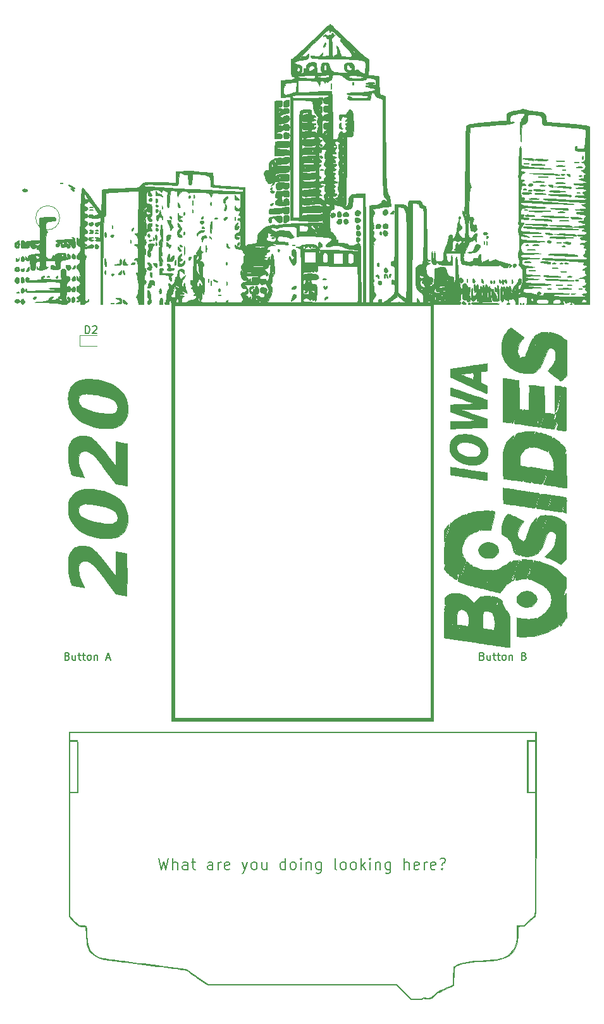
<source format=gbr>
G04 #@! TF.GenerationSoftware,KiCad,Pcbnew,5.1.5*
G04 #@! TF.CreationDate,2020-02-22T18:04:54-06:00*
G04 #@! TF.ProjectId,BSidesIA2020,42536964-6573-4494-9132-3032302e6b69,rev?*
G04 #@! TF.SameCoordinates,Original*
G04 #@! TF.FileFunction,Legend,Top*
G04 #@! TF.FilePolarity,Positive*
%FSLAX46Y46*%
G04 Gerber Fmt 4.6, Leading zero omitted, Abs format (unit mm)*
G04 Created by KiCad (PCBNEW 5.1.5) date 2020-02-22 18:04:54*
%MOMM*%
%LPD*%
G04 APERTURE LIST*
%ADD10C,0.150000*%
%ADD11C,0.120000*%
%ADD12C,0.010000*%
G04 APERTURE END LIST*
D10*
X126585714Y-138778571D02*
X126942857Y-140278571D01*
X127228571Y-139207142D01*
X127514285Y-140278571D01*
X127871428Y-138778571D01*
X128442857Y-140278571D02*
X128442857Y-138778571D01*
X129085714Y-140278571D02*
X129085714Y-139492857D01*
X129014285Y-139350000D01*
X128871428Y-139278571D01*
X128657142Y-139278571D01*
X128514285Y-139350000D01*
X128442857Y-139421428D01*
X130442857Y-140278571D02*
X130442857Y-139492857D01*
X130371428Y-139350000D01*
X130228571Y-139278571D01*
X129942857Y-139278571D01*
X129800000Y-139350000D01*
X130442857Y-140207142D02*
X130300000Y-140278571D01*
X129942857Y-140278571D01*
X129800000Y-140207142D01*
X129728571Y-140064285D01*
X129728571Y-139921428D01*
X129800000Y-139778571D01*
X129942857Y-139707142D01*
X130300000Y-139707142D01*
X130442857Y-139635714D01*
X130942857Y-139278571D02*
X131514285Y-139278571D01*
X131157142Y-138778571D02*
X131157142Y-140064285D01*
X131228571Y-140207142D01*
X131371428Y-140278571D01*
X131514285Y-140278571D01*
X133800000Y-140278571D02*
X133800000Y-139492857D01*
X133728571Y-139350000D01*
X133585714Y-139278571D01*
X133300000Y-139278571D01*
X133157142Y-139350000D01*
X133800000Y-140207142D02*
X133657142Y-140278571D01*
X133300000Y-140278571D01*
X133157142Y-140207142D01*
X133085714Y-140064285D01*
X133085714Y-139921428D01*
X133157142Y-139778571D01*
X133300000Y-139707142D01*
X133657142Y-139707142D01*
X133800000Y-139635714D01*
X134514285Y-140278571D02*
X134514285Y-139278571D01*
X134514285Y-139564285D02*
X134585714Y-139421428D01*
X134657142Y-139350000D01*
X134800000Y-139278571D01*
X134942857Y-139278571D01*
X136014285Y-140207142D02*
X135871428Y-140278571D01*
X135585714Y-140278571D01*
X135442857Y-140207142D01*
X135371428Y-140064285D01*
X135371428Y-139492857D01*
X135442857Y-139350000D01*
X135585714Y-139278571D01*
X135871428Y-139278571D01*
X136014285Y-139350000D01*
X136085714Y-139492857D01*
X136085714Y-139635714D01*
X135371428Y-139778571D01*
X137728571Y-139278571D02*
X138085714Y-140278571D01*
X138442857Y-139278571D02*
X138085714Y-140278571D01*
X137942857Y-140635714D01*
X137871428Y-140707142D01*
X137728571Y-140778571D01*
X139228571Y-140278571D02*
X139085714Y-140207142D01*
X139014285Y-140135714D01*
X138942857Y-139992857D01*
X138942857Y-139564285D01*
X139014285Y-139421428D01*
X139085714Y-139350000D01*
X139228571Y-139278571D01*
X139442857Y-139278571D01*
X139585714Y-139350000D01*
X139657142Y-139421428D01*
X139728571Y-139564285D01*
X139728571Y-139992857D01*
X139657142Y-140135714D01*
X139585714Y-140207142D01*
X139442857Y-140278571D01*
X139228571Y-140278571D01*
X141014285Y-139278571D02*
X141014285Y-140278571D01*
X140371428Y-139278571D02*
X140371428Y-140064285D01*
X140442857Y-140207142D01*
X140585714Y-140278571D01*
X140800000Y-140278571D01*
X140942857Y-140207142D01*
X141014285Y-140135714D01*
X143514285Y-140278571D02*
X143514285Y-138778571D01*
X143514285Y-140207142D02*
X143371428Y-140278571D01*
X143085714Y-140278571D01*
X142942857Y-140207142D01*
X142871428Y-140135714D01*
X142800000Y-139992857D01*
X142800000Y-139564285D01*
X142871428Y-139421428D01*
X142942857Y-139350000D01*
X143085714Y-139278571D01*
X143371428Y-139278571D01*
X143514285Y-139350000D01*
X144442857Y-140278571D02*
X144300000Y-140207142D01*
X144228571Y-140135714D01*
X144157142Y-139992857D01*
X144157142Y-139564285D01*
X144228571Y-139421428D01*
X144300000Y-139350000D01*
X144442857Y-139278571D01*
X144657142Y-139278571D01*
X144800000Y-139350000D01*
X144871428Y-139421428D01*
X144942857Y-139564285D01*
X144942857Y-139992857D01*
X144871428Y-140135714D01*
X144800000Y-140207142D01*
X144657142Y-140278571D01*
X144442857Y-140278571D01*
X145585714Y-140278571D02*
X145585714Y-139278571D01*
X145585714Y-138778571D02*
X145514285Y-138850000D01*
X145585714Y-138921428D01*
X145657142Y-138850000D01*
X145585714Y-138778571D01*
X145585714Y-138921428D01*
X146300000Y-139278571D02*
X146300000Y-140278571D01*
X146300000Y-139421428D02*
X146371428Y-139350000D01*
X146514285Y-139278571D01*
X146728571Y-139278571D01*
X146871428Y-139350000D01*
X146942857Y-139492857D01*
X146942857Y-140278571D01*
X148300000Y-139278571D02*
X148300000Y-140492857D01*
X148228571Y-140635714D01*
X148157142Y-140707142D01*
X148014285Y-140778571D01*
X147800000Y-140778571D01*
X147657142Y-140707142D01*
X148300000Y-140207142D02*
X148157142Y-140278571D01*
X147871428Y-140278571D01*
X147728571Y-140207142D01*
X147657142Y-140135714D01*
X147585714Y-139992857D01*
X147585714Y-139564285D01*
X147657142Y-139421428D01*
X147728571Y-139350000D01*
X147871428Y-139278571D01*
X148157142Y-139278571D01*
X148300000Y-139350000D01*
X150371428Y-140278571D02*
X150228571Y-140207142D01*
X150157142Y-140064285D01*
X150157142Y-138778571D01*
X151157142Y-140278571D02*
X151014285Y-140207142D01*
X150942857Y-140135714D01*
X150871428Y-139992857D01*
X150871428Y-139564285D01*
X150942857Y-139421428D01*
X151014285Y-139350000D01*
X151157142Y-139278571D01*
X151371428Y-139278571D01*
X151514285Y-139350000D01*
X151585714Y-139421428D01*
X151657142Y-139564285D01*
X151657142Y-139992857D01*
X151585714Y-140135714D01*
X151514285Y-140207142D01*
X151371428Y-140278571D01*
X151157142Y-140278571D01*
X152514285Y-140278571D02*
X152371428Y-140207142D01*
X152300000Y-140135714D01*
X152228571Y-139992857D01*
X152228571Y-139564285D01*
X152300000Y-139421428D01*
X152371428Y-139350000D01*
X152514285Y-139278571D01*
X152728571Y-139278571D01*
X152871428Y-139350000D01*
X152942857Y-139421428D01*
X153014285Y-139564285D01*
X153014285Y-139992857D01*
X152942857Y-140135714D01*
X152871428Y-140207142D01*
X152728571Y-140278571D01*
X152514285Y-140278571D01*
X153657142Y-140278571D02*
X153657142Y-138778571D01*
X153800000Y-139707142D02*
X154228571Y-140278571D01*
X154228571Y-139278571D02*
X153657142Y-139850000D01*
X154871428Y-140278571D02*
X154871428Y-139278571D01*
X154871428Y-138778571D02*
X154800000Y-138850000D01*
X154871428Y-138921428D01*
X154942857Y-138850000D01*
X154871428Y-138778571D01*
X154871428Y-138921428D01*
X155585714Y-139278571D02*
X155585714Y-140278571D01*
X155585714Y-139421428D02*
X155657142Y-139350000D01*
X155800000Y-139278571D01*
X156014285Y-139278571D01*
X156157142Y-139350000D01*
X156228571Y-139492857D01*
X156228571Y-140278571D01*
X157585714Y-139278571D02*
X157585714Y-140492857D01*
X157514285Y-140635714D01*
X157442857Y-140707142D01*
X157300000Y-140778571D01*
X157085714Y-140778571D01*
X156942857Y-140707142D01*
X157585714Y-140207142D02*
X157442857Y-140278571D01*
X157157142Y-140278571D01*
X157014285Y-140207142D01*
X156942857Y-140135714D01*
X156871428Y-139992857D01*
X156871428Y-139564285D01*
X156942857Y-139421428D01*
X157014285Y-139350000D01*
X157157142Y-139278571D01*
X157442857Y-139278571D01*
X157585714Y-139350000D01*
X159442857Y-140278571D02*
X159442857Y-138778571D01*
X160085714Y-140278571D02*
X160085714Y-139492857D01*
X160014285Y-139350000D01*
X159871428Y-139278571D01*
X159657142Y-139278571D01*
X159514285Y-139350000D01*
X159442857Y-139421428D01*
X161371428Y-140207142D02*
X161228571Y-140278571D01*
X160942857Y-140278571D01*
X160800000Y-140207142D01*
X160728571Y-140064285D01*
X160728571Y-139492857D01*
X160800000Y-139350000D01*
X160942857Y-139278571D01*
X161228571Y-139278571D01*
X161371428Y-139350000D01*
X161442857Y-139492857D01*
X161442857Y-139635714D01*
X160728571Y-139778571D01*
X162085714Y-140278571D02*
X162085714Y-139278571D01*
X162085714Y-139564285D02*
X162157142Y-139421428D01*
X162228571Y-139350000D01*
X162371428Y-139278571D01*
X162514285Y-139278571D01*
X163585714Y-140207142D02*
X163442857Y-140278571D01*
X163157142Y-140278571D01*
X163014285Y-140207142D01*
X162942857Y-140064285D01*
X162942857Y-139492857D01*
X163014285Y-139350000D01*
X163157142Y-139278571D01*
X163442857Y-139278571D01*
X163585714Y-139350000D01*
X163657142Y-139492857D01*
X163657142Y-139635714D01*
X162942857Y-139778571D01*
X164514285Y-140135714D02*
X164585714Y-140207142D01*
X164514285Y-140278571D01*
X164442857Y-140207142D01*
X164514285Y-140135714D01*
X164514285Y-140278571D01*
X164228571Y-138850000D02*
X164371428Y-138778571D01*
X164728571Y-138778571D01*
X164871428Y-138850000D01*
X164942857Y-138992857D01*
X164942857Y-139135714D01*
X164871428Y-139278571D01*
X164800000Y-139350000D01*
X164657142Y-139421428D01*
X164585714Y-139492857D01*
X164514285Y-139635714D01*
X164514285Y-139707142D01*
D11*
X113300781Y-53050000D02*
G75*
G03X113300781Y-53050000I-1600781J0D01*
G01*
D12*
G36*
X177069334Y-133986816D02*
G01*
X177069293Y-135201730D01*
X177069163Y-136334753D01*
X177068928Y-137388666D01*
X177068576Y-138366243D01*
X177068092Y-139270264D01*
X177067461Y-140103506D01*
X177066671Y-140868745D01*
X177065707Y-141568759D01*
X177064556Y-142206327D01*
X177063202Y-142784224D01*
X177061633Y-143305229D01*
X177059834Y-143772119D01*
X177057791Y-144187671D01*
X177055491Y-144554663D01*
X177052920Y-144875873D01*
X177050062Y-145154077D01*
X177046905Y-145392053D01*
X177043435Y-145592578D01*
X177039637Y-145758431D01*
X177035498Y-145892388D01*
X177031004Y-145997226D01*
X177026140Y-146075724D01*
X177020893Y-146130658D01*
X177015248Y-146164807D01*
X177009192Y-146180947D01*
X177008015Y-146182189D01*
X176968466Y-146252984D01*
X176940076Y-146372368D01*
X176933932Y-146430409D01*
X176918045Y-146557693D01*
X176885372Y-146622174D01*
X176838016Y-146643553D01*
X176783128Y-146676562D01*
X176678110Y-146759522D01*
X176533516Y-146883344D01*
X176359899Y-147038937D01*
X176167811Y-147217210D01*
X176124967Y-147257767D01*
X175495070Y-147856167D01*
X175071588Y-147877333D01*
X174648106Y-147898500D01*
X174635285Y-148724000D01*
X174627449Y-149068106D01*
X174614929Y-149344940D01*
X174596337Y-149571828D01*
X174570285Y-149766100D01*
X174538626Y-149930500D01*
X174393586Y-150452444D01*
X174201226Y-150906034D01*
X173957765Y-151294965D01*
X173659419Y-151622929D01*
X173302405Y-151893620D01*
X172882940Y-152110732D01*
X172397240Y-152277957D01*
X172049554Y-152360574D01*
X171812892Y-152404295D01*
X171558232Y-152442316D01*
X171273800Y-152475765D01*
X170947825Y-152505772D01*
X170568534Y-152533466D01*
X170124154Y-152559974D01*
X169788000Y-152577443D01*
X169062638Y-152622509D01*
X168418951Y-152681891D01*
X167855106Y-152755961D01*
X167369268Y-152845092D01*
X166959601Y-152949657D01*
X166624273Y-153070027D01*
X166361447Y-153206575D01*
X166235053Y-153298721D01*
X166204918Y-153326038D01*
X166180818Y-153358059D01*
X166161528Y-153404663D01*
X166145823Y-153475731D01*
X166132479Y-153581143D01*
X166120272Y-153730778D01*
X166107976Y-153934518D01*
X166094368Y-154202241D01*
X166078222Y-154543828D01*
X166076704Y-154576366D01*
X166061220Y-154885645D01*
X166045114Y-155166994D01*
X166029178Y-155409411D01*
X166014205Y-155601891D01*
X166000987Y-155733431D01*
X165990314Y-155793027D01*
X165988984Y-155795079D01*
X165943240Y-155819441D01*
X165830912Y-155873868D01*
X165662508Y-155953430D01*
X165448538Y-156053194D01*
X165199514Y-156168230D01*
X164946039Y-156284430D01*
X164639824Y-156424658D01*
X164398591Y-156536926D01*
X164210244Y-156628308D01*
X164062686Y-156705875D01*
X163943819Y-156776702D01*
X163841549Y-156847860D01*
X163743777Y-156926422D01*
X163638406Y-157019461D01*
X163549039Y-157101226D01*
X163382975Y-157247564D01*
X163221501Y-157378799D01*
X163083777Y-157480000D01*
X162993500Y-157534213D01*
X162810094Y-157587562D01*
X162585419Y-157608689D01*
X162356851Y-157596734D01*
X162168000Y-157553171D01*
X162059586Y-157522254D01*
X161979217Y-157535122D01*
X161892834Y-157588141D01*
X161839869Y-157620815D01*
X161778426Y-157644853D01*
X161694660Y-157661872D01*
X161574724Y-157673490D01*
X161404771Y-157681324D01*
X161170956Y-157686993D01*
X161025000Y-157689533D01*
X160284167Y-157701567D01*
X158333103Y-155751333D01*
X133048409Y-155751333D01*
X131659121Y-154764876D01*
X131354649Y-154548817D01*
X131070718Y-154347583D01*
X130814968Y-154166571D01*
X130595041Y-154011179D01*
X130418579Y-153886803D01*
X130293222Y-153798841D01*
X130226612Y-153752690D01*
X130218675Y-153747464D01*
X130170045Y-153737701D01*
X130043411Y-153718174D01*
X129844773Y-153689686D01*
X129580131Y-153653036D01*
X129255486Y-153609026D01*
X128876837Y-153558458D01*
X128450186Y-153502131D01*
X127981533Y-153440847D01*
X127476879Y-153375407D01*
X126942223Y-153306613D01*
X126383566Y-153235264D01*
X126345175Y-153230380D01*
X125738666Y-153153240D01*
X125122491Y-153074863D01*
X124506468Y-152996499D01*
X123900414Y-152919397D01*
X123314147Y-152844806D01*
X122757486Y-152773975D01*
X122240246Y-152708153D01*
X121772248Y-152648591D01*
X121363307Y-152596536D01*
X121023242Y-152553238D01*
X120871834Y-152533955D01*
X120492716Y-152484454D01*
X120127654Y-152434506D01*
X119788077Y-152385841D01*
X119485412Y-152340188D01*
X119231088Y-152299277D01*
X119036534Y-152264839D01*
X118913179Y-152238603D01*
X118903334Y-152235986D01*
X118422738Y-152069391D01*
X118005044Y-151853250D01*
X117653023Y-151589615D01*
X117369450Y-151280538D01*
X117168364Y-150951611D01*
X117079449Y-150751840D01*
X117008070Y-150548100D01*
X116951681Y-150326388D01*
X116907735Y-150072700D01*
X116873684Y-149773033D01*
X116846981Y-149413382D01*
X116830052Y-149091696D01*
X116815717Y-148820738D01*
X116799009Y-148569431D01*
X116781244Y-148353552D01*
X116763738Y-148188877D01*
X116747805Y-148091184D01*
X116746099Y-148084836D01*
X116701566Y-147932506D01*
X116246700Y-147906478D01*
X115791834Y-147880449D01*
X115167417Y-147240402D01*
X114543000Y-146600356D01*
X114543000Y-123112333D01*
X114627667Y-123112333D01*
X114627667Y-129885667D01*
X115601334Y-129885667D01*
X115601334Y-123112333D01*
X114627667Y-123112333D01*
X114543000Y-123112333D01*
X114543000Y-121927000D01*
X114627667Y-121927000D01*
X114627667Y-122985333D01*
X115673134Y-122985333D01*
X115700734Y-123436419D01*
X115705337Y-123554258D01*
X115709700Y-123748691D01*
X115713759Y-124011641D01*
X115717449Y-124335035D01*
X115720709Y-124710799D01*
X115723472Y-125130859D01*
X115725676Y-125587141D01*
X115727257Y-126071570D01*
X115728151Y-126576073D01*
X115728334Y-126928919D01*
X115728334Y-129970333D01*
X114627667Y-129970333D01*
X114627732Y-138235917D01*
X114627798Y-146501500D01*
X115245058Y-147147083D01*
X115862317Y-147792667D01*
X116319555Y-147792667D01*
X116521445Y-147793604D01*
X116654508Y-147798486D01*
X116734576Y-147810414D01*
X116777484Y-147832490D01*
X116799067Y-147867816D01*
X116805754Y-147887917D01*
X116842052Y-148016005D01*
X116870607Y-148142322D01*
X116893168Y-148282001D01*
X116911480Y-148450177D01*
X116927289Y-148661981D01*
X116942343Y-148932550D01*
X116953523Y-149168500D01*
X116979778Y-149621301D01*
X117016285Y-150001506D01*
X117066810Y-150320936D01*
X117135117Y-150591414D01*
X117224968Y-150824760D01*
X117340129Y-151032797D01*
X117484364Y-151227346D01*
X117661436Y-151420228D01*
X117674721Y-151433537D01*
X117967064Y-151680110D01*
X118308574Y-151882097D01*
X118710906Y-152045643D01*
X118997370Y-152130790D01*
X119142813Y-152162637D01*
X119366011Y-152202554D01*
X119660535Y-152249588D01*
X120019958Y-152302784D01*
X120437848Y-152361192D01*
X120907778Y-152423858D01*
X121401000Y-152487025D01*
X121781032Y-152534857D01*
X122232801Y-152591808D01*
X122744055Y-152656331D01*
X123302540Y-152726874D01*
X123896002Y-152801890D01*
X124512186Y-152879828D01*
X125138841Y-152959140D01*
X125763711Y-153038275D01*
X126374543Y-153115686D01*
X126819667Y-153172134D01*
X130227500Y-153604436D01*
X131684926Y-154635551D01*
X133142352Y-155666667D01*
X158422206Y-155666667D01*
X159374000Y-156619167D01*
X160325795Y-157571667D01*
X161008157Y-157571667D01*
X161264420Y-157571070D01*
X161451112Y-157568026D01*
X161583326Y-157560655D01*
X161676154Y-157547074D01*
X161744690Y-157525404D01*
X161804027Y-157493763D01*
X161844009Y-157467505D01*
X161943661Y-157405075D01*
X162017951Y-157385626D01*
X162107785Y-157404471D01*
X162178000Y-157429225D01*
X162413556Y-157485943D01*
X162655562Y-157494361D01*
X162871874Y-157454535D01*
X162938418Y-157427846D01*
X163032860Y-157368222D01*
X163168224Y-157264739D01*
X163325076Y-157132917D01*
X163457258Y-157013479D01*
X163569510Y-156909584D01*
X163667602Y-156823969D01*
X163763502Y-156749595D01*
X163869179Y-156679424D01*
X163996602Y-156606418D01*
X164157742Y-156523536D01*
X164364566Y-156423741D01*
X164629045Y-156299993D01*
X164824673Y-156209335D01*
X165096757Y-156082776D01*
X165344451Y-155966361D01*
X165557046Y-155865219D01*
X165723834Y-155784480D01*
X165834109Y-155729273D01*
X165876296Y-155705565D01*
X165895158Y-155648844D01*
X165913306Y-155515578D01*
X165929994Y-155313887D01*
X165944473Y-155051894D01*
X165950892Y-154894256D01*
X165961902Y-154610356D01*
X165974283Y-154321567D01*
X165986905Y-154052311D01*
X165998641Y-153827010D01*
X166005403Y-153713513D01*
X166031781Y-153305526D01*
X166241349Y-153149069D01*
X166444882Y-153020623D01*
X166693824Y-152907231D01*
X166993480Y-152807842D01*
X167349153Y-152721408D01*
X167766149Y-152646879D01*
X168249771Y-152583208D01*
X168805326Y-152529346D01*
X169438116Y-152484242D01*
X169672114Y-152470699D01*
X170227644Y-152438542D01*
X170707474Y-152406510D01*
X171120551Y-152373061D01*
X171475826Y-152336654D01*
X171782248Y-152295747D01*
X172048766Y-152248797D01*
X172284330Y-152194263D01*
X172497888Y-152130603D01*
X172698391Y-152056275D01*
X172894786Y-151969738D01*
X173063181Y-151886457D01*
X173436737Y-151651063D01*
X173749430Y-151358985D01*
X174005976Y-151005327D01*
X174123790Y-150785008D01*
X174275353Y-150426332D01*
X174388786Y-150055855D01*
X174466691Y-149658331D01*
X174511668Y-149218511D01*
X174526321Y-148721149D01*
X174523066Y-148445156D01*
X174508167Y-147803296D01*
X174821471Y-147776815D01*
X174999095Y-147763479D01*
X175163675Y-147753965D01*
X175279597Y-147750333D01*
X175279652Y-147750333D01*
X175334418Y-147744729D01*
X175394040Y-147723091D01*
X175467933Y-147678182D01*
X175565512Y-147602762D01*
X175696192Y-147489594D01*
X175869389Y-147331440D01*
X176078082Y-147136500D01*
X176273985Y-146954282D01*
X176450391Y-146793569D01*
X176597640Y-146662890D01*
X176706070Y-146570771D01*
X176766023Y-146525740D01*
X176773484Y-146522667D01*
X176800026Y-146485186D01*
X176814458Y-146391888D01*
X176815334Y-146358517D01*
X176831690Y-146232149D01*
X176873255Y-146146851D01*
X176878834Y-146141667D01*
X176886561Y-146128168D01*
X176893647Y-146098742D01*
X176900117Y-146049928D01*
X176905999Y-145978264D01*
X176911320Y-145880289D01*
X176916107Y-145752543D01*
X176920388Y-145591565D01*
X176924189Y-145393894D01*
X176927538Y-145156070D01*
X176930461Y-144874630D01*
X176932987Y-144546116D01*
X176935142Y-144167065D01*
X176936953Y-143734018D01*
X176938448Y-143243512D01*
X176939654Y-142692088D01*
X176940597Y-142076284D01*
X176941305Y-141392640D01*
X176941806Y-140637695D01*
X176942126Y-139807987D01*
X176942292Y-138900057D01*
X176942334Y-138052081D01*
X176942334Y-130015196D01*
X175862834Y-129991500D01*
X175852006Y-126488417D01*
X175841571Y-123112333D01*
X175968667Y-123112333D01*
X175968667Y-129885667D01*
X176942334Y-129885667D01*
X176942334Y-123112333D01*
X175968667Y-123112333D01*
X175841571Y-123112333D01*
X175841178Y-122985333D01*
X176942334Y-122985333D01*
X176942334Y-121927000D01*
X114627667Y-121927000D01*
X114543000Y-121927000D01*
X114543000Y-121842333D01*
X177069334Y-121842333D01*
X177069334Y-133986816D01*
G37*
X177069334Y-133986816D02*
X177069293Y-135201730D01*
X177069163Y-136334753D01*
X177068928Y-137388666D01*
X177068576Y-138366243D01*
X177068092Y-139270264D01*
X177067461Y-140103506D01*
X177066671Y-140868745D01*
X177065707Y-141568759D01*
X177064556Y-142206327D01*
X177063202Y-142784224D01*
X177061633Y-143305229D01*
X177059834Y-143772119D01*
X177057791Y-144187671D01*
X177055491Y-144554663D01*
X177052920Y-144875873D01*
X177050062Y-145154077D01*
X177046905Y-145392053D01*
X177043435Y-145592578D01*
X177039637Y-145758431D01*
X177035498Y-145892388D01*
X177031004Y-145997226D01*
X177026140Y-146075724D01*
X177020893Y-146130658D01*
X177015248Y-146164807D01*
X177009192Y-146180947D01*
X177008015Y-146182189D01*
X176968466Y-146252984D01*
X176940076Y-146372368D01*
X176933932Y-146430409D01*
X176918045Y-146557693D01*
X176885372Y-146622174D01*
X176838016Y-146643553D01*
X176783128Y-146676562D01*
X176678110Y-146759522D01*
X176533516Y-146883344D01*
X176359899Y-147038937D01*
X176167811Y-147217210D01*
X176124967Y-147257767D01*
X175495070Y-147856167D01*
X175071588Y-147877333D01*
X174648106Y-147898500D01*
X174635285Y-148724000D01*
X174627449Y-149068106D01*
X174614929Y-149344940D01*
X174596337Y-149571828D01*
X174570285Y-149766100D01*
X174538626Y-149930500D01*
X174393586Y-150452444D01*
X174201226Y-150906034D01*
X173957765Y-151294965D01*
X173659419Y-151622929D01*
X173302405Y-151893620D01*
X172882940Y-152110732D01*
X172397240Y-152277957D01*
X172049554Y-152360574D01*
X171812892Y-152404295D01*
X171558232Y-152442316D01*
X171273800Y-152475765D01*
X170947825Y-152505772D01*
X170568534Y-152533466D01*
X170124154Y-152559974D01*
X169788000Y-152577443D01*
X169062638Y-152622509D01*
X168418951Y-152681891D01*
X167855106Y-152755961D01*
X167369268Y-152845092D01*
X166959601Y-152949657D01*
X166624273Y-153070027D01*
X166361447Y-153206575D01*
X166235053Y-153298721D01*
X166204918Y-153326038D01*
X166180818Y-153358059D01*
X166161528Y-153404663D01*
X166145823Y-153475731D01*
X166132479Y-153581143D01*
X166120272Y-153730778D01*
X166107976Y-153934518D01*
X166094368Y-154202241D01*
X166078222Y-154543828D01*
X166076704Y-154576366D01*
X166061220Y-154885645D01*
X166045114Y-155166994D01*
X166029178Y-155409411D01*
X166014205Y-155601891D01*
X166000987Y-155733431D01*
X165990314Y-155793027D01*
X165988984Y-155795079D01*
X165943240Y-155819441D01*
X165830912Y-155873868D01*
X165662508Y-155953430D01*
X165448538Y-156053194D01*
X165199514Y-156168230D01*
X164946039Y-156284430D01*
X164639824Y-156424658D01*
X164398591Y-156536926D01*
X164210244Y-156628308D01*
X164062686Y-156705875D01*
X163943819Y-156776702D01*
X163841549Y-156847860D01*
X163743777Y-156926422D01*
X163638406Y-157019461D01*
X163549039Y-157101226D01*
X163382975Y-157247564D01*
X163221501Y-157378799D01*
X163083777Y-157480000D01*
X162993500Y-157534213D01*
X162810094Y-157587562D01*
X162585419Y-157608689D01*
X162356851Y-157596734D01*
X162168000Y-157553171D01*
X162059586Y-157522254D01*
X161979217Y-157535122D01*
X161892834Y-157588141D01*
X161839869Y-157620815D01*
X161778426Y-157644853D01*
X161694660Y-157661872D01*
X161574724Y-157673490D01*
X161404771Y-157681324D01*
X161170956Y-157686993D01*
X161025000Y-157689533D01*
X160284167Y-157701567D01*
X158333103Y-155751333D01*
X133048409Y-155751333D01*
X131659121Y-154764876D01*
X131354649Y-154548817D01*
X131070718Y-154347583D01*
X130814968Y-154166571D01*
X130595041Y-154011179D01*
X130418579Y-153886803D01*
X130293222Y-153798841D01*
X130226612Y-153752690D01*
X130218675Y-153747464D01*
X130170045Y-153737701D01*
X130043411Y-153718174D01*
X129844773Y-153689686D01*
X129580131Y-153653036D01*
X129255486Y-153609026D01*
X128876837Y-153558458D01*
X128450186Y-153502131D01*
X127981533Y-153440847D01*
X127476879Y-153375407D01*
X126942223Y-153306613D01*
X126383566Y-153235264D01*
X126345175Y-153230380D01*
X125738666Y-153153240D01*
X125122491Y-153074863D01*
X124506468Y-152996499D01*
X123900414Y-152919397D01*
X123314147Y-152844806D01*
X122757486Y-152773975D01*
X122240246Y-152708153D01*
X121772248Y-152648591D01*
X121363307Y-152596536D01*
X121023242Y-152553238D01*
X120871834Y-152533955D01*
X120492716Y-152484454D01*
X120127654Y-152434506D01*
X119788077Y-152385841D01*
X119485412Y-152340188D01*
X119231088Y-152299277D01*
X119036534Y-152264839D01*
X118913179Y-152238603D01*
X118903334Y-152235986D01*
X118422738Y-152069391D01*
X118005044Y-151853250D01*
X117653023Y-151589615D01*
X117369450Y-151280538D01*
X117168364Y-150951611D01*
X117079449Y-150751840D01*
X117008070Y-150548100D01*
X116951681Y-150326388D01*
X116907735Y-150072700D01*
X116873684Y-149773033D01*
X116846981Y-149413382D01*
X116830052Y-149091696D01*
X116815717Y-148820738D01*
X116799009Y-148569431D01*
X116781244Y-148353552D01*
X116763738Y-148188877D01*
X116747805Y-148091184D01*
X116746099Y-148084836D01*
X116701566Y-147932506D01*
X116246700Y-147906478D01*
X115791834Y-147880449D01*
X115167417Y-147240402D01*
X114543000Y-146600356D01*
X114543000Y-123112333D01*
X114627667Y-123112333D01*
X114627667Y-129885667D01*
X115601334Y-129885667D01*
X115601334Y-123112333D01*
X114627667Y-123112333D01*
X114543000Y-123112333D01*
X114543000Y-121927000D01*
X114627667Y-121927000D01*
X114627667Y-122985333D01*
X115673134Y-122985333D01*
X115700734Y-123436419D01*
X115705337Y-123554258D01*
X115709700Y-123748691D01*
X115713759Y-124011641D01*
X115717449Y-124335035D01*
X115720709Y-124710799D01*
X115723472Y-125130859D01*
X115725676Y-125587141D01*
X115727257Y-126071570D01*
X115728151Y-126576073D01*
X115728334Y-126928919D01*
X115728334Y-129970333D01*
X114627667Y-129970333D01*
X114627732Y-138235917D01*
X114627798Y-146501500D01*
X115245058Y-147147083D01*
X115862317Y-147792667D01*
X116319555Y-147792667D01*
X116521445Y-147793604D01*
X116654508Y-147798486D01*
X116734576Y-147810414D01*
X116777484Y-147832490D01*
X116799067Y-147867816D01*
X116805754Y-147887917D01*
X116842052Y-148016005D01*
X116870607Y-148142322D01*
X116893168Y-148282001D01*
X116911480Y-148450177D01*
X116927289Y-148661981D01*
X116942343Y-148932550D01*
X116953523Y-149168500D01*
X116979778Y-149621301D01*
X117016285Y-150001506D01*
X117066810Y-150320936D01*
X117135117Y-150591414D01*
X117224968Y-150824760D01*
X117340129Y-151032797D01*
X117484364Y-151227346D01*
X117661436Y-151420228D01*
X117674721Y-151433537D01*
X117967064Y-151680110D01*
X118308574Y-151882097D01*
X118710906Y-152045643D01*
X118997370Y-152130790D01*
X119142813Y-152162637D01*
X119366011Y-152202554D01*
X119660535Y-152249588D01*
X120019958Y-152302784D01*
X120437848Y-152361192D01*
X120907778Y-152423858D01*
X121401000Y-152487025D01*
X121781032Y-152534857D01*
X122232801Y-152591808D01*
X122744055Y-152656331D01*
X123302540Y-152726874D01*
X123896002Y-152801890D01*
X124512186Y-152879828D01*
X125138841Y-152959140D01*
X125763711Y-153038275D01*
X126374543Y-153115686D01*
X126819667Y-153172134D01*
X130227500Y-153604436D01*
X131684926Y-154635551D01*
X133142352Y-155666667D01*
X158422206Y-155666667D01*
X159374000Y-156619167D01*
X160325795Y-157571667D01*
X161008157Y-157571667D01*
X161264420Y-157571070D01*
X161451112Y-157568026D01*
X161583326Y-157560655D01*
X161676154Y-157547074D01*
X161744690Y-157525404D01*
X161804027Y-157493763D01*
X161844009Y-157467505D01*
X161943661Y-157405075D01*
X162017951Y-157385626D01*
X162107785Y-157404471D01*
X162178000Y-157429225D01*
X162413556Y-157485943D01*
X162655562Y-157494361D01*
X162871874Y-157454535D01*
X162938418Y-157427846D01*
X163032860Y-157368222D01*
X163168224Y-157264739D01*
X163325076Y-157132917D01*
X163457258Y-157013479D01*
X163569510Y-156909584D01*
X163667602Y-156823969D01*
X163763502Y-156749595D01*
X163869179Y-156679424D01*
X163996602Y-156606418D01*
X164157742Y-156523536D01*
X164364566Y-156423741D01*
X164629045Y-156299993D01*
X164824673Y-156209335D01*
X165096757Y-156082776D01*
X165344451Y-155966361D01*
X165557046Y-155865219D01*
X165723834Y-155784480D01*
X165834109Y-155729273D01*
X165876296Y-155705565D01*
X165895158Y-155648844D01*
X165913306Y-155515578D01*
X165929994Y-155313887D01*
X165944473Y-155051894D01*
X165950892Y-154894256D01*
X165961902Y-154610356D01*
X165974283Y-154321567D01*
X165986905Y-154052311D01*
X165998641Y-153827010D01*
X166005403Y-153713513D01*
X166031781Y-153305526D01*
X166241349Y-153149069D01*
X166444882Y-153020623D01*
X166693824Y-152907231D01*
X166993480Y-152807842D01*
X167349153Y-152721408D01*
X167766149Y-152646879D01*
X168249771Y-152583208D01*
X168805326Y-152529346D01*
X169438116Y-152484242D01*
X169672114Y-152470699D01*
X170227644Y-152438542D01*
X170707474Y-152406510D01*
X171120551Y-152373061D01*
X171475826Y-152336654D01*
X171782248Y-152295747D01*
X172048766Y-152248797D01*
X172284330Y-152194263D01*
X172497888Y-152130603D01*
X172698391Y-152056275D01*
X172894786Y-151969738D01*
X173063181Y-151886457D01*
X173436737Y-151651063D01*
X173749430Y-151358985D01*
X174005976Y-151005327D01*
X174123790Y-150785008D01*
X174275353Y-150426332D01*
X174388786Y-150055855D01*
X174466691Y-149658331D01*
X174511668Y-149218511D01*
X174526321Y-148721149D01*
X174523066Y-148445156D01*
X174508167Y-147803296D01*
X174821471Y-147776815D01*
X174999095Y-147763479D01*
X175163675Y-147753965D01*
X175279597Y-147750333D01*
X175279652Y-147750333D01*
X175334418Y-147744729D01*
X175394040Y-147723091D01*
X175467933Y-147678182D01*
X175565512Y-147602762D01*
X175696192Y-147489594D01*
X175869389Y-147331440D01*
X176078082Y-147136500D01*
X176273985Y-146954282D01*
X176450391Y-146793569D01*
X176597640Y-146662890D01*
X176706070Y-146570771D01*
X176766023Y-146525740D01*
X176773484Y-146522667D01*
X176800026Y-146485186D01*
X176814458Y-146391888D01*
X176815334Y-146358517D01*
X176831690Y-146232149D01*
X176873255Y-146146851D01*
X176878834Y-146141667D01*
X176886561Y-146128168D01*
X176893647Y-146098742D01*
X176900117Y-146049928D01*
X176905999Y-145978264D01*
X176911320Y-145880289D01*
X176916107Y-145752543D01*
X176920388Y-145591565D01*
X176924189Y-145393894D01*
X176927538Y-145156070D01*
X176930461Y-144874630D01*
X176932987Y-144546116D01*
X176935142Y-144167065D01*
X176936953Y-143734018D01*
X176938448Y-143243512D01*
X176939654Y-142692088D01*
X176940597Y-142076284D01*
X176941305Y-141392640D01*
X176941806Y-140637695D01*
X176942126Y-139807987D01*
X176942292Y-138900057D01*
X176942334Y-138052081D01*
X176942334Y-130015196D01*
X175862834Y-129991500D01*
X175852006Y-126488417D01*
X175841571Y-123112333D01*
X175968667Y-123112333D01*
X175968667Y-129885667D01*
X176942334Y-129885667D01*
X176942334Y-123112333D01*
X175968667Y-123112333D01*
X175841571Y-123112333D01*
X175841178Y-122985333D01*
X176942334Y-122985333D01*
X176942334Y-121927000D01*
X114627667Y-121927000D01*
X114543000Y-121927000D01*
X114543000Y-121842333D01*
X177069334Y-121842333D01*
X177069334Y-133986816D01*
G36*
X149537355Y-27172379D02*
G01*
X149649544Y-27259873D01*
X149815859Y-27402678D01*
X150033623Y-27598328D01*
X150300155Y-27844355D01*
X150612776Y-28138290D01*
X150968807Y-28477665D01*
X151365569Y-28860013D01*
X151714967Y-29199524D01*
X152193506Y-29664476D01*
X152616676Y-30072025D01*
X152988149Y-30425451D01*
X153311598Y-30728035D01*
X153590694Y-30983059D01*
X153829109Y-31193804D01*
X154030515Y-31363550D01*
X154198584Y-31495580D01*
X154336988Y-31593173D01*
X154449399Y-31659611D01*
X154489868Y-31679069D01*
X154608982Y-31742612D01*
X154671107Y-31813506D01*
X154699232Y-31906616D01*
X154704065Y-31991577D01*
X154702011Y-32146205D01*
X154693701Y-32355836D01*
X154679766Y-32605806D01*
X154660838Y-32881448D01*
X154652766Y-32986118D01*
X154631965Y-33257580D01*
X154614897Y-33499401D01*
X154602310Y-33699286D01*
X154594949Y-33844942D01*
X154593564Y-33924073D01*
X154595098Y-33934711D01*
X154640731Y-33943197D01*
X154756248Y-33956170D01*
X154927073Y-33972227D01*
X155138629Y-33989962D01*
X155288834Y-34001558D01*
X155518762Y-34019539D01*
X155717244Y-34036586D01*
X155869722Y-34051326D01*
X155961636Y-34062385D01*
X155981960Y-34066904D01*
X155988171Y-34111607D01*
X155996826Y-34228676D01*
X156007235Y-34405870D01*
X156018706Y-34630945D01*
X156030547Y-34891660D01*
X156036139Y-35025404D01*
X156054037Y-35421208D01*
X156072979Y-35740924D01*
X156094123Y-35993133D01*
X156118628Y-36186412D01*
X156147653Y-36329342D01*
X156182356Y-36430503D01*
X156223895Y-36498472D01*
X156236989Y-36512803D01*
X156318930Y-36565519D01*
X156452431Y-36622964D01*
X156585868Y-36666038D01*
X156855167Y-36739691D01*
X156881108Y-38111262D01*
X156885849Y-38402408D01*
X156890519Y-38766129D01*
X156895027Y-39190334D01*
X156899281Y-39662930D01*
X156903187Y-40171826D01*
X156906653Y-40704931D01*
X156909586Y-41250152D01*
X156911893Y-41795398D01*
X156913482Y-42328578D01*
X156913509Y-42340333D01*
X156917782Y-43395569D01*
X156925665Y-44367335D01*
X156937195Y-45256754D01*
X156952412Y-46064949D01*
X156971352Y-46793039D01*
X156994055Y-47442149D01*
X157020558Y-48013400D01*
X157050900Y-48507914D01*
X157085118Y-48926813D01*
X157123251Y-49271219D01*
X157156400Y-49492702D01*
X157215205Y-49753917D01*
X157292529Y-49952372D01*
X157341543Y-50036424D01*
X157426689Y-50196814D01*
X157494144Y-50378627D01*
X157509760Y-50440554D01*
X157541000Y-50617590D01*
X157567599Y-50816146D01*
X157588175Y-51017856D01*
X157601349Y-51204351D01*
X157605739Y-51357263D01*
X157599966Y-51458226D01*
X157588534Y-51488575D01*
X157532492Y-51502727D01*
X157410474Y-51522174D01*
X157240798Y-51544290D01*
X157053430Y-51565249D01*
X156649680Y-51610605D01*
X156276851Y-51659318D01*
X155942899Y-51709883D01*
X155655779Y-51760800D01*
X155423446Y-51810563D01*
X155253857Y-51857672D01*
X155154967Y-51900624D01*
X155132005Y-51928198D01*
X155163731Y-51975164D01*
X155244026Y-52032877D01*
X155251570Y-52037118D01*
X155363938Y-52142893D01*
X155423099Y-52291088D01*
X155427315Y-52456895D01*
X155374851Y-52615508D01*
X155298904Y-52713304D01*
X155253543Y-52764097D01*
X155225423Y-52826802D01*
X155210544Y-52921609D01*
X155204905Y-53068709D01*
X155204292Y-53190726D01*
X155223669Y-53543249D01*
X155283003Y-53837455D01*
X155286752Y-53849944D01*
X155369086Y-54120055D01*
X155276789Y-54194792D01*
X155184493Y-54269529D01*
X155289580Y-54295904D01*
X155369684Y-54330927D01*
X155387187Y-54388900D01*
X155342048Y-54483058D01*
X155288834Y-54557263D01*
X155211940Y-54666607D01*
X155189448Y-54735038D01*
X155219546Y-54784955D01*
X155267667Y-54818842D01*
X155329949Y-54903062D01*
X155352481Y-55035480D01*
X155334107Y-55188934D01*
X155288573Y-55309755D01*
X155240898Y-55418940D01*
X155236323Y-55505680D01*
X155281868Y-55593504D01*
X155384548Y-55705939D01*
X155415921Y-55736722D01*
X155525781Y-55852690D01*
X155573285Y-55941220D01*
X155556443Y-56022530D01*
X155473262Y-56116839D01*
X155369748Y-56205309D01*
X155249620Y-56309834D01*
X155195072Y-56377836D01*
X155201717Y-56420470D01*
X155265168Y-56448887D01*
X155273089Y-56451017D01*
X155339012Y-56490349D01*
X155340637Y-56571960D01*
X155340542Y-56572371D01*
X155288327Y-56800424D01*
X155253680Y-56965802D01*
X155234907Y-57088277D01*
X155230316Y-57187620D01*
X155238215Y-57283605D01*
X155256912Y-57396003D01*
X155265928Y-57444119D01*
X155278453Y-57514509D01*
X155288655Y-57585756D01*
X155296468Y-57665230D01*
X155301827Y-57760303D01*
X155304664Y-57878346D01*
X155304915Y-58026729D01*
X155302514Y-58212826D01*
X155297395Y-58444005D01*
X155289491Y-58727640D01*
X155278737Y-59071101D01*
X155265068Y-59481759D01*
X155248416Y-59966985D01*
X155241633Y-60162667D01*
X155232696Y-60460163D01*
X155229710Y-60689121D01*
X155233311Y-60865505D01*
X155244132Y-61005275D01*
X155262808Y-61124393D01*
X155283389Y-61213836D01*
X155327078Y-61392650D01*
X155345747Y-61508229D01*
X155337860Y-61578682D01*
X155301881Y-61622117D01*
X155246209Y-61652169D01*
X155174839Y-61692581D01*
X155173432Y-61732967D01*
X155205143Y-61772411D01*
X155256277Y-61871959D01*
X155299117Y-62039351D01*
X155330932Y-62257945D01*
X155348992Y-62511103D01*
X155352088Y-62667893D01*
X155358174Y-62859314D01*
X155377902Y-62982786D01*
X155414002Y-63054323D01*
X155418857Y-63059476D01*
X155485998Y-63112761D01*
X155519753Y-63126000D01*
X155559388Y-63163191D01*
X155582994Y-63255521D01*
X155585114Y-63374126D01*
X155577256Y-63430139D01*
X155532242Y-63540227D01*
X155451429Y-63659384D01*
X155429284Y-63684594D01*
X155322176Y-63808710D01*
X155258502Y-63917549D01*
X155221299Y-64047718D01*
X155201142Y-64177011D01*
X155172093Y-64396000D01*
X155902667Y-64396000D01*
X155902667Y-64251296D01*
X155910364Y-64130214D01*
X155928949Y-64038144D01*
X155929607Y-64036386D01*
X156001361Y-63955222D01*
X156119541Y-63915415D01*
X156251967Y-63926865D01*
X156267794Y-63932346D01*
X156333348Y-63964442D01*
X156362809Y-64012309D01*
X156365632Y-64102265D01*
X156358674Y-64185298D01*
X156338429Y-64396000D01*
X156493470Y-64396000D01*
X156565386Y-64388383D01*
X156586306Y-64381078D01*
X157426667Y-64381078D01*
X157466488Y-64386416D01*
X157575902Y-64390910D01*
X157739837Y-64394182D01*
X157943222Y-64395859D01*
X158025250Y-64396000D01*
X160418850Y-64396000D01*
X160788278Y-64396000D01*
X160964908Y-64394913D01*
X161072057Y-64389049D01*
X161124903Y-64374500D01*
X161138627Y-64347362D01*
X161129813Y-64308116D01*
X161111259Y-64210645D01*
X161101250Y-64081695D01*
X161100329Y-63952418D01*
X161109038Y-63853966D01*
X161121307Y-63819915D01*
X161155453Y-63807079D01*
X161198253Y-63840191D01*
X161257689Y-63929243D01*
X161341745Y-64084228D01*
X161358549Y-64116859D01*
X161501597Y-64396000D01*
X161978150Y-64396000D01*
X161971828Y-64288803D01*
X162435572Y-64288803D01*
X162485615Y-64323297D01*
X162558075Y-64348247D01*
X162687225Y-64372921D01*
X162849328Y-64387065D01*
X163016469Y-64390306D01*
X163160732Y-64382269D01*
X163254202Y-64362581D01*
X163263581Y-64357705D01*
X163271473Y-64329005D01*
X163202400Y-64298290D01*
X163102748Y-64273687D01*
X162934522Y-64245408D01*
X162773604Y-64231571D01*
X162631622Y-64230583D01*
X162520204Y-64240854D01*
X162450978Y-64260791D01*
X162435572Y-64288803D01*
X161971828Y-64288803D01*
X161964099Y-64157744D01*
X163958230Y-64157744D01*
X163963198Y-64177911D01*
X164022544Y-64211191D01*
X164126396Y-64226547D01*
X164136500Y-64226667D01*
X164242389Y-64213461D01*
X164307341Y-64181327D01*
X164309803Y-64177911D01*
X164302752Y-64121939D01*
X164245903Y-64060221D01*
X164167662Y-64019457D01*
X164136500Y-64015000D01*
X164057669Y-64039761D01*
X163988777Y-64096243D01*
X163958230Y-64157744D01*
X161964099Y-64157744D01*
X161949436Y-63909154D01*
X161942185Y-63797127D01*
X163487934Y-63797127D01*
X163488662Y-63941683D01*
X163517338Y-64031606D01*
X163564989Y-64058485D01*
X163622644Y-64013910D01*
X163628871Y-64002824D01*
X164782792Y-64002824D01*
X164820729Y-64110250D01*
X164873094Y-64200988D01*
X164903706Y-64214494D01*
X164917455Y-64148154D01*
X164919667Y-64057333D01*
X164907971Y-63936699D01*
X164870919Y-63889395D01*
X164859695Y-63888000D01*
X164793568Y-63918838D01*
X164782792Y-64002824D01*
X163628871Y-64002824D01*
X163655947Y-63954622D01*
X163683387Y-63841762D01*
X163675539Y-63761000D01*
X165386630Y-63761000D01*
X165390753Y-63910104D01*
X165403734Y-63979665D01*
X165426496Y-63974432D01*
X165427667Y-63972667D01*
X165455885Y-63888167D01*
X165468641Y-63769311D01*
X165468704Y-63761000D01*
X166076217Y-63761000D01*
X166078384Y-63877303D01*
X166084102Y-63929087D01*
X166092193Y-63906864D01*
X166093291Y-63898583D01*
X166100296Y-63750141D01*
X166093291Y-63623417D01*
X166084990Y-63591466D01*
X166078918Y-63634686D01*
X166076252Y-63743588D01*
X166076217Y-63761000D01*
X165468704Y-63761000D01*
X165457394Y-63641615D01*
X165429942Y-63553080D01*
X165427667Y-63549333D01*
X165404479Y-63541096D01*
X165391109Y-63607454D01*
X165386637Y-63753159D01*
X165386630Y-63761000D01*
X163675539Y-63761000D01*
X163672976Y-63734634D01*
X163631685Y-63659839D01*
X163574071Y-63642117D01*
X163512765Y-63695289D01*
X163487934Y-63797127D01*
X161942185Y-63797127D01*
X161932238Y-63643465D01*
X161914302Y-63449003D01*
X161892018Y-63312377D01*
X161861771Y-63220196D01*
X161833784Y-63179290D01*
X162711078Y-63179290D01*
X162717830Y-63205076D01*
X162785291Y-63240996D01*
X162891770Y-63284456D01*
X163040891Y-63341926D01*
X163128047Y-63368630D01*
X163169868Y-63365286D01*
X163179895Y-63340309D01*
X164094167Y-63340309D01*
X164263500Y-63444604D01*
X164399989Y-63511712D01*
X164525659Y-63544942D01*
X164620538Y-63542039D01*
X164664652Y-63500752D01*
X164665667Y-63489974D01*
X164627205Y-63433848D01*
X164527272Y-63384435D01*
X164389049Y-63350089D01*
X164246600Y-63338988D01*
X164094167Y-63340309D01*
X163179895Y-63340309D01*
X163182987Y-63332608D01*
X163184000Y-63297032D01*
X163146430Y-63229317D01*
X163052678Y-63173915D01*
X162931182Y-63140325D01*
X162810381Y-63138043D01*
X162754497Y-63153594D01*
X162711078Y-63179290D01*
X161833784Y-63179290D01*
X161819949Y-63159069D01*
X161762940Y-63115605D01*
X161730558Y-63097823D01*
X161438162Y-62905208D01*
X161216137Y-62665066D01*
X161545379Y-62665066D01*
X161615895Y-62678218D01*
X161723458Y-62670799D01*
X161840996Y-62661010D01*
X161900663Y-62675718D01*
X161928558Y-62728563D01*
X161940946Y-62784478D01*
X161969703Y-62873171D01*
X162005802Y-62881107D01*
X162011806Y-62875794D01*
X162032493Y-62804166D01*
X162018535Y-62760471D01*
X163408352Y-62760471D01*
X163426250Y-62900463D01*
X163486311Y-63006750D01*
X163537237Y-63041489D01*
X163625114Y-63061573D01*
X163755596Y-63074388D01*
X163905264Y-63079889D01*
X164050697Y-63078033D01*
X164168477Y-63068775D01*
X164235181Y-63052072D01*
X164242334Y-63042823D01*
X164203984Y-62985667D01*
X164190373Y-62978868D01*
X166550306Y-62978868D01*
X166557243Y-63103920D01*
X166572075Y-63204282D01*
X166593099Y-63252085D01*
X166596640Y-63253000D01*
X166604119Y-63214185D01*
X166608720Y-63111768D01*
X166609570Y-62966788D01*
X166609362Y-62946083D01*
X166609321Y-62944265D01*
X167519445Y-62944265D01*
X167526489Y-63065990D01*
X167542251Y-63164153D01*
X167564920Y-63210037D01*
X167568094Y-63210667D01*
X167577034Y-63171979D01*
X167582743Y-63070455D01*
X167584010Y-62927899D01*
X167583983Y-62924917D01*
X167580640Y-62779872D01*
X167572552Y-62710218D01*
X167557394Y-62706713D01*
X167538747Y-62745000D01*
X167522927Y-62827696D01*
X167519445Y-62944265D01*
X166609321Y-62944265D01*
X166605932Y-62795392D01*
X166598887Y-62721094D01*
X166586281Y-62714932D01*
X166566919Y-62766167D01*
X166552964Y-62856994D01*
X166550306Y-62978868D01*
X164190373Y-62978868D01*
X164104821Y-62936135D01*
X163968670Y-62903922D01*
X163884022Y-62897034D01*
X163774089Y-62888613D01*
X163754744Y-62876528D01*
X164581000Y-62876528D01*
X164616966Y-62904397D01*
X164704110Y-62914089D01*
X164811298Y-62907265D01*
X164907399Y-62885586D01*
X164957339Y-62856450D01*
X164982071Y-62793981D01*
X164951939Y-62754875D01*
X164885608Y-62742674D01*
X164783392Y-62760521D01*
X164677602Y-62797820D01*
X164600547Y-62843974D01*
X164581000Y-62876528D01*
X163754744Y-62876528D01*
X163720644Y-62855227D01*
X163695553Y-62774590D01*
X163690272Y-62743562D01*
X163649310Y-62587083D01*
X163627737Y-62554500D01*
X165388957Y-62554500D01*
X165391969Y-62694851D01*
X165405003Y-62755964D01*
X165427667Y-62745000D01*
X165459186Y-62653677D01*
X165466377Y-62575667D01*
X165463066Y-62552001D01*
X166020334Y-62552001D01*
X166030802Y-62650923D01*
X166056598Y-62701111D01*
X166062667Y-62702667D01*
X166092618Y-62665938D01*
X166105000Y-62578165D01*
X166091951Y-62480401D01*
X166062667Y-62427500D01*
X166033861Y-62445385D01*
X166020646Y-62531628D01*
X166020334Y-62552001D01*
X165463066Y-62552001D01*
X165449585Y-62455647D01*
X165427667Y-62385167D01*
X165406824Y-62361880D01*
X165394319Y-62413270D01*
X165389065Y-62544081D01*
X165388957Y-62554500D01*
X163627737Y-62554500D01*
X163593266Y-62502438D01*
X163529228Y-62493251D01*
X163464282Y-62563144D01*
X163439158Y-62615204D01*
X163408352Y-62760471D01*
X162018535Y-62760471D01*
X162007913Y-62727220D01*
X161935419Y-62624163D01*
X161855399Y-62553817D01*
X161773923Y-62509943D01*
X161708908Y-62516996D01*
X161641804Y-62556446D01*
X161554292Y-62624862D01*
X161545379Y-62665066D01*
X161216137Y-62665066D01*
X161213571Y-62662291D01*
X161054397Y-62366108D01*
X160995805Y-62186764D01*
X160972591Y-62083734D01*
X160954663Y-61962603D01*
X160941373Y-61811505D01*
X160935180Y-61683016D01*
X161505194Y-61683016D01*
X161518026Y-61858031D01*
X161531548Y-61910180D01*
X161628062Y-62109366D01*
X161774711Y-62255181D01*
X161956810Y-62336394D01*
X162104500Y-62348381D01*
X162169505Y-62319028D01*
X162171449Y-62296992D01*
X164080824Y-62296992D01*
X164081222Y-62311930D01*
X164134400Y-62386106D01*
X164248526Y-62420322D01*
X164409877Y-62414527D01*
X164604728Y-62368669D01*
X164749620Y-62314463D01*
X164860882Y-62254569D01*
X164889560Y-62207187D01*
X164837015Y-62173805D01*
X164704608Y-62155912D01*
X164602167Y-62153217D01*
X164402819Y-62164168D01*
X164239522Y-62194815D01*
X164127212Y-62240606D01*
X164080824Y-62296992D01*
X162171449Y-62296992D01*
X162174875Y-62258167D01*
X162122161Y-62088783D01*
X162033964Y-61943719D01*
X161927858Y-61850177D01*
X161904316Y-61839386D01*
X161808735Y-61773221D01*
X161755499Y-61678960D01*
X161756892Y-61585384D01*
X161780485Y-61549249D01*
X161844233Y-61525465D01*
X161944602Y-61556080D01*
X162062167Y-61609465D01*
X161959538Y-61499899D01*
X161835913Y-61409388D01*
X161717753Y-61392907D01*
X161615971Y-61439992D01*
X161541480Y-61540183D01*
X161505194Y-61683016D01*
X160935180Y-61683016D01*
X160932073Y-61618573D01*
X160926115Y-61371941D01*
X160922852Y-61059743D01*
X160921976Y-60848381D01*
X161456352Y-60848381D01*
X161478472Y-60972205D01*
X161561441Y-61068160D01*
X161683417Y-61126561D01*
X161822557Y-61137719D01*
X161957020Y-61091950D01*
X161976287Y-61078955D01*
X162027757Y-61009333D01*
X162302187Y-61009333D01*
X162304021Y-61138081D01*
X162310005Y-61190268D01*
X162324052Y-61173999D01*
X162347914Y-61104112D01*
X162370282Y-60959178D01*
X162346458Y-60871279D01*
X162320715Y-60829403D01*
X162307057Y-60846710D01*
X162302254Y-60933268D01*
X162302187Y-61009333D01*
X162027757Y-61009333D01*
X162031932Y-61003686D01*
X162005284Y-60922464D01*
X161898225Y-60838466D01*
X161806898Y-60792744D01*
X161642036Y-60733041D01*
X161533978Y-60728390D01*
X161474049Y-60780166D01*
X161456352Y-60848381D01*
X160921976Y-60848381D01*
X160921911Y-60832739D01*
X160921391Y-60500113D01*
X160922220Y-60241391D01*
X160925148Y-60045811D01*
X160930930Y-59902612D01*
X160940318Y-59801033D01*
X160954064Y-59730313D01*
X160972923Y-59679691D01*
X160997645Y-59638405D01*
X161006312Y-59626239D01*
X161126268Y-59510653D01*
X161299160Y-59403485D01*
X161493692Y-59321749D01*
X161627451Y-59288538D01*
X161738416Y-59263337D01*
X161810950Y-59218886D01*
X161858149Y-59136911D01*
X161893107Y-58999136D01*
X161912149Y-58891215D01*
X161924924Y-58774148D01*
X161937895Y-58581472D01*
X161950862Y-58322244D01*
X161963624Y-58005521D01*
X161975981Y-57640358D01*
X161987734Y-57235813D01*
X161998682Y-56800942D01*
X162008624Y-56344802D01*
X162017362Y-55876450D01*
X162024694Y-55404942D01*
X162030421Y-54939335D01*
X162034342Y-54488686D01*
X162036257Y-54062051D01*
X162035967Y-53668487D01*
X162033963Y-53378848D01*
X162029234Y-52967477D01*
X162023426Y-52632733D01*
X162015068Y-52366580D01*
X162002687Y-52160979D01*
X161984811Y-52007893D01*
X161959966Y-51899283D01*
X161926681Y-51827112D01*
X161883482Y-51783342D01*
X161828898Y-51759934D01*
X161761455Y-51748852D01*
X161734898Y-51746427D01*
X161575211Y-51695109D01*
X161461728Y-51581207D01*
X161408333Y-51420395D01*
X161406000Y-51375191D01*
X161389415Y-51261384D01*
X161332249Y-51182707D01*
X161223388Y-51133762D01*
X161051717Y-51109152D01*
X160846247Y-51103333D01*
X160474667Y-51103333D01*
X160474563Y-56828917D01*
X160474341Y-57537209D01*
X160473719Y-58234134D01*
X160472720Y-58913719D01*
X160471371Y-59569988D01*
X160469696Y-60196967D01*
X160467720Y-60788682D01*
X160465469Y-61339158D01*
X160462967Y-61842421D01*
X160460240Y-62292496D01*
X160457313Y-62683408D01*
X160454211Y-63009183D01*
X160450958Y-63263847D01*
X160447581Y-63441426D01*
X160446655Y-63475250D01*
X160418850Y-64396000D01*
X158025250Y-64396000D01*
X158267190Y-64394726D01*
X158438236Y-64389897D01*
X158552139Y-64379995D01*
X158622647Y-64363507D01*
X158663509Y-64338918D01*
X158676284Y-64324268D01*
X158718956Y-64278621D01*
X158766962Y-64281925D01*
X158840897Y-64326028D01*
X158926001Y-64366212D01*
X159040151Y-64386227D01*
X159206767Y-64389343D01*
X159278458Y-64387176D01*
X159603858Y-64374833D01*
X159101234Y-63944655D01*
X158598611Y-63514477D01*
X158256055Y-63751905D01*
X158075959Y-63878853D01*
X157895362Y-64009820D01*
X157727370Y-64134863D01*
X157585087Y-64244043D01*
X157481615Y-64327419D01*
X157430060Y-64375050D01*
X157426667Y-64381078D01*
X156586306Y-64381078D01*
X156645336Y-64360466D01*
X156746337Y-64304648D01*
X156881401Y-64213327D01*
X157063543Y-64078903D01*
X157154006Y-64010209D01*
X157440820Y-63789039D01*
X157666326Y-63606546D01*
X157837833Y-63451809D01*
X157962650Y-63313907D01*
X158048085Y-63181920D01*
X158101449Y-63044924D01*
X158130051Y-62892001D01*
X158141200Y-62712227D01*
X158142428Y-62533333D01*
X158139287Y-62293802D01*
X158128915Y-62126168D01*
X158106030Y-62017680D01*
X158065348Y-61955592D01*
X158001587Y-61927155D01*
X157909461Y-61919621D01*
X157888039Y-61919500D01*
X157701834Y-61919500D01*
X157689286Y-61681071D01*
X157699055Y-61497279D01*
X157745298Y-61371030D01*
X157820228Y-61309227D01*
X157916054Y-61318772D01*
X158013474Y-61393796D01*
X158051508Y-61431614D01*
X158076867Y-61438511D01*
X158093900Y-61402198D01*
X158106954Y-61310386D01*
X158120376Y-61150786D01*
X158126043Y-61075592D01*
X158136284Y-60877200D01*
X158140930Y-60645847D01*
X158140462Y-60399107D01*
X158135365Y-60154552D01*
X158126121Y-59929758D01*
X158113213Y-59742298D01*
X158097124Y-59609745D01*
X158084391Y-59559417D01*
X158014322Y-59499656D01*
X157909947Y-59485333D01*
X157771249Y-59448579D01*
X157675228Y-59342147D01*
X157626089Y-59171779D01*
X157620559Y-59090205D01*
X157622552Y-58981857D01*
X157648506Y-58923877D01*
X157720177Y-58890449D01*
X157807667Y-58868201D01*
X157860893Y-58856540D01*
X157907765Y-58845214D01*
X157948703Y-58829078D01*
X157984133Y-58802988D01*
X158014476Y-58761797D01*
X158040155Y-58700362D01*
X158061594Y-58613535D01*
X158079216Y-58496173D01*
X158093444Y-58343129D01*
X158104700Y-58149259D01*
X158113408Y-57909416D01*
X158119991Y-57618457D01*
X158124872Y-57271236D01*
X158125095Y-57245859D01*
X158527334Y-57245859D01*
X158527334Y-63025487D01*
X158911195Y-63340327D01*
X159083440Y-63479333D01*
X159251139Y-63610741D01*
X159392618Y-63717775D01*
X159471288Y-63773859D01*
X159647519Y-63892552D01*
X159681404Y-63773859D01*
X159687672Y-63712620D01*
X159694881Y-63573806D01*
X159702848Y-63364499D01*
X159711389Y-63091783D01*
X159720321Y-62762741D01*
X159729460Y-62384457D01*
X159738622Y-61964015D01*
X159747623Y-61508496D01*
X159756281Y-61024986D01*
X159762425Y-60649053D01*
X159771793Y-59956362D01*
X159778392Y-59257901D01*
X159782312Y-58560074D01*
X159783639Y-57869289D01*
X159782465Y-57191951D01*
X159778877Y-56534465D01*
X159772964Y-55903238D01*
X159764816Y-55304675D01*
X159754521Y-54745183D01*
X159742167Y-54231166D01*
X159727845Y-53769032D01*
X159711642Y-53365186D01*
X159693648Y-53026034D01*
X159673951Y-52757981D01*
X159652640Y-52567434D01*
X159650073Y-52550669D01*
X159583017Y-52220140D01*
X159499755Y-51967343D01*
X159401132Y-51794430D01*
X159325043Y-51723131D01*
X159234583Y-51685185D01*
X159088673Y-51644719D01*
X158916090Y-51607848D01*
X158745610Y-51580688D01*
X158606009Y-51569357D01*
X158601417Y-51569320D01*
X158590907Y-51572456D01*
X158581439Y-51584747D01*
X158572957Y-51610374D01*
X158565408Y-51653517D01*
X158558738Y-51718360D01*
X158552893Y-51809081D01*
X158547817Y-51929862D01*
X158543459Y-52084885D01*
X158539763Y-52278331D01*
X158536675Y-52514380D01*
X158534141Y-52797213D01*
X158532107Y-53131013D01*
X158530520Y-53519959D01*
X158529324Y-53968233D01*
X158528467Y-54480016D01*
X158527893Y-55059489D01*
X158527549Y-55710833D01*
X158527380Y-56438229D01*
X158527334Y-57245859D01*
X158125095Y-57245859D01*
X158128473Y-56862606D01*
X158131218Y-56387424D01*
X158133530Y-55840544D01*
X158135832Y-55216820D01*
X158137166Y-54860417D01*
X158151074Y-51230333D01*
X158649020Y-51230333D01*
X158986008Y-51240444D01*
X159254329Y-51272990D01*
X159467797Y-51331296D01*
X159640228Y-51418685D01*
X159735852Y-51491784D01*
X159826042Y-51565430D01*
X159886693Y-51604603D01*
X159899340Y-51606384D01*
X159909565Y-51559831D01*
X159924764Y-51448809D01*
X159942361Y-51293176D01*
X159950834Y-51209167D01*
X159987834Y-50828167D01*
X160157167Y-50771834D01*
X160270304Y-50750009D01*
X160442207Y-50735724D01*
X160653500Y-50728623D01*
X160884804Y-50728352D01*
X161116743Y-50734557D01*
X161329939Y-50746881D01*
X161505015Y-50764970D01*
X161622592Y-50788470D01*
X161648917Y-50799157D01*
X161728964Y-50879474D01*
X161766894Y-50966972D01*
X161806411Y-51135046D01*
X161853502Y-51244616D01*
X161925498Y-51321277D01*
X162039729Y-51390626D01*
X162061333Y-51401855D01*
X162119708Y-51431140D01*
X162170706Y-51458709D01*
X162214883Y-51490173D01*
X162252798Y-51531145D01*
X162285007Y-51587235D01*
X162312068Y-51664055D01*
X162334538Y-51767218D01*
X162352975Y-51902334D01*
X162367937Y-52075016D01*
X162379980Y-52290875D01*
X162389663Y-52555523D01*
X162397542Y-52874571D01*
X162404175Y-53253631D01*
X162410120Y-53698316D01*
X162415933Y-54214235D01*
X162422172Y-54807002D01*
X162424855Y-55061500D01*
X162430821Y-55577136D01*
X162437495Y-56071511D01*
X162444724Y-56537579D01*
X162452354Y-56968296D01*
X162460231Y-57356616D01*
X162468203Y-57695493D01*
X162476114Y-57977882D01*
X162483813Y-58196738D01*
X162491145Y-58345014D01*
X162497951Y-58415643D01*
X162550013Y-58584566D01*
X162621774Y-58682105D01*
X162724428Y-58721113D01*
X162765850Y-58723333D01*
X162862183Y-58734365D01*
X162878335Y-58766140D01*
X162815687Y-58816680D01*
X162675618Y-58884007D01*
X162644955Y-58896676D01*
X162402244Y-58995185D01*
X162592039Y-59049725D01*
X162753299Y-59098103D01*
X162838046Y-59131941D01*
X162851746Y-59157869D01*
X162799864Y-59182517D01*
X162719661Y-59204540D01*
X162535510Y-59291325D01*
X162403303Y-59444467D01*
X162324026Y-59662707D01*
X162313186Y-59723290D01*
X162306234Y-59930229D01*
X162336648Y-60162945D01*
X162397379Y-60399103D01*
X162481379Y-60616366D01*
X162581603Y-60792400D01*
X162684639Y-60900553D01*
X162787863Y-60943253D01*
X162925002Y-60965900D01*
X162959097Y-60967000D01*
X163094725Y-60983788D01*
X163177266Y-61043298D01*
X163217454Y-61159247D01*
X163226334Y-61308555D01*
X163196298Y-61580237D01*
X163104726Y-61796900D01*
X162962794Y-61953423D01*
X162799999Y-62084248D01*
X162896750Y-62137957D01*
X163022512Y-62190531D01*
X163095321Y-62180534D01*
X163112688Y-62108539D01*
X163109681Y-62088764D01*
X163107999Y-62011469D01*
X163157275Y-61972468D01*
X163218175Y-61957115D01*
X163339780Y-61897866D01*
X163390364Y-61819600D01*
X163403706Y-61747668D01*
X163903667Y-61747668D01*
X163914136Y-61846590D01*
X163939931Y-61896778D01*
X163946000Y-61898333D01*
X163975951Y-61861605D01*
X163988334Y-61773832D01*
X163975284Y-61676067D01*
X163946000Y-61623167D01*
X163917194Y-61641051D01*
X163903979Y-61727295D01*
X163903667Y-61747668D01*
X163403706Y-61747668D01*
X163404357Y-61744160D01*
X163418086Y-61598814D01*
X163429125Y-61422721D01*
X165094672Y-61422721D01*
X165148566Y-61512631D01*
X165159061Y-61524583D01*
X165239163Y-61592372D01*
X165285239Y-61583862D01*
X165294339Y-61499914D01*
X165292895Y-61485583D01*
X165257818Y-61389858D01*
X165184250Y-61355639D01*
X165107135Y-61366582D01*
X165094672Y-61422721D01*
X163429125Y-61422721D01*
X163430655Y-61398320D01*
X163441171Y-61157437D01*
X163448738Y-60890922D01*
X163449743Y-60840000D01*
X163456069Y-60573696D01*
X163464492Y-60333434D01*
X163474306Y-60133128D01*
X163475767Y-60112738D01*
X164345497Y-60112738D01*
X164348167Y-60120333D01*
X164414911Y-60158015D01*
X164515209Y-60150177D01*
X164581000Y-60120333D01*
X164602007Y-60093365D01*
X164550988Y-60080714D01*
X164483252Y-60078648D01*
X164381270Y-60087652D01*
X164345497Y-60112738D01*
X163475767Y-60112738D01*
X163484803Y-59986692D01*
X163495276Y-59908041D01*
X163497436Y-59901373D01*
X163574071Y-59824790D01*
X163727202Y-59756082D01*
X163948814Y-59698020D01*
X164206368Y-59656375D01*
X164472920Y-59632615D01*
X164669705Y-59638685D01*
X164806703Y-59675975D01*
X164893892Y-59745872D01*
X164898863Y-59752697D01*
X164938755Y-59830304D01*
X164994908Y-59965922D01*
X165058217Y-60136785D01*
X165092741Y-60237396D01*
X165177685Y-60475871D01*
X165255535Y-60644998D01*
X165338203Y-60757932D01*
X165437602Y-60827832D01*
X165565645Y-60867854D01*
X165679261Y-60885205D01*
X165826173Y-60909007D01*
X165941265Y-60939426D01*
X165992950Y-60965155D01*
X166017684Y-61032097D01*
X166034651Y-61164285D01*
X166041465Y-61342471D01*
X166041500Y-61357101D01*
X166049517Y-61561499D01*
X166073390Y-61684210D01*
X166112850Y-61724757D01*
X166167632Y-61682660D01*
X166197384Y-61636322D01*
X166212917Y-61588361D01*
X166226265Y-61498784D01*
X166237720Y-61361068D01*
X166247575Y-61168691D01*
X166256123Y-60915129D01*
X166263657Y-60593860D01*
X166270470Y-60198361D01*
X166274334Y-59922707D01*
X166279889Y-59560644D01*
X166286598Y-59225193D01*
X166294156Y-58925777D01*
X166302254Y-58671815D01*
X166310587Y-58472726D01*
X166318849Y-58337931D01*
X166326732Y-58276850D01*
X166327956Y-58274530D01*
X166381311Y-58269111D01*
X166401761Y-58283494D01*
X166431323Y-58351419D01*
X166463753Y-58492156D01*
X166497480Y-58693968D01*
X166530936Y-58945116D01*
X166562553Y-59233864D01*
X166590762Y-59548472D01*
X166613327Y-59866333D01*
X166645062Y-60354766D01*
X166676179Y-60770339D01*
X166708233Y-61124832D01*
X166742784Y-61430024D01*
X166781386Y-61697694D01*
X166825599Y-61939621D01*
X166876980Y-62167584D01*
X166937084Y-62393362D01*
X166956116Y-62459250D01*
X167001892Y-62600232D01*
X167043488Y-62702319D01*
X167072377Y-62744794D01*
X167073723Y-62745000D01*
X167101453Y-62705890D01*
X167136018Y-62600002D01*
X167173201Y-62444504D01*
X167208788Y-62256560D01*
X167233012Y-62096346D01*
X167280336Y-61923642D01*
X167363638Y-61820242D01*
X167477566Y-61790999D01*
X167550942Y-61808132D01*
X167657454Y-61867960D01*
X167749489Y-61969282D01*
X167843090Y-62130697D01*
X167861834Y-62168579D01*
X167919926Y-62275664D01*
X167974916Y-62324108D01*
X168056195Y-62333452D01*
X168105250Y-62330418D01*
X168182101Y-62326806D01*
X168232060Y-62338611D01*
X168256856Y-62378466D01*
X168258221Y-62459007D01*
X168237884Y-62592869D01*
X168197577Y-62792686D01*
X168179997Y-62876157D01*
X168143738Y-63050761D01*
X168115196Y-63193538D01*
X168098277Y-63284668D01*
X168095330Y-63305917D01*
X168075671Y-63344281D01*
X168028723Y-63319790D01*
X167967923Y-63243814D01*
X167920295Y-63157750D01*
X167834729Y-62977833D01*
X167857055Y-63141834D01*
X167903019Y-63301917D01*
X167983699Y-63415192D01*
X168085809Y-63463982D01*
X168099739Y-63464667D01*
X168179916Y-63498607D01*
X168220177Y-63546550D01*
X168253027Y-63662406D01*
X168263627Y-63820644D01*
X168253213Y-63986077D01*
X168223021Y-64123520D01*
X168198100Y-64174914D01*
X168120480Y-64238115D01*
X168018354Y-64265717D01*
X167915615Y-64260574D01*
X167836155Y-64225543D01*
X167803868Y-64163477D01*
X167810658Y-64128609D01*
X167806847Y-64068437D01*
X167735274Y-64031754D01*
X167589501Y-64016025D01*
X167522105Y-64015000D01*
X167392550Y-64003214D01*
X167303006Y-63959688D01*
X167246635Y-63872164D01*
X167216598Y-63728386D01*
X167206058Y-63516099D01*
X167205667Y-63447868D01*
X167205667Y-63068908D01*
X167097604Y-63170428D01*
X167020815Y-63233651D01*
X166975701Y-63238750D01*
X166949474Y-63209557D01*
X166931680Y-63213786D01*
X166926049Y-63298368D01*
X166932730Y-63459842D01*
X166936394Y-63512532D01*
X166949126Y-63753568D01*
X166944197Y-63922057D01*
X166919161Y-64028737D01*
X166871573Y-64084351D01*
X166802694Y-64099667D01*
X166716334Y-64112913D01*
X166710051Y-64151875D01*
X166783637Y-64215387D01*
X166828401Y-64243305D01*
X166918501Y-64312920D01*
X166940547Y-64384074D01*
X166936006Y-64408980D01*
X166936642Y-64505017D01*
X166958622Y-64552547D01*
X166956817Y-64566095D01*
X166922619Y-64577331D01*
X166849626Y-64586448D01*
X166731437Y-64593644D01*
X166561651Y-64599114D01*
X166333867Y-64603055D01*
X166041683Y-64605661D01*
X165678698Y-64607130D01*
X165238512Y-64607657D01*
X165157684Y-64607667D01*
X163311000Y-64607667D01*
X163311000Y-120403000D01*
X128259000Y-120403000D01*
X128259000Y-92507417D01*
X128258950Y-90469156D01*
X128258798Y-88514733D01*
X128258543Y-86643316D01*
X128258184Y-84854078D01*
X128257719Y-83146188D01*
X128257147Y-81518817D01*
X128256467Y-79971134D01*
X128255677Y-78502312D01*
X128254777Y-77111519D01*
X128253764Y-75797927D01*
X128252637Y-74560705D01*
X128251395Y-73399025D01*
X128250038Y-72312056D01*
X128248562Y-71298969D01*
X128246968Y-70358935D01*
X128245253Y-69491124D01*
X128243416Y-68694706D01*
X128241457Y-67968852D01*
X128239373Y-67312732D01*
X128237164Y-66725517D01*
X128234827Y-66206376D01*
X128232363Y-65754481D01*
X128229768Y-65369002D01*
X128227043Y-65049109D01*
X128224185Y-64793973D01*
X128223920Y-64777000D01*
X128682334Y-64777000D01*
X128682334Y-120022000D01*
X162930000Y-120022000D01*
X162930000Y-64777000D01*
X128682334Y-64777000D01*
X128223920Y-64777000D01*
X128221194Y-64602764D01*
X128218067Y-64474653D01*
X128214805Y-64408809D01*
X128213752Y-64400848D01*
X128184643Y-64296484D01*
X128809334Y-64296484D01*
X128816924Y-64355094D01*
X128853879Y-64384681D01*
X128941477Y-64395000D01*
X129026411Y-64396000D01*
X129243488Y-64396000D01*
X129214771Y-64216083D01*
X129170134Y-64034341D01*
X129107359Y-63917974D01*
X129031645Y-63874338D01*
X128981675Y-63886390D01*
X128907378Y-63964149D01*
X128846358Y-64093928D01*
X128812333Y-64243080D01*
X128809334Y-64296484D01*
X128184643Y-64296484D01*
X128177228Y-64269901D01*
X128134747Y-64172066D01*
X128113535Y-64144242D01*
X128048088Y-64127263D01*
X127994431Y-64181736D01*
X127960268Y-64294549D01*
X127952164Y-64418967D01*
X127955017Y-64607667D01*
X127702059Y-64607667D01*
X127550670Y-64600519D01*
X127424314Y-64582067D01*
X127367217Y-64563844D01*
X127303407Y-64504676D01*
X127288003Y-64439903D01*
X127324422Y-64399138D01*
X127347858Y-64396000D01*
X127417820Y-64374400D01*
X127472944Y-64304109D01*
X127515661Y-64176892D01*
X127548401Y-63984511D01*
X127573593Y-63718730D01*
X127581179Y-63605175D01*
X127596421Y-63396590D01*
X128174334Y-63396590D01*
X128206217Y-63483820D01*
X128284339Y-63586531D01*
X128382408Y-63676527D01*
X128474132Y-63725610D01*
X128482695Y-63727299D01*
X128626074Y-63730773D01*
X128740285Y-63700893D01*
X128796531Y-63648636D01*
X128800586Y-63581348D01*
X128791306Y-63454901D01*
X128770679Y-63293403D01*
X128763379Y-63246648D01*
X128736947Y-63077300D01*
X128726476Y-62970684D01*
X128734039Y-62906013D01*
X128761709Y-62862498D01*
X128805516Y-62824246D01*
X128928157Y-62765092D01*
X129078607Y-62742051D01*
X129253834Y-62739103D01*
X129054639Y-62677821D01*
X128868626Y-62590600D01*
X128758765Y-62466665D01*
X128724667Y-62314745D01*
X128739349Y-62208683D01*
X128782376Y-62182179D01*
X128852224Y-62235566D01*
X128887093Y-62279044D01*
X128970137Y-62354296D01*
X129083236Y-62414884D01*
X129197321Y-62449738D01*
X129283324Y-62447788D01*
X129301074Y-62436704D01*
X129300596Y-62383572D01*
X129246064Y-62299272D01*
X129152033Y-62202247D01*
X129056225Y-62126515D01*
X128949808Y-62061051D01*
X128876206Y-62044627D01*
X128808827Y-62067938D01*
X128718593Y-62156523D01*
X128632752Y-62316786D01*
X128557175Y-62535752D01*
X128512135Y-62723833D01*
X128457204Y-62936015D01*
X128387587Y-63116337D01*
X128311481Y-63247168D01*
X128239637Y-63309950D01*
X128182231Y-63364294D01*
X128174334Y-63396590D01*
X127596421Y-63396590D01*
X127602616Y-63311814D01*
X127628680Y-63087408D01*
X127663394Y-62916248D01*
X127710777Y-62782625D01*
X127774851Y-62670830D01*
X127842364Y-62584777D01*
X127923632Y-62475508D01*
X127955530Y-62376027D01*
X127939764Y-62259434D01*
X127878045Y-62098829D01*
X127873845Y-62089299D01*
X127823892Y-61967978D01*
X127809516Y-61896150D01*
X127828482Y-61847552D01*
X127851149Y-61822375D01*
X127895546Y-61789756D01*
X127941982Y-61798325D01*
X128010999Y-61857047D01*
X128069566Y-61917722D01*
X128162394Y-62010612D01*
X128224678Y-62049570D01*
X128280987Y-62044935D01*
X128323714Y-62024684D01*
X128449004Y-61919488D01*
X128564658Y-61755820D01*
X128657350Y-61559794D01*
X128713758Y-61357524D01*
X128724667Y-61238873D01*
X128747402Y-61119189D01*
X128803672Y-61019314D01*
X128875578Y-60968643D01*
X128890229Y-60967000D01*
X128937756Y-60926614D01*
X128986524Y-60812947D01*
X129032764Y-60637239D01*
X129069605Y-60431998D01*
X129109274Y-60218648D01*
X129161549Y-60075234D01*
X129239318Y-59987026D01*
X129355469Y-59939294D01*
X129519753Y-59917532D01*
X129668444Y-59910712D01*
X129762663Y-59921971D01*
X129831911Y-59958573D01*
X129885883Y-60007701D01*
X129950016Y-60085442D01*
X129982292Y-60173304D01*
X129992208Y-60302932D01*
X129992177Y-60361826D01*
X129988312Y-60494764D01*
X129977808Y-60554554D01*
X129957024Y-60552660D01*
X129939261Y-60528497D01*
X129814034Y-60354091D01*
X129696723Y-60241231D01*
X129582285Y-60176837D01*
X129431945Y-60135134D01*
X129326227Y-60156844D01*
X129263281Y-60245007D01*
X129241255Y-60402660D01*
X129258301Y-60632844D01*
X129267234Y-60694318D01*
X129313750Y-60935831D01*
X129366483Y-61106895D01*
X129423455Y-61202190D01*
X129463091Y-61221000D01*
X129515203Y-61195466D01*
X129613735Y-61127274D01*
X129740970Y-61029037D01*
X129797066Y-60983214D01*
X129926318Y-60879028D01*
X130029179Y-60801934D01*
X130090090Y-60763333D01*
X130099621Y-60761509D01*
X130085969Y-60801922D01*
X130035593Y-60895527D01*
X129958200Y-61024722D01*
X129927616Y-61073378D01*
X129826684Y-61247822D01*
X129736617Y-61430859D01*
X129675550Y-61585347D01*
X129671969Y-61597009D01*
X129640819Y-61712664D01*
X129626935Y-61810133D01*
X129630737Y-61916223D01*
X129652651Y-62057742D01*
X129681565Y-62204927D01*
X129717790Y-62378215D01*
X129745132Y-62479881D01*
X129768462Y-62507616D01*
X129792654Y-62459112D01*
X129822582Y-62332060D01*
X129863119Y-62124151D01*
X129864214Y-62118399D01*
X129899355Y-61957527D01*
X129935012Y-61833210D01*
X129965144Y-61765349D01*
X129973500Y-61758566D01*
X129997545Y-61792989D01*
X130021683Y-61891568D01*
X130041108Y-62033932D01*
X130042874Y-62052762D01*
X130080238Y-62333945D01*
X130144340Y-62576243D01*
X130247776Y-62824247D01*
X130278459Y-62886793D01*
X130331665Y-63004105D01*
X130359439Y-63088254D01*
X130359191Y-63114254D01*
X130315018Y-63104988D01*
X130223883Y-63058006D01*
X130137420Y-63004211D01*
X129960232Y-62909982D01*
X129808410Y-62874587D01*
X129694572Y-62900025D01*
X129661551Y-62928812D01*
X129635398Y-62982786D01*
X129665750Y-63030428D01*
X129763285Y-63084115D01*
X129814750Y-63106406D01*
X129925152Y-63166580D01*
X129954367Y-63218072D01*
X129905652Y-63258363D01*
X129782260Y-63284939D01*
X129587449Y-63295282D01*
X129570370Y-63295333D01*
X129417884Y-63302758D01*
X129325634Y-63321854D01*
X129300083Y-63347856D01*
X129347696Y-63375996D01*
X129434520Y-63395508D01*
X129606885Y-63429476D01*
X129756664Y-63468858D01*
X129864146Y-63507577D01*
X129909621Y-63539559D01*
X129910000Y-63542042D01*
X129874786Y-63576777D01*
X129789427Y-63618581D01*
X129783409Y-63620887D01*
X129669824Y-63697350D01*
X129602384Y-63828422D01*
X129577738Y-64022644D01*
X129580034Y-64139124D01*
X129592500Y-64374833D01*
X129914676Y-64387091D01*
X130079635Y-64391655D01*
X130185957Y-64384984D01*
X130259584Y-64359691D01*
X130326460Y-64308392D01*
X130382210Y-64253990D01*
X130470869Y-64175494D01*
X130564013Y-64123429D01*
X130688939Y-64086381D01*
X130856884Y-64055508D01*
X131121723Y-63995152D01*
X131322240Y-63905709D01*
X131476411Y-63777983D01*
X131532164Y-63710038D01*
X131583555Y-63603575D01*
X131557641Y-63523621D01*
X131452438Y-63467314D01*
X131346896Y-63443088D01*
X131242520Y-63419145D01*
X131185391Y-63393742D01*
X131181631Y-63386862D01*
X131215077Y-63348349D01*
X131295792Y-63288428D01*
X131318744Y-63273600D01*
X131415934Y-63196347D01*
X131872221Y-63196347D01*
X131872943Y-63298550D01*
X131890387Y-63385240D01*
X131921238Y-63422328D01*
X131921640Y-63422333D01*
X131932971Y-63384358D01*
X131938931Y-63287752D01*
X131939135Y-63221250D01*
X131935025Y-63106822D01*
X131924178Y-63066985D01*
X131902190Y-63091695D01*
X131891536Y-63112720D01*
X131872221Y-63196347D01*
X131415934Y-63196347D01*
X131431330Y-63184110D01*
X131468790Y-63109128D01*
X131430440Y-63055935D01*
X131341301Y-63033622D01*
X131248707Y-63015423D01*
X131199122Y-62967040D01*
X131167514Y-62862524D01*
X131164985Y-62850833D01*
X131118698Y-62666275D01*
X131071329Y-62553553D01*
X131016093Y-62500032D01*
X130971739Y-62491000D01*
X130884462Y-62472251D01*
X130872401Y-62419094D01*
X130935645Y-62336164D01*
X130968220Y-62307092D01*
X131063215Y-62219770D01*
X131090898Y-62171020D01*
X131054751Y-62152971D01*
X131036702Y-62152333D01*
X130966013Y-62114077D01*
X130894858Y-62014568D01*
X130832174Y-61876697D01*
X130814182Y-61815754D01*
X131613466Y-61815754D01*
X131625580Y-61910367D01*
X131666655Y-62041571D01*
X131730816Y-62159782D01*
X131802828Y-62242952D01*
X131867457Y-62269035D01*
X131872550Y-62267778D01*
X131906692Y-62220587D01*
X131941941Y-62116419D01*
X131960309Y-62032961D01*
X131987490Y-61910278D01*
X132014905Y-61830691D01*
X132029368Y-61813667D01*
X132070747Y-61844352D01*
X132140184Y-61921628D01*
X132171963Y-61961833D01*
X132263060Y-62068775D01*
X132323349Y-62104181D01*
X132362168Y-62071054D01*
X132376956Y-62027795D01*
X132382408Y-61875113D01*
X132338908Y-61694869D01*
X132257126Y-61519612D01*
X132173483Y-61407160D01*
X132051145Y-61301956D01*
X131956034Y-61276313D01*
X131885956Y-61330402D01*
X131846046Y-61432731D01*
X131789497Y-61560343D01*
X131705083Y-61664117D01*
X131702088Y-61666582D01*
X131632672Y-61737065D01*
X131613466Y-61815754D01*
X130814182Y-61815754D01*
X130786901Y-61723353D01*
X130767974Y-61577428D01*
X130776571Y-61486127D01*
X130804906Y-61416677D01*
X130860174Y-61397152D01*
X130944155Y-61408142D01*
X131049188Y-61416693D01*
X131103529Y-61384867D01*
X131117013Y-61359580D01*
X131124958Y-61301283D01*
X131133760Y-61168249D01*
X131143050Y-60970398D01*
X131152461Y-60717652D01*
X131161624Y-60419931D01*
X131170170Y-60087155D01*
X131177732Y-59729246D01*
X131177941Y-59718167D01*
X131185468Y-59363116D01*
X131522569Y-59363116D01*
X131531592Y-59584559D01*
X131535864Y-59634656D01*
X131580656Y-59952751D01*
X131650696Y-60218148D01*
X131742458Y-60423528D01*
X131852415Y-60561571D01*
X131977040Y-60624959D01*
X132014688Y-60628333D01*
X132113868Y-60628333D01*
X132024019Y-60506805D01*
X131981699Y-60434169D01*
X131949972Y-60336743D01*
X131925186Y-60197093D01*
X131903687Y-59997783D01*
X131894477Y-59888561D01*
X131863573Y-59586265D01*
X131824545Y-59362561D01*
X131775563Y-59211612D01*
X131714797Y-59127578D01*
X131648633Y-59104333D01*
X131579481Y-59130566D01*
X131537995Y-59214306D01*
X131522569Y-59363116D01*
X131185468Y-59363116D01*
X131185544Y-59359546D01*
X131194282Y-59025667D01*
X131203768Y-58726468D01*
X131210486Y-58552834D01*
X131531110Y-58552834D01*
X131539322Y-58637839D01*
X131605500Y-58679050D01*
X131697632Y-58650379D01*
X131772038Y-58587255D01*
X131859456Y-58452096D01*
X131919621Y-58282142D01*
X131938324Y-58120562D01*
X131935504Y-58090706D01*
X131923605Y-58036968D01*
X131899222Y-58027955D01*
X131846599Y-58069474D01*
X131762383Y-58154524D01*
X131652709Y-58289280D01*
X131572255Y-58429337D01*
X131531110Y-58552834D01*
X131210486Y-58552834D01*
X131213619Y-58471888D01*
X131223447Y-58271863D01*
X131232866Y-58136331D01*
X131241493Y-58075231D01*
X131241728Y-58074668D01*
X131285616Y-58024181D01*
X131371550Y-58007937D01*
X131450295Y-58011168D01*
X131563231Y-58013161D01*
X131609460Y-57992231D01*
X131611271Y-57963979D01*
X131580224Y-57811176D01*
X131574808Y-57711562D01*
X131603170Y-57635486D01*
X131673454Y-57553296D01*
X131742812Y-57485141D01*
X131906802Y-57287244D01*
X131985175Y-57111740D01*
X132028771Y-56952254D01*
X132056187Y-56860682D01*
X132074346Y-56823487D01*
X132090172Y-56827131D01*
X132110589Y-56858074D01*
X132112963Y-56861853D01*
X132138112Y-56942044D01*
X132152068Y-57064723D01*
X132153019Y-57102091D01*
X132180919Y-57318290D01*
X132261291Y-57473771D01*
X132375969Y-57557625D01*
X132494489Y-57607459D01*
X132341421Y-57765068D01*
X132246979Y-57875825D01*
X132214591Y-57954542D01*
X132222569Y-57994922D01*
X132252667Y-58133912D01*
X132242874Y-58312332D01*
X132196809Y-58496979D01*
X132157911Y-58588013D01*
X132099169Y-58729499D01*
X132098359Y-58814564D01*
X132155957Y-58848971D01*
X132179434Y-58850333D01*
X132305708Y-58883534D01*
X132432582Y-58965924D01*
X132521386Y-59071686D01*
X132526425Y-59081984D01*
X132574104Y-59278013D01*
X132541821Y-59467638D01*
X132481948Y-59574993D01*
X132438965Y-59643269D01*
X132409834Y-59722692D01*
X132391056Y-59832410D01*
X132379132Y-59991573D01*
X132371856Y-60177355D01*
X132370181Y-60488749D01*
X132388363Y-60724202D01*
X132427731Y-60890387D01*
X132489614Y-60993976D01*
X132541688Y-61030523D01*
X132616822Y-61088758D01*
X132660845Y-61189265D01*
X132676126Y-61344125D01*
X132665032Y-61565419D01*
X132658852Y-61628379D01*
X132645398Y-61800327D01*
X132633967Y-62028387D01*
X132625697Y-62284008D01*
X132621728Y-62538640D01*
X132621616Y-62561621D01*
X132618705Y-62837162D01*
X132611618Y-63037986D01*
X132599211Y-63173988D01*
X132580340Y-63255062D01*
X132553863Y-63291103D01*
X132536838Y-63295333D01*
X132506517Y-63258900D01*
X132466115Y-63166918D01*
X132448395Y-63115417D01*
X132391054Y-62935500D01*
X132358392Y-63316500D01*
X132334997Y-63568563D01*
X132312992Y-63750965D01*
X132289586Y-63878611D01*
X132261986Y-63966402D01*
X132227402Y-64029242D01*
X132223986Y-64034000D01*
X132149500Y-64082374D01*
X132062616Y-64077708D01*
X131998003Y-64028061D01*
X131984334Y-63978280D01*
X131951580Y-63879319D01*
X131873894Y-63813256D01*
X131827700Y-63803333D01*
X131781547Y-63835372D01*
X131774901Y-63914306D01*
X131803818Y-64014367D01*
X131864356Y-64109781D01*
X131876576Y-64122757D01*
X131979094Y-64194895D01*
X132084296Y-64226600D01*
X132088243Y-64226667D01*
X132199336Y-64256175D01*
X132280667Y-64311333D01*
X132314725Y-64340274D01*
X132358886Y-64361768D01*
X132425222Y-64376912D01*
X132525805Y-64386807D01*
X132672709Y-64392552D01*
X132878007Y-64395246D01*
X133153770Y-64395989D01*
X133210511Y-64396000D01*
X133498703Y-64395574D01*
X133713755Y-64393567D01*
X133867191Y-64388882D01*
X133970536Y-64380424D01*
X134035316Y-64367097D01*
X134073054Y-64347805D01*
X134095275Y-64321453D01*
X134101000Y-64311333D01*
X134163894Y-64237550D01*
X134222088Y-64242612D01*
X134258067Y-64311333D01*
X134271471Y-64344112D01*
X134300434Y-64367140D01*
X134358077Y-64382127D01*
X134457519Y-64390786D01*
X134611880Y-64394829D01*
X134834279Y-64395968D01*
X134906907Y-64396000D01*
X135533606Y-64396000D01*
X135560858Y-64271925D01*
X135610065Y-64148192D01*
X135679792Y-64077030D01*
X135751691Y-64060068D01*
X135807412Y-64098938D01*
X135828605Y-64195270D01*
X135823579Y-64248583D01*
X135799657Y-64396000D01*
X136666157Y-64396000D01*
X139843575Y-64396000D01*
X140052038Y-64395352D01*
X140160206Y-64389349D01*
X140213076Y-64374647D01*
X140209415Y-64362235D01*
X140159772Y-64304078D01*
X140103663Y-64202963D01*
X140094656Y-64182967D01*
X140052076Y-64100283D01*
X140031343Y-64098446D01*
X140029324Y-64118105D01*
X140000298Y-64206316D01*
X139935621Y-64298021D01*
X139843575Y-64396000D01*
X136666157Y-64396000D01*
X136962329Y-64395263D01*
X137184545Y-64392517D01*
X137343505Y-64386964D01*
X137449913Y-64377800D01*
X137514469Y-64364227D01*
X137547874Y-64345444D01*
X137558269Y-64329257D01*
X137615628Y-64262508D01*
X137680019Y-64225962D01*
X137774101Y-64149973D01*
X137817603Y-64025168D01*
X137811829Y-63869637D01*
X137758082Y-63701472D01*
X137657663Y-63538765D01*
X137628033Y-63503940D01*
X137534813Y-63384752D01*
X137502974Y-63295988D01*
X137508520Y-63253988D01*
X137568607Y-63175647D01*
X137689516Y-63091240D01*
X137849673Y-63014165D01*
X137953334Y-62977711D01*
X138128364Y-62898756D01*
X138245438Y-62791333D01*
X138291737Y-62667562D01*
X138292000Y-62657451D01*
X138287626Y-62585642D01*
X138260391Y-62548789D01*
X138189128Y-62535238D01*
X138066546Y-62533333D01*
X137916912Y-62524901D01*
X137820462Y-62493432D01*
X137754336Y-62438083D01*
X137627452Y-62260517D01*
X137574889Y-62081500D01*
X137572334Y-62028116D01*
X137575111Y-62017413D01*
X138080334Y-62017413D01*
X138108616Y-62065186D01*
X138179580Y-62143976D01*
X138212672Y-62176163D01*
X138375599Y-62383545D01*
X138475761Y-62629979D01*
X138502737Y-62837494D01*
X138489164Y-63041106D01*
X138442025Y-63177324D01*
X138355085Y-63258889D01*
X138283090Y-63286406D01*
X138143834Y-63323100D01*
X138280162Y-63394321D01*
X138424746Y-63503431D01*
X138494578Y-63645340D01*
X138503667Y-63737050D01*
X138516347Y-63824103D01*
X138556435Y-63834890D01*
X138627002Y-63769044D01*
X138667177Y-63717489D01*
X138749837Y-63630625D01*
X138807738Y-63624230D01*
X138838211Y-63697563D01*
X138842334Y-63766281D01*
X138858499Y-63891624D01*
X138890239Y-63983079D01*
X138929934Y-64045160D01*
X138964002Y-64034592D01*
X138996073Y-63993371D01*
X139028311Y-63905973D01*
X139494670Y-63905973D01*
X139518958Y-63992629D01*
X139524120Y-63999199D01*
X139609982Y-64053639D01*
X139699612Y-64025455D01*
X139730886Y-63994372D01*
X139764928Y-63905342D01*
X139727749Y-63833308D01*
X139632406Y-63803336D01*
X139631358Y-63803333D01*
X139537204Y-63833620D01*
X139494670Y-63905973D01*
X139028311Y-63905973D01*
X139030795Y-63899240D01*
X139050695Y-63743858D01*
X139054000Y-63635328D01*
X139037490Y-63420577D01*
X138990156Y-63267025D01*
X138915295Y-63182564D01*
X138858940Y-63168333D01*
X138795209Y-63129283D01*
X138738509Y-63025266D01*
X138695865Y-62875982D01*
X138674306Y-62701131D01*
X138673000Y-62647087D01*
X138690100Y-62468761D01*
X138751408Y-62350089D01*
X138871936Y-62271248D01*
X138986947Y-62232579D01*
X139145651Y-62207563D01*
X139253374Y-62230255D01*
X139300211Y-62297425D01*
X139299885Y-62334638D01*
X139266115Y-62401139D01*
X139175683Y-62452602D01*
X139088026Y-62480986D01*
X138934029Y-62545948D01*
X138857944Y-62635611D01*
X138854996Y-62756491D01*
X138863469Y-62787235D01*
X138926047Y-62862807D01*
X139033243Y-62906387D01*
X139146833Y-62903476D01*
X139159003Y-62899343D01*
X139201312Y-62851513D01*
X139196447Y-62748161D01*
X139196139Y-62746611D01*
X139187711Y-62653822D01*
X139217918Y-62619707D01*
X139236185Y-62618000D01*
X139337842Y-62578300D01*
X139413234Y-62464977D01*
X139450802Y-62324508D01*
X139476781Y-62212291D01*
X139517326Y-62162404D01*
X139576288Y-62152333D01*
X139704428Y-62191943D01*
X139812169Y-62301850D01*
X139891997Y-62468670D01*
X139936399Y-62679021D01*
X139943000Y-62805483D01*
X139934702Y-62953863D01*
X139902194Y-63053346D01*
X139834058Y-63138729D01*
X139833451Y-63139337D01*
X139713775Y-63230633D01*
X139579668Y-63296488D01*
X139579451Y-63296560D01*
X139470284Y-63342023D01*
X139444717Y-63379047D01*
X139502987Y-63407971D01*
X139645331Y-63429137D01*
X139673216Y-63431604D01*
X139830013Y-63453544D01*
X139928210Y-63493437D01*
X139983558Y-63546979D01*
X140074275Y-63611248D01*
X140215784Y-63655062D01*
X140378504Y-63675516D01*
X140532856Y-63669706D01*
X140649261Y-63634727D01*
X140675669Y-63614950D01*
X140741991Y-63497960D01*
X140741829Y-63368072D01*
X140685608Y-63247785D01*
X140583755Y-63159598D01*
X140449076Y-63126000D01*
X140303273Y-63089621D01*
X140193296Y-62993822D01*
X140125645Y-62858611D01*
X140106824Y-62703995D01*
X140143334Y-62549981D01*
X140223940Y-62433273D01*
X140357794Y-62344378D01*
X140516453Y-62326773D01*
X140709577Y-62380059D01*
X140777019Y-62410457D01*
X140933502Y-62503696D01*
X141011541Y-62599765D01*
X141016909Y-62710204D01*
X140976652Y-62809530D01*
X140934956Y-62901355D01*
X140922485Y-62988125D01*
X140937189Y-63104260D01*
X140954290Y-63184987D01*
X140994089Y-63330206D01*
X141033113Y-63422659D01*
X141064545Y-63455835D01*
X141081575Y-63423220D01*
X141077387Y-63318303D01*
X141075127Y-63300486D01*
X141069061Y-63168034D01*
X141102998Y-63070144D01*
X141153350Y-63002144D01*
X141222336Y-62890133D01*
X141254942Y-62778098D01*
X141255334Y-62767696D01*
X141235953Y-62657038D01*
X141184929Y-62498524D01*
X141112934Y-62317630D01*
X141030643Y-62139833D01*
X140948730Y-61990608D01*
X140900399Y-61920568D01*
X140799396Y-61794637D01*
X140586545Y-61894331D01*
X140405702Y-61960256D01*
X140267791Y-61962165D01*
X140157646Y-61897629D01*
X140091167Y-61815005D01*
X140034559Y-61733926D01*
X140006003Y-61718700D01*
X139987900Y-61763874D01*
X139983505Y-61781654D01*
X139959389Y-61845206D01*
X139914990Y-61893935D01*
X139840150Y-61929752D01*
X139724706Y-61954569D01*
X139558501Y-61970295D01*
X139331374Y-61978843D01*
X139033164Y-61982123D01*
X138916417Y-61982376D01*
X138660787Y-61984221D01*
X138436724Y-61989003D01*
X138256979Y-61996187D01*
X138134307Y-62005239D01*
X138081458Y-62015623D01*
X138080334Y-62017413D01*
X137575111Y-62017413D01*
X137611021Y-61879049D01*
X137726757Y-61764472D01*
X137919058Y-61684866D01*
X137919157Y-61684840D01*
X138100546Y-61632165D01*
X138213359Y-61587253D01*
X138272174Y-61541935D01*
X138291568Y-61488041D01*
X138292000Y-61475904D01*
X138281938Y-61424838D01*
X138237626Y-61401296D01*
X138137871Y-61397440D01*
X138084939Y-61399335D01*
X137925598Y-61391837D01*
X137817604Y-61357148D01*
X137806678Y-61349254D01*
X137704521Y-61222522D01*
X137617184Y-61034145D01*
X137592495Y-60945072D01*
X138080431Y-60945072D01*
X138129696Y-60964430D01*
X138180458Y-60967000D01*
X138326640Y-61005374D01*
X138440454Y-61106166D01*
X138500810Y-61247883D01*
X138505387Y-61298156D01*
X138507108Y-61453833D01*
X138624887Y-61316250D01*
X138707923Y-61231102D01*
X138774698Y-61182798D01*
X138789647Y-61178667D01*
X138840798Y-61215503D01*
X138871754Y-61305623D01*
X138873934Y-61418447D01*
X138867078Y-61454648D01*
X138869742Y-61551530D01*
X138915268Y-61596276D01*
X138988957Y-61622002D01*
X139031018Y-61591931D01*
X139045065Y-61497474D01*
X139034713Y-61330043D01*
X139033236Y-61316001D01*
X139021220Y-61145785D01*
X139023623Y-61120108D01*
X139997839Y-61120108D01*
X139998509Y-61154608D01*
X140047348Y-61177255D01*
X140168614Y-61192710D01*
X140350267Y-61199602D01*
X140395761Y-61199833D01*
X140577671Y-61200961D01*
X140696963Y-61208421D01*
X140775687Y-61228333D01*
X140835890Y-61266813D01*
X140899622Y-61329979D01*
X140911842Y-61343023D01*
X140995487Y-61428218D01*
X141047601Y-61458359D01*
X141093477Y-61441158D01*
X141130372Y-61409655D01*
X141191183Y-61324787D01*
X141251238Y-61194495D01*
X141276777Y-61118299D01*
X141335049Y-60889042D01*
X141387343Y-60632982D01*
X141432232Y-60363953D01*
X141449715Y-60233937D01*
X141684924Y-60233937D01*
X141692059Y-60310823D01*
X141745063Y-60407955D01*
X141815041Y-60472752D01*
X141868958Y-60462175D01*
X141890334Y-60380301D01*
X141857629Y-60281103D01*
X141779983Y-60214948D01*
X141733700Y-60205000D01*
X141684924Y-60233937D01*
X141449715Y-60233937D01*
X141468291Y-60095793D01*
X141494094Y-59842336D01*
X141508214Y-59617419D01*
X141509228Y-59434878D01*
X141495707Y-59308549D01*
X141468923Y-59253689D01*
X141397154Y-59255184D01*
X141311465Y-59335919D01*
X141215383Y-59492283D01*
X141193802Y-59535238D01*
X141085964Y-59704973D01*
X140946797Y-59816785D01*
X140755319Y-59885208D01*
X140662667Y-59903152D01*
X140551044Y-59923982D01*
X140496644Y-59939698D01*
X140505603Y-59946051D01*
X140647956Y-59985942D01*
X140808840Y-60076847D01*
X140959144Y-60199789D01*
X141044234Y-60297168D01*
X141136294Y-60459385D01*
X141171417Y-60603334D01*
X141150854Y-60715836D01*
X141075851Y-60783714D01*
X140996823Y-60797667D01*
X140954441Y-60762588D01*
X140914668Y-60686575D01*
X140880386Y-60617644D01*
X140829692Y-60591746D01*
X140733490Y-60597946D01*
X140694675Y-60603907D01*
X140538937Y-60644707D01*
X140378596Y-60709670D01*
X140348014Y-60725582D01*
X140231959Y-60808081D01*
X140123362Y-60915513D01*
X140039547Y-61026611D01*
X139997839Y-61120108D01*
X139023623Y-61120108D01*
X139030550Y-61046117D01*
X139054625Y-61008947D01*
X139121596Y-60995452D01*
X139243753Y-60992368D01*
X139365602Y-60998364D01*
X139533603Y-60999894D01*
X139689367Y-60980816D01*
X139816608Y-60946252D01*
X139899041Y-60901324D01*
X139920380Y-60851152D01*
X139905928Y-60828445D01*
X139842888Y-60807731D01*
X139712160Y-60792637D01*
X139530535Y-60783088D01*
X139314799Y-60779010D01*
X139081741Y-60780329D01*
X138848150Y-60786970D01*
X138630814Y-60798860D01*
X138446521Y-60815925D01*
X138323750Y-60835435D01*
X138184992Y-60873657D01*
X138101374Y-60912509D01*
X138080431Y-60945072D01*
X137592495Y-60945072D01*
X137554216Y-60806977D01*
X137537173Y-60704284D01*
X137521491Y-60532839D01*
X137519108Y-60434376D01*
X138164506Y-60434376D01*
X138190107Y-60445714D01*
X138274454Y-60451659D01*
X138427513Y-60454451D01*
X138556584Y-60455547D01*
X138741375Y-60453725D01*
X138890080Y-60446124D01*
X138985421Y-60434024D01*
X139011667Y-60421802D01*
X138973653Y-60372900D01*
X138876888Y-60330967D01*
X138747286Y-60303271D01*
X138610764Y-60297079D01*
X138577049Y-60299921D01*
X138420244Y-60330622D01*
X138268926Y-60378470D01*
X138249667Y-60386561D01*
X138187682Y-60415406D01*
X138164506Y-60434376D01*
X137519108Y-60434376D01*
X137517311Y-60360180D01*
X137523631Y-60206583D01*
X137539450Y-60092323D01*
X137563770Y-60037675D01*
X137570167Y-60035667D01*
X137605138Y-60070639D01*
X137656097Y-60158736D01*
X137678167Y-60205000D01*
X137739547Y-60318435D01*
X137790108Y-60371243D01*
X137820965Y-60356820D01*
X137826334Y-60315132D01*
X137810160Y-60257747D01*
X139919382Y-60257747D01*
X139927102Y-60275291D01*
X139962441Y-60289061D01*
X140067181Y-60303391D01*
X140150574Y-60296764D01*
X140220618Y-60279253D01*
X140212898Y-60261709D01*
X140177559Y-60247939D01*
X140072819Y-60233608D01*
X139989426Y-60240236D01*
X139919382Y-60257747D01*
X137810160Y-60257747D01*
X137807601Y-60248671D01*
X137758798Y-60134480D01*
X137699334Y-60014500D01*
X137659616Y-59927733D01*
X139112016Y-59927733D01*
X139150610Y-59933496D01*
X139256198Y-59936524D01*
X139308000Y-59936767D01*
X139435198Y-59934929D01*
X139498531Y-59930029D01*
X139489165Y-59922992D01*
X139466750Y-59920161D01*
X139307791Y-59913311D01*
X139149250Y-59920161D01*
X139112016Y-59927733D01*
X137659616Y-59927733D01*
X137631722Y-59866797D01*
X137585656Y-59729486D01*
X137572334Y-59649008D01*
X137592232Y-59503472D01*
X137610663Y-59452379D01*
X138651834Y-59452379D01*
X138895199Y-59511289D01*
X139103848Y-59552231D01*
X139357660Y-59587272D01*
X139638134Y-59615380D01*
X139926770Y-59635525D01*
X140205068Y-59646675D01*
X140454527Y-59647797D01*
X140656646Y-59637862D01*
X140789240Y-59616889D01*
X140852667Y-59586620D01*
X140848569Y-59559073D01*
X140773923Y-59537285D01*
X140629715Y-59515685D01*
X140431047Y-59495335D01*
X140193019Y-59477297D01*
X139930734Y-59462633D01*
X139659291Y-59452406D01*
X139393792Y-59447677D01*
X139265667Y-59447725D01*
X138651834Y-59452379D01*
X137610663Y-59452379D01*
X137643324Y-59361842D01*
X137712704Y-59251701D01*
X137781505Y-59201918D01*
X137839202Y-59157659D01*
X137852209Y-59123400D01*
X140255016Y-59123400D01*
X140293610Y-59129162D01*
X140399198Y-59132191D01*
X140451000Y-59132434D01*
X140578198Y-59130595D01*
X140641531Y-59125696D01*
X140632165Y-59118659D01*
X140609750Y-59115828D01*
X140450791Y-59108978D01*
X140292250Y-59115828D01*
X140255016Y-59123400D01*
X137852209Y-59123400D01*
X137878038Y-59055371D01*
X137899241Y-58887805D01*
X137904037Y-58647714D01*
X137900658Y-58497961D01*
X137900687Y-58495429D01*
X139755584Y-58495429D01*
X139809700Y-58508409D01*
X139892582Y-58511018D01*
X140005228Y-58502976D01*
X140050929Y-58480098D01*
X140048834Y-58469333D01*
X139984597Y-58434202D01*
X139900575Y-58432664D01*
X140345167Y-58432664D01*
X140514500Y-58485941D01*
X140733475Y-58569099D01*
X140887783Y-58663209D01*
X140935713Y-58706093D01*
X141008569Y-58745639D01*
X141076991Y-58709572D01*
X141144517Y-58594592D01*
X141192916Y-58466075D01*
X141241486Y-58348201D01*
X141290708Y-58272649D01*
X141315499Y-58257667D01*
X141353669Y-58296148D01*
X141395221Y-58397997D01*
X141422630Y-58501083D01*
X141467327Y-58684865D01*
X141502051Y-58784774D01*
X141527360Y-58800946D01*
X141543813Y-58733520D01*
X141551971Y-58582629D01*
X141552769Y-58532833D01*
X141566026Y-58289861D01*
X141598095Y-58093242D01*
X141645961Y-57955295D01*
X141706605Y-57888336D01*
X141711019Y-57886701D01*
X141770781Y-57907905D01*
X141823935Y-58010596D01*
X141869746Y-58191798D01*
X141907479Y-58448537D01*
X141936399Y-58777835D01*
X141938273Y-58806636D01*
X141956004Y-59049271D01*
X141977188Y-59282996D01*
X141999440Y-59484473D01*
X142020373Y-59630367D01*
X142024967Y-59654667D01*
X142072561Y-59903791D01*
X142096004Y-60096492D01*
X142091280Y-60256832D01*
X142054376Y-60408876D01*
X141981276Y-60576689D01*
X141867966Y-60784336D01*
X141823694Y-60861167D01*
X141758082Y-60985176D01*
X141722334Y-61093471D01*
X141709065Y-61220172D01*
X141710427Y-61384484D01*
X141713110Y-61547525D01*
X141704421Y-61651464D01*
X141677432Y-61721751D01*
X141625211Y-61783835D01*
X141593409Y-61814219D01*
X141499998Y-61915007D01*
X141474909Y-61996851D01*
X141516307Y-62088203D01*
X141571207Y-62158120D01*
X141698666Y-62373473D01*
X141756870Y-62628040D01*
X141746387Y-62913150D01*
X141667785Y-63220133D01*
X141521633Y-63540318D01*
X141475340Y-63620196D01*
X141375796Y-63799199D01*
X141282945Y-63990253D01*
X141216768Y-64152218D01*
X141216408Y-64153262D01*
X141132894Y-64396000D01*
X145615667Y-64396000D01*
X145615412Y-64019367D01*
X145835840Y-64019367D01*
X145849714Y-64127667D01*
X145913689Y-64207028D01*
X145956540Y-64236654D01*
X146019163Y-64259091D01*
X146114648Y-64276021D01*
X146256085Y-64289126D01*
X146456564Y-64300090D01*
X146715785Y-64310130D01*
X146954010Y-64320094D01*
X147162314Y-64331950D01*
X147326128Y-64344617D01*
X147430881Y-64357012D01*
X147461985Y-64365540D01*
X147508433Y-64370710D01*
X147632533Y-64375604D01*
X147827273Y-64380147D01*
X148085639Y-64384266D01*
X148400617Y-64387885D01*
X148765194Y-64390930D01*
X149172357Y-64393328D01*
X149615091Y-64395003D01*
X150086383Y-64395882D01*
X150336677Y-64396000D01*
X153180910Y-64396000D01*
X153208490Y-64069725D01*
X153213454Y-63961766D01*
X153216974Y-63779014D01*
X153219051Y-63531333D01*
X153219689Y-63228585D01*
X153218891Y-62880632D01*
X153216657Y-62497336D01*
X153212992Y-62088560D01*
X153207897Y-61664165D01*
X153207885Y-61663230D01*
X153179699Y-59583010D01*
X151461433Y-59553590D01*
X151046574Y-59545786D01*
X150622847Y-59536535D01*
X150205850Y-59526267D01*
X149811178Y-59515410D01*
X149454430Y-59504393D01*
X149151202Y-59493646D01*
X148917784Y-59483631D01*
X148652565Y-59472248D01*
X148408017Y-59464812D01*
X148199952Y-59461564D01*
X148044179Y-59462746D01*
X147956508Y-59468600D01*
X147954700Y-59468923D01*
X147817000Y-59494756D01*
X147817000Y-59759919D01*
X147810368Y-60002660D01*
X147787438Y-60167182D01*
X147743657Y-60259115D01*
X147674474Y-60284087D01*
X147575336Y-60247728D01*
X147475975Y-60181665D01*
X147330167Y-60073664D01*
X147315999Y-60171082D01*
X147284376Y-60282871D01*
X147231183Y-60314514D01*
X147152589Y-60266600D01*
X147095854Y-60205000D01*
X147020888Y-60120180D01*
X146983730Y-60097321D01*
X146971904Y-60130267D01*
X146971472Y-60143616D01*
X146960611Y-60219766D01*
X146921938Y-60272521D01*
X146842809Y-60305972D01*
X146710579Y-60324211D01*
X146512602Y-60331331D01*
X146389319Y-60332000D01*
X146181912Y-60332764D01*
X146043444Y-60337106D01*
X145958186Y-60348102D01*
X145910413Y-60368828D01*
X145884396Y-60402360D01*
X145871394Y-60433290D01*
X145850203Y-60548844D01*
X145856655Y-60625482D01*
X145881997Y-60688031D01*
X145923645Y-60676015D01*
X145950859Y-60652644D01*
X146074263Y-60586035D01*
X146270210Y-60538716D01*
X146528479Y-60512140D01*
X146838846Y-60507760D01*
X146945781Y-60511210D01*
X147251428Y-60533595D01*
X147485265Y-60573937D01*
X147658979Y-60636156D01*
X147784255Y-60724174D01*
X147858521Y-60817518D01*
X147933515Y-60967952D01*
X147949468Y-61088109D01*
X147901902Y-61181352D01*
X147786338Y-61251041D01*
X147598297Y-61300540D01*
X147333301Y-61333210D01*
X147155805Y-61345082D01*
X146898182Y-61363510D01*
X146709519Y-61387391D01*
X146596277Y-61415797D01*
X146572711Y-61428895D01*
X146521381Y-61522975D01*
X146504667Y-61679653D01*
X146504667Y-61873940D01*
X146599917Y-61685053D01*
X146675016Y-61560485D01*
X146749978Y-61498760D01*
X146811584Y-61482771D01*
X146885491Y-61480739D01*
X146918876Y-61512200D01*
X146927734Y-61599148D01*
X146928000Y-61642850D01*
X146931646Y-61736137D01*
X146952749Y-61798940D01*
X147006561Y-61841192D01*
X147108332Y-61872822D01*
X147273313Y-61903763D01*
X147347552Y-61916060D01*
X147496918Y-61942750D01*
X147585264Y-61970967D01*
X147635236Y-62015203D01*
X147669482Y-62089951D01*
X147683690Y-62131167D01*
X147705304Y-62250178D01*
X147716717Y-62435713D01*
X147718819Y-62670360D01*
X147712499Y-62936707D01*
X147698648Y-63217340D01*
X147678156Y-63494847D01*
X147651913Y-63751815D01*
X147620809Y-63970832D01*
X147585733Y-64134485D01*
X147580371Y-64152583D01*
X147535972Y-64222407D01*
X147483848Y-64221344D01*
X147444449Y-64158350D01*
X147435352Y-64089083D01*
X147422948Y-63948183D01*
X147387301Y-63888602D01*
X147328195Y-63910184D01*
X147273428Y-63972575D01*
X147187793Y-64070640D01*
X147131748Y-64090039D01*
X147102242Y-64030230D01*
X147095744Y-63940917D01*
X147094155Y-63782167D01*
X146958161Y-63940918D01*
X146851105Y-64051883D01*
X146772900Y-64091317D01*
X146709603Y-64060748D01*
X146653638Y-63974222D01*
X146552519Y-63863156D01*
X146403714Y-63799682D01*
X146230809Y-63785683D01*
X146057387Y-63823048D01*
X145907035Y-63913662D01*
X145906167Y-63914445D01*
X145835840Y-64019367D01*
X145615412Y-64019367D01*
X145615065Y-63507000D01*
X146504667Y-63507000D01*
X146542920Y-63530291D01*
X146641503Y-63545667D01*
X146735002Y-63549333D01*
X146867579Y-63542131D01*
X146962651Y-63523612D01*
X146991500Y-63507000D01*
X146968971Y-63482278D01*
X146871009Y-63467818D01*
X146761165Y-63464667D01*
X146624852Y-63471037D01*
X146532327Y-63487709D01*
X146504667Y-63507000D01*
X145615065Y-63507000D01*
X145614676Y-62934188D01*
X145839883Y-62934188D01*
X145862379Y-63075250D01*
X145931769Y-63179311D01*
X145967071Y-63202293D01*
X146079292Y-63232703D01*
X146234847Y-63247438D01*
X146398783Y-63246112D01*
X146536147Y-63228342D01*
X146592117Y-63209177D01*
X146651322Y-63159681D01*
X146670411Y-63083564D01*
X146651270Y-62961114D01*
X146624933Y-62866217D01*
X146621364Y-62854304D01*
X146871335Y-62854304D01*
X147051115Y-62908168D01*
X147180425Y-62961633D01*
X147259472Y-63042089D01*
X147298214Y-63118099D01*
X147365532Y-63274167D01*
X147405856Y-63111675D01*
X147423288Y-62937565D01*
X147399665Y-62847091D01*
X147320876Y-62766295D01*
X147191230Y-62747627D01*
X147018298Y-62791938D01*
X146994918Y-62801561D01*
X146871335Y-62854304D01*
X146621364Y-62854304D01*
X146575865Y-62702444D01*
X146501532Y-62868473D01*
X146398407Y-63028308D01*
X146266404Y-63109308D01*
X146135421Y-63118026D01*
X146036032Y-63087438D01*
X146014447Y-63036840D01*
X146073509Y-62979035D01*
X146101404Y-62964869D01*
X146190762Y-62894953D01*
X146197706Y-62807456D01*
X146141810Y-62726857D01*
X146038272Y-62665009D01*
X145943686Y-62684956D01*
X145871079Y-62783925D01*
X145870825Y-62784537D01*
X145839883Y-62934188D01*
X145614676Y-62934188D01*
X145613865Y-61739026D01*
X145840999Y-61739026D01*
X145887545Y-61841601D01*
X145968514Y-61888363D01*
X146068283Y-61869674D01*
X146162928Y-61786791D01*
X146235675Y-61650971D01*
X146248916Y-61520958D01*
X146207315Y-61416060D01*
X146115538Y-61355586D01*
X146056884Y-61348000D01*
X145947854Y-61380973D01*
X145874897Y-61483998D01*
X145844494Y-61590279D01*
X145840999Y-61739026D01*
X145613865Y-61739026D01*
X145613851Y-61718417D01*
X145612488Y-61094000D01*
X146123667Y-61094000D01*
X146159817Y-61126099D01*
X146227002Y-61136333D01*
X146316638Y-61120724D01*
X146356500Y-61094000D01*
X146339958Y-61064018D01*
X146257595Y-61051687D01*
X146253165Y-61051667D01*
X146162920Y-61063710D01*
X146123718Y-61092808D01*
X146123667Y-61094000D01*
X145612488Y-61094000D01*
X145612096Y-60914518D01*
X145607955Y-60194038D01*
X145603455Y-59756200D01*
X146501073Y-59756200D01*
X146520821Y-59761057D01*
X146611511Y-59764424D01*
X146766282Y-59765819D01*
X146779834Y-59765831D01*
X146941529Y-59764705D01*
X147042164Y-59761507D01*
X147074003Y-59756723D01*
X147029311Y-59750834D01*
X147024796Y-59750510D01*
X146847662Y-59744345D01*
X146648439Y-59746275D01*
X146559129Y-59750337D01*
X146501073Y-59756200D01*
X145603455Y-59756200D01*
X145601394Y-59555765D01*
X145599196Y-59419904D01*
X146747686Y-59419904D01*
X146758667Y-59443000D01*
X146846280Y-59473127D01*
X146949167Y-59484037D01*
X147062902Y-59470790D01*
X147139667Y-59443000D01*
X147149794Y-59419265D01*
X147085930Y-59405963D01*
X146949167Y-59401963D01*
X146808907Y-59406261D01*
X146747686Y-59419904D01*
X145599196Y-59419904D01*
X145592378Y-58998483D01*
X145580873Y-58520979D01*
X145566844Y-58122038D01*
X145550257Y-57800446D01*
X145533059Y-57580333D01*
X145996667Y-57580333D01*
X145996667Y-59019667D01*
X147563000Y-59019667D01*
X147563000Y-57580333D01*
X145996667Y-57580333D01*
X145533059Y-57580333D01*
X145531078Y-57554989D01*
X145509271Y-57384454D01*
X145488394Y-57296798D01*
X145435750Y-57200887D01*
X145344904Y-57133955D01*
X145241881Y-57091560D01*
X145066169Y-57028480D01*
X144963726Y-56987586D01*
X144927648Y-56963837D01*
X144951036Y-56952193D01*
X145026985Y-56947616D01*
X145044167Y-56947188D01*
X145075894Y-56943765D01*
X145837037Y-56943765D01*
X145838983Y-57044063D01*
X145917728Y-57129669D01*
X146069338Y-57193320D01*
X146115302Y-57204347D01*
X146233754Y-57218269D01*
X146408724Y-57225109D01*
X146619054Y-57225537D01*
X146843582Y-57220220D01*
X147061149Y-57209826D01*
X147250595Y-57195025D01*
X147390760Y-57176484D01*
X147446584Y-57162294D01*
X147530102Y-57109290D01*
X147563000Y-57050094D01*
X147545569Y-57009601D01*
X147480815Y-56993542D01*
X147361917Y-56996130D01*
X147232276Y-56996932D01*
X147175342Y-56976579D01*
X147171417Y-56955917D01*
X147189794Y-56868076D01*
X147192584Y-56855375D01*
X147170219Y-56799490D01*
X147151453Y-56788748D01*
X147088280Y-56805392D01*
X146999747Y-56875558D01*
X146905885Y-56981299D01*
X146855778Y-57053655D01*
X146820640Y-57099326D01*
X146784267Y-57098088D01*
X146726061Y-57042401D01*
X146680316Y-56989405D01*
X146555910Y-56842977D01*
X146384608Y-56961690D01*
X146251369Y-57036652D01*
X146163472Y-57047255D01*
X146125065Y-56993333D01*
X146123667Y-56972093D01*
X146100334Y-56898290D01*
X146063990Y-56837570D01*
X146016992Y-56782828D01*
X145975010Y-56786606D01*
X145915824Y-56836040D01*
X145837037Y-56943765D01*
X145075894Y-56943765D01*
X145313599Y-56918120D01*
X145520682Y-56846075D01*
X145636831Y-56758836D01*
X145713557Y-56684962D01*
X145768023Y-56648035D01*
X145772395Y-56647155D01*
X145826420Y-56643076D01*
X145945333Y-56633540D01*
X146109651Y-56620119D01*
X146240084Y-56609355D01*
X146483770Y-56596206D01*
X146741435Y-56594249D01*
X146995172Y-56602366D01*
X147227074Y-56619436D01*
X147419233Y-56644342D01*
X147553741Y-56675963D01*
X147593797Y-56693953D01*
X147672518Y-56766424D01*
X147754667Y-56875323D01*
X147769805Y-56900171D01*
X147857389Y-57051167D01*
X147858519Y-56797167D01*
X147875900Y-56615076D01*
X147920896Y-56454009D01*
X147985270Y-56333206D01*
X148060790Y-56271911D01*
X148084983Y-56268000D01*
X148164817Y-56305065D01*
X148251544Y-56400601D01*
X148330820Y-56531121D01*
X148388302Y-56673136D01*
X148409667Y-56799654D01*
X148399134Y-56879102D01*
X148351624Y-56895410D01*
X148308304Y-56886738D01*
X148239142Y-56881454D01*
X148190824Y-56921163D01*
X148141884Y-57023900D01*
X148140287Y-57027882D01*
X148068074Y-57267147D01*
X148020075Y-57567035D01*
X147995387Y-57935154D01*
X147991769Y-58278833D01*
X147996565Y-58829167D01*
X148013463Y-58670396D01*
X148456686Y-58670396D01*
X148464648Y-58830857D01*
X148498887Y-58933093D01*
X148567495Y-58990026D01*
X148678569Y-59014574D01*
X148830840Y-59019667D01*
X148985131Y-59010505D01*
X149089638Y-58985736D01*
X149118036Y-58966750D01*
X149161272Y-58883980D01*
X149183320Y-58816427D01*
X149191253Y-58720541D01*
X149187497Y-58568298D01*
X149174495Y-58384279D01*
X149154689Y-58193061D01*
X149130522Y-58019224D01*
X149104437Y-57887346D01*
X149085429Y-57831398D01*
X149004512Y-57749667D01*
X149891334Y-57749667D01*
X149891334Y-59189000D01*
X151161334Y-59189000D01*
X151161334Y-58505189D01*
X151860721Y-58505189D01*
X151861605Y-58724588D01*
X151866020Y-58875512D01*
X151876637Y-58974148D01*
X151896125Y-59036683D01*
X151927155Y-59079304D01*
X151960225Y-59108439D01*
X152096699Y-59172058D01*
X152265701Y-59188708D01*
X152429330Y-59158414D01*
X152521894Y-59108073D01*
X152563690Y-59069763D01*
X152591794Y-59024238D01*
X152608848Y-58955297D01*
X152617497Y-58846741D01*
X152620383Y-58682371D01*
X152620333Y-58504823D01*
X152618908Y-58435629D01*
X152881445Y-58435629D01*
X152890759Y-58546608D01*
X152908606Y-58622438D01*
X152923706Y-58638667D01*
X152931273Y-58600125D01*
X152935538Y-58499605D01*
X152935695Y-58374083D01*
X152931822Y-58238502D01*
X152923690Y-58179923D01*
X152909242Y-58190709D01*
X152896401Y-58228243D01*
X152882660Y-58319505D01*
X152881445Y-58435629D01*
X152618908Y-58435629D01*
X152615107Y-58251180D01*
X152601647Y-58054773D01*
X152580882Y-57926446D01*
X152567769Y-57890691D01*
X152478270Y-57808273D01*
X152341640Y-57764006D01*
X152186369Y-57757959D01*
X152040945Y-57790203D01*
X151933860Y-57860809D01*
X151913701Y-57889072D01*
X151886868Y-57985595D01*
X151869236Y-58161734D01*
X151861202Y-58412895D01*
X151860721Y-58505189D01*
X151161334Y-58505189D01*
X151161334Y-57749667D01*
X149891334Y-57749667D01*
X149004512Y-57749667D01*
X148991471Y-57736495D01*
X148853700Y-57686766D01*
X148719674Y-57691830D01*
X148632521Y-57739861D01*
X148566012Y-57840259D01*
X148517243Y-58001607D01*
X148483308Y-58232485D01*
X148466904Y-58438792D01*
X148456686Y-58670396D01*
X148013463Y-58670396D01*
X148074910Y-58093067D01*
X148101587Y-57852641D01*
X148126967Y-57642531D01*
X148149186Y-57476778D01*
X148166380Y-57369423D01*
X148175582Y-57334640D01*
X148226506Y-57326604D01*
X148352692Y-57322655D01*
X148544851Y-57322436D01*
X148793696Y-57325595D01*
X149089938Y-57331777D01*
X149424290Y-57340627D01*
X149787461Y-57351791D01*
X150170166Y-57364914D01*
X150563114Y-57379642D01*
X150957019Y-57395620D01*
X151342592Y-57412494D01*
X151710544Y-57429910D01*
X152051587Y-57447513D01*
X152356434Y-57464949D01*
X152615795Y-57481863D01*
X152820383Y-57497900D01*
X152960910Y-57512707D01*
X153000086Y-57518747D01*
X153140046Y-57515169D01*
X153211546Y-57482434D01*
X153266064Y-57435477D01*
X153252659Y-57402923D01*
X153195508Y-57369830D01*
X153118062Y-57347811D01*
X152975034Y-57324448D01*
X152785416Y-57302254D01*
X152568205Y-57283744D01*
X152521128Y-57280578D01*
X152227394Y-57259026D01*
X152004323Y-57234978D01*
X151837916Y-57205209D01*
X151714173Y-57166493D01*
X151619093Y-57115607D01*
X151545520Y-57055855D01*
X151408164Y-56964510D01*
X151203574Y-56888545D01*
X150926302Y-56826426D01*
X150570898Y-56776621D01*
X150540734Y-56773318D01*
X150240506Y-56748679D01*
X150002987Y-56748666D01*
X149809377Y-56775004D01*
X149640872Y-56829420D01*
X149570356Y-56862440D01*
X149395635Y-56923319D01*
X149209673Y-56943735D01*
X149047137Y-56921313D01*
X148999550Y-56901510D01*
X148926844Y-56826798D01*
X148926860Y-56726800D01*
X148994668Y-56609975D01*
X149125338Y-56484780D01*
X149313941Y-56359673D01*
X149316092Y-56358457D01*
X149513986Y-56226765D01*
X149633078Y-56097428D01*
X149678798Y-55964229D01*
X149679667Y-55942056D01*
X149667684Y-55873981D01*
X149626799Y-55816279D01*
X149549607Y-55767165D01*
X149428703Y-55724860D01*
X149256684Y-55687579D01*
X149026144Y-55653540D01*
X148729678Y-55620961D01*
X148359882Y-55588060D01*
X148134500Y-55570105D01*
X147706656Y-55539662D01*
X147284352Y-55514627D01*
X146877812Y-55495243D01*
X146497256Y-55481750D01*
X146152906Y-55474389D01*
X145854985Y-55473401D01*
X145613713Y-55479029D01*
X145439314Y-55491512D01*
X145361667Y-55504676D01*
X145212426Y-55544165D01*
X145111390Y-55562307D01*
X145049659Y-55547698D01*
X145018333Y-55488936D01*
X145008514Y-55374616D01*
X145011302Y-55193335D01*
X145014997Y-55060459D01*
X145016915Y-54942642D01*
X147485522Y-54942642D01*
X147487375Y-55009979D01*
X147529134Y-55074200D01*
X147616628Y-55121793D01*
X147695327Y-55099903D01*
X147715136Y-55076244D01*
X147708510Y-55019702D01*
X147650470Y-54958654D01*
X147568931Y-54918173D01*
X147533742Y-54913333D01*
X147485522Y-54942642D01*
X145016915Y-54942642D01*
X145019173Y-54804067D01*
X145010966Y-54602822D01*
X144984409Y-54465550D01*
X145361667Y-54465550D01*
X145368133Y-54659282D01*
X145386289Y-54797012D01*
X145412467Y-54862533D01*
X145485059Y-54891221D01*
X145617064Y-54907928D01*
X145784118Y-54912916D01*
X145961855Y-54906444D01*
X146125911Y-54888774D01*
X146251923Y-54860165D01*
X146269900Y-54853369D01*
X146432871Y-54742915D01*
X146455056Y-54706863D01*
X146695167Y-54706863D01*
X146906834Y-54806574D01*
X147068248Y-54876373D01*
X147166947Y-54905201D01*
X147199592Y-54893064D01*
X147162847Y-54839968D01*
X147126723Y-54806162D01*
X146976091Y-54719758D01*
X146851556Y-54704265D01*
X146695167Y-54706863D01*
X146455056Y-54706863D01*
X146533371Y-54579601D01*
X146563477Y-54415909D01*
X146557353Y-54327790D01*
X146525074Y-54260444D01*
X146454865Y-54207695D01*
X146437893Y-54201421D01*
X146901840Y-54201421D01*
X146924664Y-54307054D01*
X147031903Y-54414333D01*
X147186906Y-54505682D01*
X147334129Y-54576360D01*
X147421896Y-54608911D01*
X147464945Y-54605998D01*
X147468665Y-54595833D01*
X148963971Y-54595833D01*
X148967541Y-54696331D01*
X148982794Y-54720855D01*
X149003637Y-54694814D01*
X149021405Y-54586275D01*
X149005033Y-54525480D01*
X148980062Y-54473227D01*
X148968090Y-54487423D01*
X148964163Y-54576557D01*
X148963971Y-54595833D01*
X147468665Y-54595833D01*
X147478017Y-54570280D01*
X147478334Y-54558284D01*
X147453480Y-54485760D01*
X147390430Y-54374472D01*
X147356428Y-54323923D01*
X147774667Y-54323923D01*
X147800138Y-54364009D01*
X147866212Y-54347561D01*
X147957384Y-54281446D01*
X148024281Y-54213360D01*
X148112870Y-54108780D01*
X148148562Y-54051756D01*
X148136618Y-54028308D01*
X148095423Y-54024333D01*
X148031389Y-54052848D01*
X147941773Y-54122268D01*
X147852473Y-54208405D01*
X147789383Y-54287074D01*
X147774667Y-54323923D01*
X147356428Y-54323923D01*
X147306452Y-54249628D01*
X147218811Y-54136436D01*
X147144774Y-54060103D01*
X147129672Y-54049275D01*
X147060991Y-54030751D01*
X146987418Y-54074219D01*
X146963309Y-54097210D01*
X146901840Y-54201421D01*
X146437893Y-54201421D01*
X146334956Y-54163370D01*
X146153575Y-54121295D01*
X145921261Y-54079089D01*
X145696365Y-54043368D01*
X145541573Y-54032435D01*
X145443799Y-54055327D01*
X145389958Y-54121080D01*
X145366964Y-54238731D01*
X145361733Y-54417317D01*
X145361667Y-54465550D01*
X144984409Y-54465550D01*
X144981471Y-54450368D01*
X144921780Y-54340348D01*
X144822987Y-54266406D01*
X144676185Y-54222185D01*
X144472469Y-54201328D01*
X144202931Y-54197478D01*
X143858666Y-54204279D01*
X143816934Y-54205376D01*
X143473102Y-54217201D01*
X143202043Y-54233616D01*
X142991904Y-54256572D01*
X142830833Y-54288019D01*
X142706976Y-54329907D01*
X142608482Y-54384188D01*
X142573208Y-54410061D01*
X142441642Y-54477371D01*
X142292791Y-54477293D01*
X142110504Y-54409587D01*
X142097499Y-54403037D01*
X141953775Y-54350168D01*
X141805119Y-54327578D01*
X141674620Y-54334883D01*
X141585368Y-54371694D01*
X141560262Y-54412021D01*
X141584676Y-54495509D01*
X141677071Y-54599122D01*
X141826349Y-54712745D01*
X142006187Y-54818370D01*
X142138495Y-54882474D01*
X142222489Y-54906236D01*
X142281388Y-54894599D01*
X142302643Y-54881482D01*
X142391889Y-54825343D01*
X142486332Y-54786410D01*
X142602220Y-54762424D01*
X142755798Y-54751123D01*
X142963314Y-54750249D01*
X143202667Y-54756284D01*
X143518397Y-54770817D01*
X143760415Y-54793337D01*
X143939510Y-54826539D01*
X144066472Y-54873115D01*
X144152089Y-54935759D01*
X144201427Y-55005593D01*
X144262004Y-55099784D01*
X144358118Y-55225929D01*
X144452353Y-55337627D01*
X144548362Y-55451261D01*
X144616576Y-55542561D01*
X144642000Y-55591104D01*
X144604070Y-55654142D01*
X144507194Y-55713343D01*
X144376740Y-55757175D01*
X144239336Y-55774111D01*
X144070887Y-55750917D01*
X143869095Y-55687622D01*
X143787590Y-55653476D01*
X143650529Y-55596774D01*
X143522874Y-55559192D01*
X143378254Y-55535775D01*
X143190297Y-55521568D01*
X143054500Y-55515723D01*
X142813870Y-55509866D01*
X142644944Y-55517626D01*
X142535015Y-55546040D01*
X142471376Y-55602144D01*
X142441322Y-55692976D01*
X142432145Y-55825572D01*
X142431669Y-55860639D01*
X142435427Y-56008977D01*
X142458418Y-56112721D01*
X142513540Y-56180519D01*
X142613689Y-56221016D01*
X142771764Y-56242858D01*
X143000662Y-56254692D01*
X143020527Y-56255399D01*
X143315514Y-56268909D01*
X143536046Y-56288129D01*
X143692303Y-56316402D01*
X143794463Y-56357073D01*
X143852707Y-56413485D01*
X143877211Y-56488982D01*
X143880000Y-56537724D01*
X143865644Y-56636623D01*
X143814446Y-56685301D01*
X143714215Y-56687223D01*
X143552757Y-56645852D01*
X143527679Y-56637814D01*
X143427207Y-56608674D01*
X143319000Y-56586320D01*
X143189299Y-56569604D01*
X143024346Y-56557381D01*
X142810382Y-56548504D01*
X142533649Y-56541829D01*
X142334834Y-56538450D01*
X142023748Y-56534475D01*
X141793869Y-56534005D01*
X141641776Y-56537966D01*
X141564048Y-56547286D01*
X141557263Y-56562892D01*
X141618001Y-56585711D01*
X141742841Y-56616669D01*
X141911500Y-56653164D01*
X142165500Y-56706434D01*
X141996167Y-56738777D01*
X141843019Y-56759782D01*
X141669686Y-56772342D01*
X141623648Y-56773560D01*
X141392257Y-56806271D01*
X141216348Y-56896215D01*
X141107883Y-57028614D01*
X141056704Y-57162984D01*
X141045251Y-57277354D01*
X141068020Y-57336575D01*
X141121730Y-57343472D01*
X141213981Y-57326052D01*
X141323601Y-57313766D01*
X141385135Y-57350876D01*
X141406467Y-57431948D01*
X141367496Y-57520316D01*
X141286558Y-57591902D01*
X141181989Y-57622627D01*
X141178158Y-57622667D01*
X141044391Y-57652305D01*
X140971646Y-57738760D01*
X140959000Y-57818561D01*
X140921630Y-57919919D01*
X140827554Y-58012298D01*
X140703826Y-58074352D01*
X140617123Y-58088333D01*
X140510937Y-58098089D01*
X140484925Y-58125756D01*
X140537067Y-58168930D01*
X140665342Y-58225209D01*
X140760128Y-58258415D01*
X141064834Y-58359070D01*
X140874334Y-58389897D01*
X140710120Y-58411321D01*
X140545146Y-58425281D01*
X140514500Y-58426694D01*
X140345167Y-58432664D01*
X139900575Y-58432664D01*
X139882601Y-58432335D01*
X139782948Y-58463730D01*
X139773667Y-58469333D01*
X139755584Y-58495429D01*
X137900687Y-58495429D01*
X137903047Y-58293959D01*
X137931222Y-58159832D01*
X137992844Y-58082749D01*
X138095576Y-58049881D01*
X138170593Y-58046000D01*
X138265305Y-58032079D01*
X138313167Y-58003667D01*
X138299923Y-57970604D01*
X138250063Y-57961333D01*
X138120813Y-57933743D01*
X137986675Y-57865302D01*
X137886681Y-57777502D01*
X137869922Y-57752011D01*
X137835549Y-57645020D01*
X137835269Y-57642431D01*
X138420628Y-57642431D01*
X138466138Y-57648307D01*
X138576365Y-57651035D01*
X138609500Y-57651109D01*
X138729643Y-57648992D01*
X138783904Y-57643681D01*
X138781219Y-57642676D01*
X140112133Y-57642676D01*
X140155353Y-57648749D01*
X140264255Y-57651415D01*
X140281667Y-57651450D01*
X140397970Y-57649282D01*
X140449754Y-57643565D01*
X140427531Y-57635474D01*
X140419250Y-57634376D01*
X140270808Y-57627370D01*
X140144084Y-57634376D01*
X140112133Y-57642676D01*
X138781219Y-57642676D01*
X138763947Y-57636213D01*
X138746139Y-57634105D01*
X138596642Y-57627331D01*
X138454673Y-57633863D01*
X138449806Y-57634447D01*
X138420628Y-57642431D01*
X137835269Y-57642431D01*
X137826334Y-57560025D01*
X137794944Y-57424882D01*
X137697546Y-57326314D01*
X137631794Y-57300867D01*
X139304406Y-57300867D01*
X139324154Y-57305723D01*
X139414844Y-57309090D01*
X139569615Y-57310486D01*
X139583167Y-57310498D01*
X139744862Y-57309372D01*
X139845497Y-57306174D01*
X139877336Y-57301389D01*
X139832644Y-57295501D01*
X139828129Y-57295177D01*
X139650995Y-57289012D01*
X139451772Y-57290942D01*
X139362463Y-57295003D01*
X139304406Y-57300867D01*
X137631794Y-57300867D01*
X137529295Y-57261199D01*
X137312299Y-57228531D01*
X137111353Y-57208838D01*
X136976648Y-57185667D01*
X136889833Y-57151968D01*
X136832559Y-57100692D01*
X136787601Y-57026972D01*
X136752992Y-56931563D01*
X136730795Y-56818534D01*
X136724110Y-56716901D01*
X136736040Y-56655682D01*
X136747200Y-56649000D01*
X136791091Y-56671726D01*
X136878724Y-56729581D01*
X136935976Y-56770150D01*
X137129782Y-56895633D01*
X137281537Y-56962113D01*
X137385781Y-56967546D01*
X137415696Y-56949570D01*
X137438975Y-56885112D01*
X137458344Y-56753192D01*
X137473146Y-56570950D01*
X137482720Y-56355529D01*
X137486407Y-56124070D01*
X137483547Y-55893716D01*
X137473480Y-55681607D01*
X137467370Y-55606579D01*
X137449367Y-55445109D01*
X137430515Y-55355749D01*
X137406844Y-55325999D01*
X137381698Y-55336779D01*
X137307499Y-55362980D01*
X137186606Y-55374241D01*
X137132313Y-55373272D01*
X137009820Y-55373535D01*
X136925016Y-55385823D01*
X136907894Y-55394329D01*
X136895847Y-55453237D01*
X136950242Y-55519971D01*
X137055651Y-55580776D01*
X137152942Y-55612793D01*
X137284222Y-55665337D01*
X137341037Y-55734561D01*
X137320211Y-55810165D01*
X137233667Y-55874542D01*
X137050496Y-55932600D01*
X136892095Y-55917496D01*
X136770633Y-55835960D01*
X136698279Y-55694722D01*
X136683334Y-55570168D01*
X136722846Y-55373099D01*
X136837929Y-55207867D01*
X137023404Y-55080857D01*
X137109726Y-55044503D01*
X137232632Y-54987360D01*
X137323753Y-54910105D01*
X137387647Y-54800386D01*
X137428867Y-54645853D01*
X137451968Y-54434156D01*
X137461506Y-54152944D01*
X137462175Y-54088885D01*
X137461857Y-53835131D01*
X137453497Y-53652755D01*
X137432812Y-53528552D01*
X137395515Y-53449319D01*
X137337321Y-53401851D01*
X137253945Y-53372943D01*
X137227881Y-53366896D01*
X137113306Y-53317882D01*
X137073875Y-53244792D01*
X137113658Y-53159192D01*
X137144654Y-53130340D01*
X137270839Y-53073951D01*
X137363380Y-53078726D01*
X137450148Y-53088287D01*
X137482907Y-53053469D01*
X137487667Y-52974315D01*
X137459670Y-52844956D01*
X137388348Y-52748936D01*
X137294143Y-52712000D01*
X137243610Y-52681690D01*
X137242227Y-52604510D01*
X137288030Y-52501089D01*
X137318334Y-52458000D01*
X137390007Y-52323395D01*
X137383439Y-52211619D01*
X137303533Y-52129531D01*
X137155193Y-52083987D01*
X137045865Y-52077000D01*
X136888995Y-52050581D01*
X136783939Y-51967624D01*
X136727187Y-51822577D01*
X136715228Y-51609888D01*
X136717925Y-51558417D01*
X136738860Y-51476782D01*
X136774453Y-51441411D01*
X136804048Y-51463405D01*
X136810334Y-51508756D01*
X136844415Y-51595239D01*
X136928554Y-51692191D01*
X137035587Y-51775358D01*
X137138353Y-51820484D01*
X137162221Y-51823000D01*
X137272055Y-51796516D01*
X137366560Y-51742142D01*
X137399100Y-51713594D01*
X137423861Y-51680037D01*
X137442107Y-51630158D01*
X137455102Y-51552643D01*
X137464110Y-51436178D01*
X137470393Y-51269449D01*
X137475217Y-51041144D01*
X137479843Y-50739948D01*
X137480043Y-50726142D01*
X137493587Y-49791000D01*
X136104210Y-49789141D01*
X135634865Y-49787192D01*
X135240610Y-49782396D01*
X134911903Y-49774282D01*
X134639200Y-49762380D01*
X134412957Y-49746217D01*
X134223633Y-49725323D01*
X134061684Y-49699227D01*
X133991513Y-49684856D01*
X133879224Y-49679923D01*
X133792880Y-49728522D01*
X133722259Y-49841053D01*
X133658313Y-50023861D01*
X133616094Y-50149654D01*
X133576902Y-50234188D01*
X133555236Y-50256667D01*
X133520839Y-50220699D01*
X133473149Y-50129220D01*
X133447257Y-50066622D01*
X133380958Y-49933039D01*
X133300419Y-49822718D01*
X133271095Y-49795098D01*
X133152224Y-49732767D01*
X132968237Y-49683387D01*
X132715021Y-49646459D01*
X132388460Y-49621480D01*
X131984440Y-49607952D01*
X131709167Y-49605142D01*
X131407428Y-49605230D01*
X131178179Y-49608286D01*
X131009270Y-49615125D01*
X130888552Y-49626561D01*
X130803876Y-49643409D01*
X130743092Y-49666483D01*
X130735500Y-49670416D01*
X130622115Y-49706620D01*
X130513447Y-49703975D01*
X130437224Y-49666805D01*
X130418000Y-49620871D01*
X130380908Y-49573368D01*
X130287981Y-49522307D01*
X130166743Y-49478946D01*
X130044719Y-49454545D01*
X130006610Y-49452569D01*
X129739168Y-49491886D01*
X129507148Y-49607547D01*
X129313204Y-49797827D01*
X129200513Y-49976431D01*
X129087854Y-50193167D01*
X129057292Y-49900874D01*
X129029326Y-49713780D01*
X128981188Y-49587351D01*
X128896652Y-49505707D01*
X128759492Y-49452968D01*
X128560161Y-49414301D01*
X128393887Y-49390780D01*
X128288617Y-49385262D01*
X128222418Y-49398700D01*
X128174415Y-49431093D01*
X128130004Y-49507777D01*
X128089381Y-49655668D01*
X128052134Y-49877612D01*
X128017849Y-50176457D01*
X127986115Y-50555049D01*
X127964585Y-50879077D01*
X127947621Y-51111046D01*
X127927105Y-51318910D01*
X127905161Y-51485180D01*
X127883913Y-51592369D01*
X127874991Y-51616956D01*
X127833892Y-51681286D01*
X127799966Y-51674262D01*
X127769049Y-51635395D01*
X127732465Y-51551352D01*
X127699241Y-51418840D01*
X127684711Y-51328503D01*
X127673825Y-51182473D01*
X127669344Y-50986103D01*
X127670571Y-50758097D01*
X127676808Y-50517157D01*
X127687356Y-50281985D01*
X127701517Y-50071285D01*
X127718593Y-49903758D01*
X127737887Y-49798108D01*
X127742318Y-49785128D01*
X127764817Y-49693415D01*
X127729839Y-49622846D01*
X127695244Y-49588490D01*
X127520356Y-49453471D01*
X127349072Y-49366349D01*
X127193730Y-49328182D01*
X127066668Y-49340028D01*
X126980222Y-49402944D01*
X126946731Y-49517988D01*
X126946667Y-49524300D01*
X126927624Y-49605828D01*
X126885387Y-49612689D01*
X126842298Y-49541595D01*
X126841705Y-49539744D01*
X126772556Y-49454447D01*
X126631827Y-49385727D01*
X126431582Y-49337039D01*
X126183884Y-49311838D01*
X126036536Y-49309193D01*
X125810100Y-49321168D01*
X125612474Y-49350316D01*
X125458417Y-49392823D01*
X125362687Y-49444873D01*
X125338000Y-49489750D01*
X125364838Y-49605016D01*
X125433198Y-49744115D01*
X125524848Y-49870898D01*
X125536692Y-49883723D01*
X125618212Y-49995295D01*
X125622651Y-50073888D01*
X125552484Y-50115497D01*
X125410188Y-50116117D01*
X125394352Y-50114084D01*
X125232719Y-50082269D01*
X125139351Y-50029352D01*
X125097871Y-49936379D01*
X125091905Y-49784400D01*
X125092645Y-49764900D01*
X125088369Y-49608503D01*
X125063791Y-49507739D01*
X125024050Y-49471381D01*
X124974280Y-49508202D01*
X124958052Y-49535035D01*
X124918452Y-49654844D01*
X124887615Y-49836942D01*
X124866025Y-50060967D01*
X124854166Y-50306556D01*
X124852525Y-50553346D01*
X124861585Y-50780973D01*
X124881832Y-50969075D01*
X124913750Y-51097289D01*
X124920498Y-51111907D01*
X124968896Y-51156513D01*
X125068453Y-51183351D01*
X125221610Y-51196574D01*
X125369186Y-51207010D01*
X125456298Y-51227148D01*
X125507148Y-51266856D01*
X125541717Y-51327067D01*
X125569791Y-51427409D01*
X125594172Y-51590341D01*
X125613524Y-51793817D01*
X125626513Y-52015794D01*
X125631804Y-52234227D01*
X125628063Y-52427071D01*
X125616248Y-52558046D01*
X125543650Y-52780918D01*
X125461668Y-52899827D01*
X125337059Y-53041748D01*
X125488368Y-53131022D01*
X125586313Y-53199065D01*
X125625561Y-53266658D01*
X125626421Y-53357731D01*
X125608389Y-53450259D01*
X125560131Y-53492189D01*
X125459272Y-53508016D01*
X125331655Y-53493896D01*
X125227547Y-53421773D01*
X125138526Y-53282613D01*
X125060236Y-53080021D01*
X125014303Y-52950309D01*
X124973100Y-52853833D01*
X124954402Y-52822555D01*
X124902607Y-52818670D01*
X124828752Y-52874963D01*
X124746243Y-52974731D01*
X124668483Y-53101273D01*
X124608879Y-53237884D01*
X124600875Y-53263052D01*
X124561196Y-53446971D01*
X124539152Y-53648201D01*
X124537403Y-53725100D01*
X124541139Y-53960833D01*
X124630261Y-53632750D01*
X124675037Y-53480307D01*
X124715153Y-53365549D01*
X124743599Y-53307919D01*
X124748587Y-53304667D01*
X124786196Y-53346239D01*
X124812563Y-53469309D01*
X124827304Y-53671409D01*
X124830432Y-53833833D01*
X124838744Y-54062757D01*
X124859624Y-54264847D01*
X124890314Y-54421972D01*
X124928055Y-54516002D01*
X124935593Y-54525037D01*
X124978064Y-54517560D01*
X125024989Y-54469853D01*
X125061617Y-54383061D01*
X125067980Y-54251285D01*
X125059399Y-54150724D01*
X125053165Y-53980813D01*
X125089142Y-53873500D01*
X125179574Y-53815693D01*
X125336703Y-53794302D01*
X125393918Y-53793058D01*
X125523492Y-53796265D01*
X125594871Y-53816441D01*
X125634396Y-53865794D01*
X125653357Y-53913309D01*
X125672843Y-53988150D01*
X125658651Y-54047928D01*
X125598731Y-54117274D01*
X125518745Y-54188475D01*
X125340686Y-54341833D01*
X125466726Y-54414167D01*
X125574379Y-54503858D01*
X125640704Y-54613448D01*
X125654143Y-54718004D01*
X125631193Y-54768951D01*
X125559131Y-54805119D01*
X125425862Y-54803971D01*
X125398571Y-54800534D01*
X125202613Y-54800830D01*
X125035712Y-54852365D01*
X124919732Y-54947555D01*
X124904073Y-54972056D01*
X124870038Y-55066982D01*
X124840866Y-55204729D01*
X124831607Y-55273167D01*
X124811126Y-55391902D01*
X124783566Y-55464738D01*
X124766500Y-55476388D01*
X124735414Y-55433606D01*
X124700594Y-55332589D01*
X124679612Y-55243555D01*
X124635057Y-55019167D01*
X124605528Y-55417253D01*
X124598756Y-55555957D01*
X124593143Y-55765983D01*
X124588670Y-56035818D01*
X124585315Y-56353948D01*
X124583060Y-56708861D01*
X124581885Y-57089043D01*
X124581768Y-57482982D01*
X124582691Y-57879164D01*
X124584633Y-58266076D01*
X124587574Y-58632205D01*
X124591495Y-58966039D01*
X124596374Y-59256064D01*
X124602193Y-59490767D01*
X124608930Y-59658635D01*
X124613008Y-59718167D01*
X124627416Y-59870645D01*
X124639327Y-59948327D01*
X124653552Y-59960771D01*
X124674899Y-59917530D01*
X124691322Y-59873741D01*
X124738680Y-59776850D01*
X124777708Y-59761442D01*
X124806912Y-59824610D01*
X124824801Y-59963446D01*
X124830000Y-60143998D01*
X124827192Y-60326047D01*
X124815839Y-60445157D01*
X124791542Y-60522953D01*
X124749906Y-60581060D01*
X124738817Y-60592517D01*
X124706364Y-60634048D01*
X124678538Y-60693339D01*
X124654803Y-60777267D01*
X124634625Y-60892707D01*
X124617469Y-61046537D01*
X124602800Y-61245632D01*
X124590084Y-61496870D01*
X124578786Y-61807126D01*
X124568371Y-62183276D01*
X124558304Y-62632199D01*
X124550873Y-63009583D01*
X124520669Y-64607666D01*
X124167335Y-64607667D01*
X123814000Y-64607667D01*
X123814000Y-64467275D01*
X123801946Y-64272337D01*
X123769680Y-64079279D01*
X123723044Y-63911569D01*
X123667879Y-63792670D01*
X123637304Y-63757564D01*
X123551372Y-63690628D01*
X123635510Y-63503564D01*
X123741315Y-63192358D01*
X123810323Y-62823055D01*
X123829757Y-62575667D01*
X124248864Y-62575667D01*
X124252166Y-62667227D01*
X124260609Y-62692362D01*
X124267210Y-62670917D01*
X124274213Y-62547558D01*
X124267210Y-62480417D01*
X124256741Y-62460355D01*
X124250098Y-62513542D01*
X124248864Y-62575667D01*
X123829757Y-62575667D01*
X123842471Y-62413840D01*
X123837698Y-61982897D01*
X123795942Y-61548412D01*
X123717142Y-61128570D01*
X123644468Y-60867257D01*
X123578782Y-60659065D01*
X123539332Y-60518660D01*
X123525848Y-60433416D01*
X123538061Y-60390708D01*
X123575699Y-60377914D01*
X123634084Y-60381887D01*
X123750500Y-60395500D01*
X123762632Y-59955459D01*
X123759934Y-59665016D01*
X123737926Y-59381029D01*
X123699506Y-59122414D01*
X123647571Y-58908090D01*
X123585019Y-58756974D01*
X123577123Y-58744270D01*
X123517959Y-58673836D01*
X123449692Y-58654586D01*
X123344684Y-58682360D01*
X123295417Y-58701893D01*
X123235762Y-58704128D01*
X123221708Y-58656351D01*
X123252108Y-58579140D01*
X123306000Y-58511666D01*
X123435322Y-58441173D01*
X123555471Y-58427000D01*
X123681705Y-58412303D01*
X123744212Y-58364030D01*
X123749340Y-58352917D01*
X123764790Y-58266086D01*
X123773718Y-58115638D01*
X123776603Y-57922331D01*
X123773925Y-57706926D01*
X123766166Y-57490180D01*
X123753804Y-57292854D01*
X123737320Y-57135706D01*
X123719086Y-57044943D01*
X123672798Y-56940219D01*
X123600333Y-56864021D01*
X123476815Y-56792053D01*
X123443734Y-56776000D01*
X123324277Y-56714073D01*
X123243591Y-56662669D01*
X123221484Y-56638417D01*
X123259380Y-56619950D01*
X123356011Y-56608500D01*
X123423581Y-56606667D01*
X123585139Y-56589898D01*
X123711191Y-56545905D01*
X123725545Y-56536822D01*
X123776936Y-56494263D01*
X123804476Y-56442378D01*
X123812778Y-56358572D01*
X123806460Y-56220252D01*
X123802174Y-56161711D01*
X123754045Y-55860048D01*
X123661889Y-55592904D01*
X123533137Y-55379409D01*
X123472261Y-55312557D01*
X123380380Y-55216208D01*
X123357886Y-55163341D01*
X123406712Y-55146275D01*
X123511854Y-55154989D01*
X123563675Y-55161728D01*
X123608474Y-55163247D01*
X123646821Y-55153837D01*
X123679284Y-55127791D01*
X123706433Y-55079402D01*
X123728838Y-55002962D01*
X123747067Y-54892764D01*
X123761691Y-54743100D01*
X123773278Y-54548264D01*
X123782398Y-54302546D01*
X123789620Y-54000241D01*
X123795513Y-53635640D01*
X123800648Y-53203036D01*
X123805593Y-52696721D01*
X123808259Y-52403394D01*
X124533667Y-52403394D01*
X124538870Y-52510096D01*
X124554065Y-52533671D01*
X124578627Y-52474991D01*
X124604443Y-52366420D01*
X124836217Y-52366420D01*
X124874096Y-52431160D01*
X124927611Y-52481732D01*
X125065999Y-52561410D01*
X125214565Y-52583663D01*
X125345745Y-52547036D01*
X125395960Y-52506455D01*
X125444955Y-52413189D01*
X125412707Y-52328880D01*
X125297832Y-52251221D01*
X125223877Y-52219750D01*
X125070740Y-52176833D01*
X124962838Y-52191052D01*
X124878762Y-52267318D01*
X124853996Y-52304644D01*
X124836217Y-52366420D01*
X124604443Y-52366420D01*
X124611932Y-52334927D01*
X124623357Y-52278083D01*
X124666595Y-52105719D01*
X124725339Y-51985238D01*
X124815595Y-51883856D01*
X124815987Y-51883494D01*
X124915246Y-51770370D01*
X124954327Y-51657680D01*
X124955679Y-51633065D01*
X125178473Y-51633065D01*
X125185273Y-51714067D01*
X125215563Y-51803950D01*
X125238494Y-51811145D01*
X125251431Y-51737500D01*
X125253334Y-51666367D01*
X125246786Y-51567881D01*
X125224429Y-51543942D01*
X125205633Y-51557434D01*
X125178473Y-51633065D01*
X124955679Y-51633065D01*
X124957000Y-51609033D01*
X124957000Y-51464578D01*
X124810525Y-51612039D01*
X124697475Y-51770517D01*
X124606834Y-51982808D01*
X124549102Y-52218898D01*
X124533667Y-52403394D01*
X123808259Y-52403394D01*
X123810457Y-52161667D01*
X123814741Y-51689375D01*
X123818789Y-51242898D01*
X123820437Y-51061000D01*
X124589550Y-51061000D01*
X124591718Y-51177303D01*
X124597435Y-51229087D01*
X124605526Y-51206864D01*
X124606624Y-51198583D01*
X124613630Y-51050141D01*
X124606624Y-50923417D01*
X124598324Y-50891466D01*
X124592251Y-50934686D01*
X124589585Y-51043588D01*
X124589550Y-51061000D01*
X123820437Y-51061000D01*
X123822538Y-50829301D01*
X123825923Y-50455647D01*
X123828881Y-50129001D01*
X123831348Y-49856425D01*
X123832776Y-49698248D01*
X124534315Y-49698248D01*
X124542358Y-49810894D01*
X124565235Y-49856595D01*
X124576000Y-49854500D01*
X124609818Y-49795533D01*
X124617685Y-49735585D01*
X124598767Y-49629920D01*
X124576000Y-49579333D01*
X124549904Y-49561250D01*
X124536925Y-49615366D01*
X124534315Y-49698248D01*
X123832776Y-49698248D01*
X123833258Y-49644984D01*
X123834550Y-49501743D01*
X123835158Y-49433763D01*
X123835198Y-49429050D01*
X123794546Y-49427946D01*
X123679260Y-49432050D01*
X123499172Y-49440739D01*
X123264112Y-49453391D01*
X122983913Y-49469381D01*
X122668405Y-49488088D01*
X122327421Y-49508886D01*
X121970791Y-49531154D01*
X121608348Y-49554269D01*
X121249922Y-49577606D01*
X120905346Y-49600542D01*
X120584450Y-49622455D01*
X120297066Y-49642722D01*
X120053026Y-49660718D01*
X119862161Y-49675821D01*
X119734302Y-49687408D01*
X119701840Y-49691065D01*
X119581359Y-49711025D01*
X119519576Y-49744504D01*
X119490824Y-49812197D01*
X119480056Y-49869906D01*
X119473590Y-49950617D01*
X119467697Y-50103933D01*
X119462597Y-50317795D01*
X119458508Y-50580141D01*
X119455649Y-50878912D01*
X119454239Y-51202047D01*
X119454133Y-51298099D01*
X119452791Y-51708891D01*
X119448608Y-52042444D01*
X119440856Y-52306159D01*
X119428804Y-52507438D01*
X119411721Y-52653683D01*
X119388878Y-52752294D01*
X119359546Y-52810673D01*
X119322993Y-52836223D01*
X119302165Y-52839000D01*
X119247575Y-52874831D01*
X119219922Y-52934250D01*
X119205994Y-53005927D01*
X119193029Y-53107375D01*
X119180936Y-53242373D01*
X119169622Y-53414699D01*
X119158999Y-53628133D01*
X119148974Y-53886452D01*
X119139456Y-54193436D01*
X119130354Y-54552863D01*
X119121578Y-54968512D01*
X119113036Y-55444162D01*
X119104638Y-55983592D01*
X119096292Y-56590581D01*
X119087907Y-57268906D01*
X119079392Y-58022348D01*
X119070656Y-58854685D01*
X119065930Y-59326583D01*
X119013798Y-64607667D01*
X118776334Y-64607667D01*
X118776334Y-56149688D01*
X118420004Y-56134761D01*
X118252691Y-56123936D01*
X118118237Y-56108143D01*
X118038833Y-56090242D01*
X118028421Y-56084289D01*
X118034943Y-56038423D01*
X118094953Y-55968608D01*
X118118512Y-55948579D01*
X118200975Y-55877774D01*
X118215556Y-55833878D01*
X118161033Y-55791592D01*
X118109584Y-55764245D01*
X118028384Y-55706262D01*
X118028555Y-55662792D01*
X118107441Y-55637927D01*
X118194250Y-55633648D01*
X118336686Y-55641991D01*
X118423642Y-55676781D01*
X118483730Y-55754601D01*
X118514639Y-55819356D01*
X118562369Y-55898560D01*
X118603879Y-55902388D01*
X118640068Y-55828683D01*
X118671831Y-55675289D01*
X118700069Y-55440050D01*
X118707803Y-55355321D01*
X118720862Y-55126509D01*
X118723897Y-54877743D01*
X118717968Y-54625355D01*
X118704138Y-54385676D01*
X118683468Y-54175037D01*
X118657022Y-54009769D01*
X118625860Y-53906204D01*
X118612231Y-53885631D01*
X118570553Y-53878939D01*
X118523570Y-53946227D01*
X118503817Y-53990295D01*
X118414671Y-54121438D01*
X118295784Y-54186100D01*
X118166024Y-54179273D01*
X118056667Y-54109000D01*
X117974859Y-53987025D01*
X117971741Y-53872753D01*
X118041335Y-53774232D01*
X118177666Y-53699510D01*
X118374756Y-53656634D01*
X118394040Y-53654723D01*
X118557319Y-53632142D01*
X118657976Y-53595945D01*
X118714668Y-53543201D01*
X118749096Y-53454758D01*
X118769670Y-53326169D01*
X118775487Y-53186705D01*
X118765643Y-53065639D01*
X118739235Y-52992243D01*
X118731872Y-52985851D01*
X118668498Y-52985093D01*
X118565682Y-53017140D01*
X118533700Y-53031313D01*
X118401779Y-53074444D01*
X118219788Y-53098483D01*
X117996078Y-53105806D01*
X117677933Y-53093937D01*
X117439523Y-53055226D01*
X117280179Y-52989366D01*
X117199234Y-52896048D01*
X117196020Y-52774966D01*
X117206751Y-52741712D01*
X117287527Y-52633118D01*
X117417660Y-52586534D01*
X117587642Y-52603111D01*
X117768165Y-52673662D01*
X117885681Y-52726430D01*
X117967190Y-52737445D01*
X118047705Y-52711046D01*
X118052228Y-52708873D01*
X118166806Y-52668356D01*
X118310891Y-52635679D01*
X118342654Y-52630794D01*
X118522809Y-52606167D01*
X118363821Y-52350356D01*
X118180428Y-52066022D01*
X117981457Y-51775949D01*
X117780340Y-51498508D01*
X117590508Y-51252069D01*
X117425394Y-51055003D01*
X117381859Y-51007374D01*
X117236238Y-50865087D01*
X117132665Y-50794001D01*
X117068689Y-50793284D01*
X117041860Y-50862107D01*
X117040667Y-50891764D01*
X117003482Y-50980958D01*
X116911451Y-51057807D01*
X116793859Y-51100467D01*
X116757057Y-51103333D01*
X116660709Y-51138919D01*
X116592274Y-51209167D01*
X116547483Y-51292021D01*
X116554727Y-51357169D01*
X116592274Y-51420833D01*
X116666668Y-51497360D01*
X116739600Y-51526667D01*
X116849984Y-51559840D01*
X116955462Y-51641251D01*
X117026643Y-51743738D01*
X117040667Y-51804906D01*
X117003055Y-51928461D01*
X116908922Y-52028106D01*
X116786324Y-52075999D01*
X116766476Y-52077000D01*
X116654621Y-52116308D01*
X116592274Y-52182833D01*
X116547483Y-52265688D01*
X116554727Y-52330835D01*
X116592274Y-52394500D01*
X116666668Y-52471027D01*
X116739600Y-52500333D01*
X116849984Y-52533506D01*
X116955462Y-52614918D01*
X117026643Y-52717405D01*
X117040667Y-52778572D01*
X117003055Y-52902128D01*
X116908922Y-53001772D01*
X116786324Y-53049666D01*
X116766476Y-53050667D01*
X116654596Y-53090010D01*
X116592128Y-53156723D01*
X116547610Y-53241917D01*
X116556446Y-53308730D01*
X116583797Y-53354892D01*
X116663764Y-53426131D01*
X116783500Y-53484931D01*
X116810460Y-53493439D01*
X116944377Y-53553153D01*
X117012587Y-53644104D01*
X117013854Y-53647617D01*
X117020812Y-53784420D01*
X116964194Y-53936428D01*
X116855989Y-54080663D01*
X116737807Y-54176620D01*
X116639730Y-54249887D01*
X116581733Y-54315152D01*
X116575000Y-54335279D01*
X116605778Y-54391665D01*
X116684600Y-54475262D01*
X116748840Y-54530865D01*
X116896729Y-54677694D01*
X116984749Y-54824320D01*
X117012916Y-54958665D01*
X116981244Y-55068652D01*
X116889746Y-55142205D01*
X116748092Y-55167333D01*
X116663694Y-55200459D01*
X116592274Y-55273167D01*
X116547483Y-55356021D01*
X116554727Y-55421169D01*
X116592274Y-55484833D01*
X116666668Y-55561360D01*
X116739600Y-55590666D01*
X116849984Y-55623840D01*
X116955462Y-55705251D01*
X117026643Y-55807738D01*
X117040667Y-55868906D01*
X117003106Y-55992267D01*
X116909266Y-56092033D01*
X116787407Y-56140012D01*
X116767901Y-56141000D01*
X116659828Y-56177357D01*
X116582429Y-56266184D01*
X116559721Y-56377120D01*
X116563789Y-56399034D01*
X116629820Y-56504846D01*
X116746555Y-56581661D01*
X116863114Y-56606667D01*
X116939996Y-56619877D01*
X116943814Y-56655034D01*
X116881172Y-56705430D01*
X116758677Y-56764353D01*
X116678188Y-56794521D01*
X116426834Y-56881833D01*
X116615369Y-56895272D01*
X116836073Y-56888782D01*
X117043704Y-56843192D01*
X117211409Y-56766000D01*
X117279688Y-56709823D01*
X117397895Y-56628687D01*
X117535096Y-56600622D01*
X117669109Y-56620679D01*
X117777753Y-56683908D01*
X117838846Y-56785360D01*
X117845000Y-56835963D01*
X117830306Y-56928754D01*
X117778985Y-56997387D01*
X117680182Y-57046345D01*
X117523042Y-57080112D01*
X117296708Y-57103171D01*
X117179904Y-57110656D01*
X116979259Y-57124477D01*
X116807590Y-57140775D01*
X116683778Y-57157461D01*
X116627790Y-57171704D01*
X116598975Y-57230988D01*
X116581450Y-57350650D01*
X116575493Y-57507118D01*
X116581388Y-57676821D01*
X116599413Y-57836189D01*
X116618791Y-57926799D01*
X116669627Y-58044499D01*
X116743333Y-58093852D01*
X116755705Y-58096132D01*
X116839629Y-58139647D01*
X116861388Y-58227590D01*
X116819251Y-58345090D01*
X116789881Y-58389373D01*
X116752406Y-58459374D01*
X116720234Y-58564002D01*
X116693122Y-58708351D01*
X116670828Y-58897512D01*
X116653108Y-59136580D01*
X116639720Y-59430646D01*
X116630420Y-59784803D01*
X116624966Y-60204143D01*
X116623114Y-60693760D01*
X116624622Y-61258745D01*
X116628172Y-61779091D01*
X116632958Y-62299678D01*
X116638312Y-62741849D01*
X116644701Y-63111856D01*
X116652596Y-63415948D01*
X116662465Y-63660377D01*
X116674776Y-63851394D01*
X116690000Y-63995249D01*
X116708603Y-64098193D01*
X116731056Y-64166477D01*
X116757828Y-64206352D01*
X116789386Y-64224068D01*
X116811748Y-64226666D01*
X116883491Y-64197385D01*
X116972235Y-64127789D01*
X117048525Y-64045248D01*
X117082909Y-63977133D01*
X117083000Y-63974591D01*
X117114059Y-63931937D01*
X117125334Y-63930333D01*
X117155207Y-63967081D01*
X117167667Y-64055461D01*
X117167667Y-64055684D01*
X117127397Y-64197051D01*
X117012888Y-64315617D01*
X116842938Y-64398386D01*
X116733822Y-64452760D01*
X116660671Y-64521502D01*
X116657852Y-64526390D01*
X116621161Y-64570223D01*
X116556184Y-64595079D01*
X116442333Y-64605862D01*
X116316658Y-64607667D01*
X116161334Y-64605405D01*
X116074370Y-64595703D01*
X116039516Y-64574189D01*
X116040520Y-64536488D01*
X116041376Y-64533583D01*
X116075848Y-64389874D01*
X116102548Y-64223923D01*
X116118900Y-64061658D01*
X116122328Y-63929005D01*
X116110258Y-63851892D01*
X116109264Y-63850067D01*
X116082246Y-63821750D01*
X116070189Y-63865404D01*
X116068287Y-63921674D01*
X116028637Y-64079042D01*
X115925157Y-64198743D01*
X115776340Y-64262896D01*
X115709091Y-64269000D01*
X115596964Y-64253081D01*
X115563214Y-64208207D01*
X115608363Y-64138700D01*
X115686000Y-64078500D01*
X115784771Y-64001361D01*
X115805030Y-63953133D01*
X115747082Y-63931811D01*
X115708656Y-63930333D01*
X115611775Y-63895777D01*
X115536957Y-63814873D01*
X115516667Y-63745640D01*
X115551781Y-63685388D01*
X115633749Y-63626919D01*
X115727510Y-63593423D01*
X115749451Y-63591667D01*
X115851820Y-63555050D01*
X115947429Y-63464215D01*
X116011558Y-63347680D01*
X116024667Y-63274167D01*
X115996492Y-63167305D01*
X115927417Y-63059469D01*
X115840620Y-62980031D01*
X115774155Y-62956667D01*
X115673107Y-62918505D01*
X115595282Y-62817338D01*
X115547100Y-62673146D01*
X115535845Y-62517811D01*
X116067000Y-62517811D01*
X116077092Y-62623817D01*
X116100487Y-62676752D01*
X116126861Y-62666220D01*
X116144393Y-62595737D01*
X116139347Y-62494218D01*
X116112643Y-62435043D01*
X116079870Y-62426281D01*
X116067385Y-62492650D01*
X116067000Y-62517811D01*
X115535845Y-62517811D01*
X115534982Y-62505904D01*
X115565349Y-62335592D01*
X115570077Y-62321667D01*
X115636262Y-62202195D01*
X115746412Y-62134459D01*
X115770667Y-62126160D01*
X115916297Y-62040120D01*
X116004558Y-61903556D01*
X116024043Y-61791336D01*
X115995888Y-61676575D01*
X115925525Y-61576281D01*
X115836547Y-61520743D01*
X115810600Y-61517333D01*
X115687347Y-61480097D01*
X115604228Y-61370591D01*
X115563207Y-61192122D01*
X115559000Y-61094000D01*
X115564489Y-60960036D01*
X115578755Y-60867998D01*
X115595250Y-60840000D01*
X115630247Y-60875502D01*
X115685608Y-60968086D01*
X115742606Y-61083417D01*
X115853713Y-61326833D01*
X115854523Y-61069305D01*
X115859548Y-60928134D01*
X115871774Y-60822827D01*
X115885322Y-60781789D01*
X115920358Y-60797646D01*
X115976774Y-60871206D01*
X116013391Y-60933484D01*
X116111470Y-61115167D01*
X116084270Y-60882333D01*
X116014584Y-60512279D01*
X115900153Y-60213448D01*
X115740639Y-59984978D01*
X115728004Y-59971831D01*
X115628506Y-59863481D01*
X115578368Y-59780067D01*
X115563673Y-59690275D01*
X115566847Y-59609258D01*
X115568618Y-59596811D01*
X116067000Y-59596811D01*
X116077092Y-59702817D01*
X116100487Y-59755752D01*
X116126861Y-59745220D01*
X116144393Y-59674737D01*
X116139347Y-59573218D01*
X116112643Y-59514043D01*
X116079870Y-59505281D01*
X116067385Y-59571650D01*
X116067000Y-59596811D01*
X115568618Y-59596811D01*
X115583723Y-59490669D01*
X115626946Y-59409707D01*
X115717519Y-59333079D01*
X115759006Y-59304658D01*
X115901078Y-59174931D01*
X115985411Y-59025633D01*
X116011242Y-58873552D01*
X115977806Y-58735479D01*
X115884339Y-58628201D01*
X115791834Y-58583192D01*
X115655244Y-58526919D01*
X115584252Y-58455356D01*
X115560089Y-58346092D01*
X115559158Y-58305400D01*
X115587633Y-58163133D01*
X116067962Y-58163133D01*
X116071969Y-58253140D01*
X116095078Y-58313966D01*
X116095222Y-58314111D01*
X116130649Y-58338558D01*
X116147231Y-58308308D01*
X116151639Y-58209191D01*
X116151667Y-58194167D01*
X116141034Y-58096233D01*
X116114889Y-58047280D01*
X116109334Y-58046000D01*
X116081076Y-58081551D01*
X116067962Y-58163133D01*
X115587633Y-58163133D01*
X115595228Y-58125187D01*
X115696001Y-57927719D01*
X115836237Y-57749667D01*
X115957414Y-57581279D01*
X116031761Y-57395705D01*
X116059756Y-57209367D01*
X116041877Y-57038688D01*
X115978602Y-56900091D01*
X115870407Y-56809999D01*
X115808310Y-56789879D01*
X115696256Y-56749029D01*
X115619158Y-56670828D01*
X115571890Y-56543052D01*
X115554269Y-56395000D01*
X115776034Y-56395000D01*
X115778745Y-56503205D01*
X115789123Y-56535234D01*
X115810539Y-56499467D01*
X115814319Y-56490250D01*
X115829199Y-56358963D01*
X115823716Y-56337144D01*
X116067000Y-56337144D01*
X116077092Y-56443151D01*
X116100487Y-56496085D01*
X116126861Y-56485554D01*
X116144393Y-56415071D01*
X116139347Y-56313551D01*
X116112643Y-56254376D01*
X116079870Y-56245614D01*
X116067385Y-56311984D01*
X116067000Y-56337144D01*
X115823716Y-56337144D01*
X115814319Y-56299750D01*
X115791217Y-56255764D01*
X115779591Y-56278481D01*
X115776071Y-56376283D01*
X115776034Y-56395000D01*
X115554269Y-56395000D01*
X115549327Y-56353480D01*
X115545534Y-56163280D01*
X115549609Y-55985149D01*
X115558981Y-55836982D01*
X115571985Y-55740774D01*
X115579126Y-55719350D01*
X115621757Y-55706443D01*
X115700685Y-55757812D01*
X115753638Y-55806344D01*
X115841780Y-55882951D01*
X115904541Y-55921361D01*
X115919860Y-55921251D01*
X115935140Y-55864823D01*
X115951141Y-55728245D01*
X115967645Y-55516025D01*
X115984437Y-55232676D01*
X116001302Y-54882707D01*
X116018023Y-54470630D01*
X116034384Y-54000955D01*
X116050171Y-53478191D01*
X116065166Y-52906851D01*
X116066302Y-52860167D01*
X116085759Y-52126626D01*
X116106789Y-51469319D01*
X116129329Y-50889265D01*
X116153316Y-50387484D01*
X116166460Y-50168576D01*
X116552587Y-50168576D01*
X116575064Y-50333248D01*
X116621050Y-50460826D01*
X116669477Y-50517625D01*
X116742383Y-50540170D01*
X116850525Y-50550630D01*
X116963542Y-50549257D01*
X117051074Y-50536302D01*
X117083000Y-50514213D01*
X117060595Y-50463774D01*
X117002052Y-50364072D01*
X116920375Y-50234791D01*
X116828570Y-50095612D01*
X116739643Y-49966217D01*
X116666600Y-49866289D01*
X116622447Y-49815508D01*
X116620309Y-49814005D01*
X116595414Y-49838666D01*
X116570390Y-49925312D01*
X116559118Y-49992951D01*
X116552587Y-50168576D01*
X116166460Y-50168576D01*
X116178685Y-49964997D01*
X116205375Y-49622824D01*
X116233321Y-49361985D01*
X116262461Y-49183500D01*
X116292731Y-49088390D01*
X116300784Y-49077438D01*
X116359443Y-49068941D01*
X116455176Y-49124995D01*
X116588879Y-49246659D01*
X116761450Y-49434990D01*
X116973783Y-49691046D01*
X117226775Y-50015885D01*
X117521323Y-50410566D01*
X117858322Y-50876146D01*
X118036676Y-51126889D01*
X118839834Y-52261623D01*
X118868158Y-51989395D01*
X118876629Y-51875245D01*
X118886245Y-51690460D01*
X118896463Y-51449055D01*
X118906739Y-51165045D01*
X118916528Y-50852445D01*
X118925285Y-50525270D01*
X118925741Y-50506541D01*
X118954999Y-49295915D01*
X119236083Y-49244088D01*
X119433442Y-49212478D01*
X119662893Y-49185193D01*
X119932659Y-49161747D01*
X120250960Y-49141651D01*
X120626019Y-49124420D01*
X121066057Y-49109564D01*
X121579295Y-49096598D01*
X121803167Y-49091906D01*
X122276243Y-49081400D01*
X122672182Y-49070019D01*
X122998513Y-49057207D01*
X123262767Y-49042407D01*
X123472472Y-49025064D01*
X123635157Y-49004622D01*
X123758352Y-48980525D01*
X123849587Y-48952216D01*
X123881141Y-48938478D01*
X123967535Y-48875484D01*
X124077471Y-48766633D01*
X124133754Y-48699466D01*
X124585189Y-48699466D01*
X124622323Y-48755814D01*
X124715370Y-48805449D01*
X124820431Y-48832059D01*
X124911133Y-48843821D01*
X125048710Y-48857406D01*
X125235991Y-48872981D01*
X125475802Y-48890715D01*
X125770971Y-48910774D01*
X126124325Y-48933326D01*
X126538691Y-48958540D01*
X127016897Y-48986583D01*
X127561769Y-49017622D01*
X128176136Y-49051825D01*
X128862823Y-49089360D01*
X129624660Y-49130395D01*
X130464472Y-49175097D01*
X131385088Y-49223634D01*
X131709167Y-49240629D01*
X132585861Y-49286631D01*
X133381106Y-49328537D01*
X134098014Y-49366520D01*
X134739694Y-49400754D01*
X135309257Y-49431411D01*
X135809814Y-49458665D01*
X136244476Y-49482688D01*
X136616353Y-49503653D01*
X136928555Y-49521733D01*
X137184193Y-49537102D01*
X137386378Y-49549933D01*
X137538220Y-49560397D01*
X137642829Y-49568669D01*
X137689658Y-49573252D01*
X137745133Y-49543623D01*
X137790473Y-49476199D01*
X137819144Y-49395959D01*
X137820262Y-49330058D01*
X137786809Y-49276651D01*
X137711762Y-49233894D01*
X137588101Y-49199943D01*
X137408808Y-49172952D01*
X137166860Y-49151076D01*
X136855237Y-49132472D01*
X136466920Y-49115295D01*
X136408167Y-49112982D01*
X135820298Y-49087455D01*
X135299757Y-49058939D01*
X134829224Y-49026230D01*
X134391378Y-48988126D01*
X133971863Y-48943764D01*
X133802709Y-48924897D01*
X133664101Y-48910506D01*
X133578932Y-48902929D01*
X133566256Y-48902321D01*
X133542122Y-48861897D01*
X133522798Y-48740163D01*
X133508137Y-48535889D01*
X133501163Y-48362250D01*
X133486924Y-48068991D01*
X133461754Y-47847551D01*
X133420134Y-47685257D01*
X133356547Y-47569435D01*
X133265473Y-47487411D01*
X133141395Y-47426511D01*
X133085000Y-47406456D01*
X132888279Y-47354598D01*
X132622134Y-47304746D01*
X132301806Y-47259022D01*
X131942538Y-47219551D01*
X131559571Y-47188456D01*
X131486917Y-47183765D01*
X131010667Y-47154283D01*
X131010667Y-47776244D01*
X131006449Y-48079288D01*
X130992213Y-48307104D01*
X130965589Y-48468787D01*
X130924204Y-48573429D01*
X130865687Y-48630124D01*
X130787666Y-48647965D01*
X130783308Y-48648000D01*
X130694364Y-48636041D01*
X130627763Y-48592966D01*
X130579437Y-48507980D01*
X130545321Y-48370288D01*
X130521347Y-48169093D01*
X130504135Y-47906844D01*
X130495706Y-47780167D01*
X130772128Y-47780167D01*
X130773382Y-47933084D01*
X130776934Y-48024674D01*
X130782218Y-48046784D01*
X130787726Y-48003836D01*
X130794105Y-47835100D01*
X130791481Y-47646647D01*
X130787926Y-47580502D01*
X130781687Y-47526623D01*
X130776598Y-47550252D01*
X130773226Y-47644233D01*
X130772128Y-47780167D01*
X130495706Y-47780167D01*
X130488059Y-47665270D01*
X130468179Y-47472436D01*
X130446052Y-47340533D01*
X130424443Y-47282842D01*
X130352347Y-47253258D01*
X130237751Y-47243627D01*
X130211857Y-47244849D01*
X130054332Y-47230652D01*
X129899493Y-47155041D01*
X129888937Y-47147970D01*
X129730217Y-47068809D01*
X129569266Y-47035616D01*
X129428101Y-47048899D01*
X129328737Y-47109169D01*
X129311378Y-47134583D01*
X129290623Y-47208509D01*
X129267016Y-47349926D01*
X129242824Y-47541818D01*
X129220313Y-47767163D01*
X129209385Y-47900325D01*
X129185445Y-48183803D01*
X129161803Y-48391287D01*
X129137110Y-48531432D01*
X129110018Y-48612894D01*
X129094972Y-48634504D01*
X129066516Y-48653924D01*
X129018905Y-48667855D01*
X128942119Y-48676463D01*
X128826136Y-48679914D01*
X128660935Y-48678374D01*
X128436493Y-48672010D01*
X128142789Y-48660988D01*
X127957226Y-48653382D01*
X127346057Y-48628443D01*
X126813862Y-48608067D01*
X126355068Y-48592245D01*
X125964107Y-48580970D01*
X125635406Y-48574234D01*
X125363397Y-48572027D01*
X125142508Y-48574343D01*
X124967170Y-48581174D01*
X124831811Y-48592510D01*
X124730861Y-48608345D01*
X124658750Y-48628670D01*
X124617420Y-48648564D01*
X124585189Y-48699466D01*
X124133754Y-48699466D01*
X124183183Y-48640480D01*
X124338067Y-48464416D01*
X124481945Y-48361705D01*
X124523747Y-48344147D01*
X124585205Y-48329240D01*
X124681522Y-48317275D01*
X124819897Y-48308064D01*
X125007527Y-48301422D01*
X125251608Y-48297160D01*
X125559338Y-48295091D01*
X125937914Y-48295029D01*
X126354000Y-48296578D01*
X126739701Y-48299395D01*
X127113649Y-48303774D01*
X127463928Y-48309456D01*
X127778618Y-48316181D01*
X128045804Y-48323693D01*
X128253568Y-48331730D01*
X128389991Y-48340036D01*
X128400852Y-48341024D01*
X128579490Y-48357297D01*
X128691878Y-48362367D01*
X128756012Y-48353441D01*
X128789891Y-48327724D01*
X128811510Y-48282422D01*
X128813602Y-48276940D01*
X128826934Y-48200583D01*
X128838228Y-48057178D01*
X128846587Y-47864339D01*
X128851116Y-47639676D01*
X128851667Y-47528288D01*
X128851667Y-46879755D01*
X129073917Y-46854632D01*
X129586563Y-46806798D01*
X130097664Y-46778159D01*
X130591836Y-46768632D01*
X131053692Y-46778135D01*
X131467848Y-46806588D01*
X131818917Y-46853908D01*
X131899667Y-46869650D01*
X132001638Y-46884886D01*
X132171222Y-46903236D01*
X132391491Y-46923170D01*
X132645517Y-46943161D01*
X132916375Y-46961678D01*
X132923860Y-46962150D01*
X133209572Y-46980586D01*
X133421958Y-46996138D01*
X133572228Y-47010628D01*
X133671592Y-47025878D01*
X133731259Y-47043711D01*
X133762439Y-47065948D01*
X133776342Y-47094413D01*
X133778035Y-47101011D01*
X133786641Y-47171118D01*
X133797323Y-47309597D01*
X133809049Y-47500211D01*
X133820791Y-47726720D01*
X133828233Y-47892359D01*
X133839846Y-48130298D01*
X133853055Y-48339800D01*
X133866667Y-48505709D01*
X133879490Y-48612867D01*
X133887427Y-48644916D01*
X133937721Y-48659995D01*
X134071402Y-48678629D01*
X134287270Y-48700715D01*
X134584123Y-48726150D01*
X134960762Y-48754833D01*
X135415986Y-48786661D01*
X135948594Y-48821531D01*
X135988036Y-48824039D01*
X136398353Y-48850565D01*
X136782584Y-48876351D01*
X137132526Y-48900779D01*
X137439981Y-48923232D01*
X137696748Y-48943093D01*
X137894625Y-48959743D01*
X138025414Y-48972567D01*
X138080912Y-48980948D01*
X138082145Y-48981649D01*
X138086440Y-49028312D01*
X138089073Y-49150539D01*
X138090078Y-49339246D01*
X138089485Y-49585346D01*
X138087327Y-49879754D01*
X138083634Y-50213386D01*
X138078439Y-50577156D01*
X138076062Y-50722333D01*
X138061115Y-51688480D01*
X138050461Y-52570335D01*
X138044104Y-53368166D01*
X138042048Y-54082239D01*
X138044298Y-54712821D01*
X138050857Y-55260179D01*
X138061730Y-55724579D01*
X138076920Y-56106289D01*
X138096432Y-56405575D01*
X138120270Y-56622704D01*
X138148438Y-56757942D01*
X138169621Y-56802735D01*
X138238829Y-56856491D01*
X138243622Y-56853815D01*
X139181000Y-56853815D01*
X139220592Y-56904147D01*
X139328623Y-56948821D01*
X139488978Y-56986510D01*
X139685538Y-57015885D01*
X139902189Y-57035619D01*
X140122813Y-57044384D01*
X140331295Y-57040853D01*
X140511517Y-57023696D01*
X140647363Y-56991587D01*
X140680019Y-56977321D01*
X140736931Y-56941781D01*
X140720396Y-56912234D01*
X140680019Y-56887304D01*
X140611887Y-56869504D01*
X140482007Y-56853962D01*
X140306720Y-56841045D01*
X140102370Y-56831116D01*
X139885299Y-56824542D01*
X139671849Y-56821687D01*
X139478363Y-56822916D01*
X139321184Y-56828595D01*
X139216653Y-56839088D01*
X139181000Y-56853815D01*
X138243622Y-56853815D01*
X138290821Y-56827469D01*
X138313181Y-56775955D01*
X138353998Y-56702746D01*
X138431543Y-56648805D01*
X138558760Y-56609663D01*
X138748591Y-56580852D01*
X138925808Y-56564427D01*
X139207295Y-56533650D01*
X139416241Y-56484426D01*
X139564462Y-56405578D01*
X139663770Y-56285928D01*
X139725979Y-56114300D01*
X139762904Y-55879517D01*
X139766897Y-55835291D01*
X140961956Y-55835291D01*
X140987656Y-55952195D01*
X141062376Y-56058132D01*
X141180508Y-56131705D01*
X141207477Y-56140280D01*
X141407708Y-56182648D01*
X141619575Y-56207208D01*
X141822252Y-56213768D01*
X141994914Y-56202136D01*
X142116737Y-56172122D01*
X142153287Y-56148980D01*
X142182149Y-56079991D01*
X142200845Y-55958282D01*
X142204810Y-55865228D01*
X142194664Y-55701198D01*
X142154596Y-55592577D01*
X142070164Y-55526450D01*
X141926922Y-55489901D01*
X141767016Y-55473756D01*
X141619997Y-55458615D01*
X141513032Y-55438787D01*
X141467376Y-55418329D01*
X141467000Y-55416505D01*
X141501403Y-55377871D01*
X141588704Y-55320477D01*
X141644996Y-55289914D01*
X141822991Y-55199108D01*
X141486246Y-55100199D01*
X141330409Y-55054649D01*
X141209574Y-55019748D01*
X141143550Y-55001204D01*
X141137152Y-54999645D01*
X141134611Y-55037454D01*
X141139296Y-55138777D01*
X141150191Y-55282864D01*
X141152123Y-55304917D01*
X141164608Y-55463965D01*
X141164028Y-55559429D01*
X141146127Y-55611934D01*
X141106650Y-55642102D01*
X141080052Y-55654167D01*
X140990885Y-55728816D01*
X140961956Y-55835291D01*
X139766897Y-55835291D01*
X139773474Y-55762448D01*
X139806224Y-55478462D01*
X139861405Y-55254066D01*
X139950299Y-55064923D01*
X140084187Y-54886694D01*
X140263637Y-54705035D01*
X140479023Y-54530137D01*
X140728777Y-54370755D01*
X140998768Y-54231846D01*
X141274867Y-54118371D01*
X141542942Y-54035287D01*
X141788864Y-53987554D01*
X141998501Y-53980131D01*
X142157724Y-54017977D01*
X142182568Y-54031598D01*
X142251489Y-54056014D01*
X142348351Y-54048997D01*
X142488911Y-54011851D01*
X142624286Y-53977492D01*
X142799823Y-53945606D01*
X143020053Y-53915888D01*
X143289507Y-53888036D01*
X143612718Y-53861747D01*
X143994216Y-53836719D01*
X144438534Y-53812648D01*
X144950204Y-53789232D01*
X145533758Y-53766167D01*
X146193726Y-53743152D01*
X146795473Y-53724092D01*
X147213311Y-53711259D01*
X147554301Y-53701373D01*
X147826241Y-53695387D01*
X148036924Y-53694254D01*
X148194149Y-53698929D01*
X148305710Y-53710363D01*
X148379404Y-53729511D01*
X148423026Y-53757326D01*
X148444372Y-53794761D01*
X148451239Y-53842769D01*
X148451422Y-53902305D01*
X148451352Y-53926585D01*
X148463871Y-54028258D01*
X148493213Y-54087094D01*
X148494334Y-54087833D01*
X148513586Y-54062726D01*
X148527340Y-53975023D01*
X148535114Y-53846647D01*
X148536423Y-53699521D01*
X148533393Y-53622167D01*
X148969202Y-53622167D01*
X148970946Y-53766504D01*
X148977534Y-53831564D01*
X148989990Y-53822648D01*
X149000586Y-53784505D01*
X149013868Y-53649702D01*
X149003427Y-53500970D01*
X149002438Y-53495480D01*
X149446834Y-53495480D01*
X149446948Y-53856228D01*
X149449112Y-54143277D01*
X149456061Y-54367595D01*
X149470527Y-54540148D01*
X149495244Y-54671901D01*
X149532946Y-54773821D01*
X149586366Y-54856874D01*
X149658238Y-54932026D01*
X149751296Y-55010243D01*
X149842302Y-55081975D01*
X150046277Y-55283296D01*
X150177007Y-55504714D01*
X150229053Y-55736707D01*
X150229719Y-55760000D01*
X150244571Y-55907447D01*
X150290643Y-55983348D01*
X150376172Y-55997644D01*
X150419642Y-55989266D01*
X150537753Y-55959622D01*
X150509066Y-56150920D01*
X150497292Y-56248842D01*
X150505130Y-56316233D01*
X150545371Y-56359962D01*
X150630806Y-56386898D01*
X150774225Y-56403909D01*
X150988419Y-56417864D01*
X151008308Y-56419014D01*
X151275349Y-56435634D01*
X151472190Y-56452229D01*
X151613232Y-56472063D01*
X151712878Y-56498404D01*
X151785530Y-56534518D01*
X151845589Y-56583670D01*
X151877185Y-56616066D01*
X151969281Y-56698196D01*
X152071559Y-56742956D01*
X152219714Y-56765381D01*
X152234733Y-56766670D01*
X152476285Y-56772640D01*
X152668015Y-56739800D01*
X152838743Y-56660705D01*
X152951336Y-56581564D01*
X153119360Y-56474368D01*
X153256329Y-56442908D01*
X153369726Y-56487535D01*
X153465312Y-56605617D01*
X153493352Y-56661041D01*
X153515362Y-56727062D01*
X153532549Y-56815460D01*
X153546120Y-56938018D01*
X153557281Y-57106515D01*
X153567239Y-57332733D01*
X153577201Y-57628453D01*
X153580219Y-57727450D01*
X153586111Y-57966448D01*
X153591752Y-58277246D01*
X153597011Y-58646978D01*
X153601757Y-59062780D01*
X153605862Y-59511783D01*
X153609194Y-59981124D01*
X153611622Y-60457935D01*
X153613017Y-60929350D01*
X153613088Y-60970890D01*
X153614316Y-61423702D01*
X153616493Y-61868841D01*
X153619502Y-62295702D01*
X153623227Y-62693684D01*
X153627551Y-63052182D01*
X153632358Y-63360595D01*
X153637531Y-63608319D01*
X153642952Y-63784752D01*
X153644396Y-63817806D01*
X153672126Y-64396000D01*
X153913000Y-64396000D01*
X153913000Y-50299000D01*
X152516000Y-50299000D01*
X152515755Y-50711750D01*
X152504611Y-51083808D01*
X152471785Y-51376942D01*
X152417452Y-51590133D01*
X152342141Y-51721985D01*
X152225938Y-51798960D01*
X152054128Y-51857502D01*
X151854894Y-51891329D01*
X151656420Y-51894156D01*
X151598971Y-51887683D01*
X151448113Y-51844702D01*
X151298764Y-51753719D01*
X151204652Y-51675709D01*
X151100007Y-51584556D01*
X151016029Y-51522018D01*
X150930251Y-51478163D01*
X150820204Y-51443059D01*
X150663421Y-51406774D01*
X150535271Y-51379826D01*
X150363299Y-51338658D01*
X150207484Y-51292253D01*
X150101196Y-51250564D01*
X150100224Y-51250064D01*
X149973740Y-51184657D01*
X150001933Y-51522709D01*
X150030125Y-51860761D01*
X149907813Y-51888148D01*
X149789640Y-51915929D01*
X149707180Y-51936965D01*
X149645109Y-51985754D01*
X149573907Y-52086326D01*
X149537846Y-52155281D01*
X149510579Y-52218487D01*
X149489368Y-52283369D01*
X149473455Y-52361071D01*
X149462084Y-52462735D01*
X149454498Y-52599502D01*
X149449941Y-52782515D01*
X149447656Y-53022916D01*
X149446887Y-53331846D01*
X149446834Y-53495480D01*
X149002438Y-53495480D01*
X149001121Y-53488172D01*
X148985130Y-53417127D01*
X148975489Y-53411710D01*
X148970683Y-53478272D01*
X148969202Y-53622167D01*
X148533393Y-53622167D01*
X148530784Y-53555567D01*
X148517714Y-53436708D01*
X148509542Y-53398224D01*
X148483522Y-53331540D01*
X148443817Y-53339111D01*
X148411402Y-53366596D01*
X148331606Y-53415206D01*
X148208095Y-53453375D01*
X148036164Y-53481170D01*
X147811106Y-53498657D01*
X147528217Y-53505905D01*
X147182790Y-53502980D01*
X146770120Y-53489949D01*
X146285501Y-53466880D01*
X145724227Y-53433840D01*
X145361667Y-53410131D01*
X145084017Y-53391807D01*
X144827335Y-53375580D01*
X144606379Y-53362328D01*
X144435905Y-53352927D01*
X144330671Y-53348254D01*
X144313917Y-53347904D01*
X144176334Y-53347000D01*
X144176159Y-53008333D01*
X144515000Y-53008333D01*
X145319334Y-53008333D01*
X145319382Y-52593974D01*
X145667162Y-52593974D01*
X145680480Y-52673805D01*
X145720073Y-52736624D01*
X145797887Y-52742267D01*
X145820916Y-52737676D01*
X145929776Y-52713668D01*
X146076148Y-52681593D01*
X146144834Y-52666597D01*
X146247356Y-52652296D01*
X146419570Y-52637328D01*
X146646516Y-52622598D01*
X146913233Y-52609010D01*
X147204763Y-52597468D01*
X147376639Y-52592142D01*
X147722984Y-52581292D01*
X147992752Y-52569811D01*
X148194034Y-52557058D01*
X148332277Y-52542667D01*
X148967277Y-52542667D01*
X148969347Y-52666235D01*
X148977039Y-52712590D01*
X148992574Y-52689114D01*
X149002311Y-52659083D01*
X149016557Y-52527609D01*
X149002311Y-52426250D01*
X148982683Y-52374783D01*
X148971863Y-52389944D01*
X148967627Y-52479116D01*
X148967277Y-52542667D01*
X148332277Y-52542667D01*
X148334919Y-52542392D01*
X148423498Y-52525171D01*
X148466722Y-52505733D01*
X148515498Y-52424885D01*
X148534493Y-52280779D01*
X148534972Y-52230566D01*
X148533277Y-52013500D01*
X148469098Y-52131867D01*
X148431956Y-52191954D01*
X148386546Y-52239774D01*
X148323402Y-52276747D01*
X148233059Y-52304293D01*
X148106053Y-52323831D01*
X147932920Y-52336783D01*
X147704195Y-52344567D01*
X147410413Y-52348605D01*
X147042109Y-52350316D01*
X147012667Y-52350386D01*
X146704028Y-52352337D01*
X146420846Y-52356480D01*
X146174843Y-52362457D01*
X145977743Y-52369908D01*
X145841268Y-52378475D01*
X145777140Y-52387797D01*
X145776028Y-52388284D01*
X145694625Y-52470369D01*
X145667162Y-52593974D01*
X145319382Y-52593974D01*
X145319526Y-51374229D01*
X145674660Y-51374229D01*
X145692846Y-51517865D01*
X145725617Y-51615064D01*
X145770686Y-51620227D01*
X145875091Y-51609281D01*
X146005514Y-51586622D01*
X146157883Y-51561071D01*
X146365220Y-51532997D01*
X146598055Y-51506131D01*
X146787119Y-51487641D01*
X147249038Y-51454266D01*
X147643382Y-51441655D01*
X147967257Y-51449611D01*
X148217765Y-51477941D01*
X148392012Y-51526449D01*
X148487101Y-51594941D01*
X148491875Y-51602416D01*
X148522076Y-51641829D01*
X148533757Y-51609325D01*
X148535380Y-51560777D01*
X148497547Y-51415291D01*
X148400568Y-51302749D01*
X148926021Y-51302749D01*
X148976950Y-51404504D01*
X149083128Y-51468531D01*
X149231533Y-51487796D01*
X149409144Y-51455267D01*
X149446625Y-51442079D01*
X149517724Y-51402899D01*
X149523968Y-51357998D01*
X149460657Y-51300034D01*
X149323096Y-51221666D01*
X149297078Y-51208362D01*
X149137272Y-51134811D01*
X149033219Y-51108043D01*
X148971109Y-51126573D01*
X148943363Y-51170296D01*
X148926021Y-51302749D01*
X148400568Y-51302749D01*
X148391310Y-51292006D01*
X148232688Y-51206682D01*
X148154434Y-51185982D01*
X148020842Y-51174250D01*
X147822869Y-51174780D01*
X147579716Y-51186346D01*
X147310586Y-51207726D01*
X147034684Y-51237693D01*
X146779834Y-51273635D01*
X146602765Y-51294593D01*
X146389283Y-51309406D01*
X146199399Y-51314680D01*
X146024765Y-51311320D01*
X145912345Y-51297663D01*
X145839873Y-51268967D01*
X145791843Y-51227925D01*
X145710721Y-51140851D01*
X145683554Y-51249092D01*
X145674660Y-51374229D01*
X145319526Y-51374229D01*
X145319594Y-50798523D01*
X147045334Y-50798523D01*
X147045935Y-50866554D01*
X147114029Y-50891659D01*
X147115815Y-50891667D01*
X147188250Y-50861927D01*
X147222648Y-50830198D01*
X147252579Y-50737521D01*
X147243472Y-50673610D01*
X147213283Y-50578491D01*
X147112370Y-50695809D01*
X147045334Y-50798523D01*
X145319594Y-50798523D01*
X145319662Y-50223720D01*
X145667041Y-50223720D01*
X145708494Y-50347095D01*
X145795076Y-50423227D01*
X145796850Y-50423930D01*
X145847671Y-50438724D01*
X145914077Y-50445457D01*
X146010017Y-50443354D01*
X146149442Y-50431645D01*
X146346302Y-50409556D01*
X146581813Y-50380453D01*
X146789537Y-50360350D01*
X147027892Y-50346233D01*
X147230209Y-50341333D01*
X147568624Y-50341333D01*
X147555229Y-50224917D01*
X147544503Y-50164108D01*
X147516990Y-50129353D01*
X147453367Y-50113420D01*
X147334310Y-50109077D01*
X147245500Y-50108995D01*
X147066595Y-50114739D01*
X146842162Y-50129656D01*
X146610496Y-50150996D01*
X146522264Y-50160968D01*
X146244128Y-50185755D01*
X146036080Y-50182827D01*
X145887738Y-50150801D01*
X145788721Y-50088290D01*
X145764446Y-50059845D01*
X145721924Y-50013325D01*
X145695751Y-50038994D01*
X145680709Y-50082475D01*
X145667041Y-50223720D01*
X145319662Y-50223720D01*
X145319780Y-49216884D01*
X145673421Y-49216884D01*
X145684877Y-49303790D01*
X145710151Y-49361614D01*
X145722269Y-49367667D01*
X145769596Y-49359969D01*
X145872025Y-49340363D01*
X145941666Y-49326420D01*
X146062509Y-49307341D01*
X146243847Y-49285401D01*
X146461692Y-49263236D01*
X146692051Y-49243484D01*
X146705423Y-49242458D01*
X147038079Y-49209576D01*
X147288100Y-49167713D01*
X147457085Y-49116436D01*
X147480481Y-49100466D01*
X147944000Y-49100466D01*
X147967443Y-49245423D01*
X148034068Y-49325878D01*
X148128039Y-49336929D01*
X148216952Y-49338739D01*
X148259270Y-49364059D01*
X148272574Y-49454901D01*
X148225897Y-49545895D01*
X148136966Y-49603569D01*
X148131679Y-49604991D01*
X148053787Y-49636920D01*
X148028667Y-49666482D01*
X148058730Y-49710767D01*
X148136577Y-49788776D01*
X148219167Y-49861357D01*
X148321543Y-49952427D01*
X148390694Y-50024456D01*
X148409667Y-50055423D01*
X148372122Y-50070416D01*
X148276245Y-50070296D01*
X148203424Y-50062890D01*
X148052997Y-50054527D01*
X147971499Y-50084154D01*
X147949000Y-50158949D01*
X147961879Y-50237472D01*
X148002019Y-50311941D01*
X148091363Y-50362724D01*
X148176103Y-50387899D01*
X148321202Y-50442287D01*
X148417627Y-50530713D01*
X148449144Y-50578832D01*
X148534631Y-50676127D01*
X148633524Y-50723377D01*
X148722883Y-50715352D01*
X148777337Y-50653676D01*
X148779278Y-50575276D01*
X148754257Y-50454393D01*
X148733466Y-50389093D01*
X148683344Y-50219910D01*
X149159508Y-50219910D01*
X149197175Y-50292352D01*
X149270339Y-50360995D01*
X149331721Y-50361012D01*
X149361615Y-50294009D01*
X149362167Y-50278919D01*
X149333355Y-50198050D01*
X149267564Y-50144475D01*
X149195760Y-50138749D01*
X149173224Y-50153509D01*
X149159508Y-50219910D01*
X148683344Y-50219910D01*
X148674207Y-50189069D01*
X148665179Y-50038525D01*
X148710203Y-49916131D01*
X148813099Y-49800553D01*
X148843584Y-49774173D01*
X148926019Y-49698248D01*
X149426315Y-49698248D01*
X149434358Y-49810894D01*
X149457235Y-49856595D01*
X149468000Y-49854500D01*
X149501818Y-49795533D01*
X149509685Y-49735585D01*
X149490767Y-49629920D01*
X149468000Y-49579333D01*
X149441904Y-49561250D01*
X149428925Y-49615366D01*
X149426315Y-49698248D01*
X148926019Y-49698248D01*
X148943271Y-49682359D01*
X148972155Y-49632922D01*
X148950393Y-49622495D01*
X148855254Y-49581870D01*
X148784685Y-49469124D01*
X148743012Y-49294347D01*
X148733389Y-49116495D01*
X148749679Y-48888133D01*
X148795938Y-48731152D01*
X148875587Y-48636534D01*
X148925097Y-48611203D01*
X148977708Y-48586130D01*
X148970938Y-48557207D01*
X148898721Y-48504787D01*
X148890580Y-48499414D01*
X148760392Y-48441382D01*
X148599393Y-48407198D01*
X148436217Y-48398739D01*
X148299501Y-48417882D01*
X148226815Y-48455899D01*
X148179726Y-48530685D01*
X148202123Y-48613371D01*
X148247160Y-48668660D01*
X148318867Y-48683908D01*
X148413706Y-48673431D01*
X148530822Y-48664445D01*
X148572776Y-48691959D01*
X148543479Y-48762846D01*
X148498564Y-48822621D01*
X148422790Y-48889462D01*
X148320289Y-48915400D01*
X148233981Y-48916550D01*
X148073883Y-48927031D01*
X147981523Y-48974890D01*
X147945530Y-49067340D01*
X147944000Y-49100466D01*
X147480481Y-49100466D01*
X147546634Y-49055312D01*
X147563000Y-49009993D01*
X147523324Y-48965316D01*
X147407423Y-48945572D01*
X147219989Y-48950776D01*
X146965713Y-48980939D01*
X146801000Y-49007833D01*
X146571422Y-49039568D01*
X146312531Y-49062324D01*
X146079580Y-49071270D01*
X146075279Y-49071275D01*
X145891734Y-49074091D01*
X145776229Y-49084415D01*
X145712263Y-49105170D01*
X145683335Y-49139278D01*
X145682736Y-49140797D01*
X145673421Y-49216884D01*
X145319780Y-49216884D01*
X145319917Y-48055333D01*
X145700334Y-48055333D01*
X145740116Y-48095677D01*
X145849544Y-48130488D01*
X146013736Y-48159115D01*
X146217811Y-48180907D01*
X146446888Y-48195215D01*
X146686087Y-48201387D01*
X146920527Y-48198773D01*
X147135327Y-48186722D01*
X147315607Y-48164585D01*
X147446484Y-48131710D01*
X147446584Y-48131672D01*
X147524447Y-48088715D01*
X147557254Y-48019503D01*
X147560041Y-47972783D01*
X147944648Y-47972783D01*
X147975165Y-48097299D01*
X148068627Y-48165499D01*
X148225156Y-48177417D01*
X148444871Y-48133089D01*
X148468454Y-48126129D01*
X148579782Y-48081405D01*
X148631597Y-48021590D01*
X148633873Y-48011154D01*
X149326004Y-48011154D01*
X149338280Y-48086527D01*
X149364731Y-48203500D01*
X149398486Y-48368526D01*
X149422307Y-48524628D01*
X149429381Y-48605667D01*
X149434417Y-48753833D01*
X149475377Y-48600172D01*
X149490805Y-48379376D01*
X149471868Y-48281364D01*
X149427359Y-48151852D01*
X149375119Y-48045937D01*
X149366258Y-48032858D01*
X149335296Y-47997032D01*
X149326004Y-48011154D01*
X148633873Y-48011154D01*
X148645922Y-47955922D01*
X148678950Y-47855438D01*
X148750023Y-47726457D01*
X148809386Y-47642092D01*
X148915712Y-47489638D01*
X148947985Y-47409750D01*
X149426315Y-47409750D01*
X149434789Y-47519624D01*
X149456866Y-47583285D01*
X149468000Y-47589667D01*
X149498514Y-47553155D01*
X149509685Y-47473250D01*
X149494694Y-47362198D01*
X149468000Y-47293333D01*
X149441807Y-47274922D01*
X149428861Y-47328678D01*
X149426315Y-47409750D01*
X148947985Y-47409750D01*
X148956182Y-47389462D01*
X148930996Y-47340880D01*
X148897990Y-47335667D01*
X148822921Y-47297991D01*
X148770794Y-47197760D01*
X148742516Y-47054169D01*
X148738994Y-46886412D01*
X148740029Y-46878336D01*
X149743167Y-46878336D01*
X149965417Y-46977606D01*
X150085554Y-47037233D01*
X150166256Y-47088713D01*
X150187667Y-47114225D01*
X150159528Y-47165955D01*
X150090874Y-47242370D01*
X150081834Y-47251000D01*
X150006876Y-47330770D01*
X149983553Y-47398717D01*
X150012176Y-47481515D01*
X150085868Y-47595489D01*
X150157291Y-47725205D01*
X150158747Y-47807414D01*
X150090219Y-47842310D01*
X150063352Y-47843667D01*
X149973798Y-47874310D01*
X149929640Y-47912019D01*
X149899059Y-47968812D01*
X149927582Y-48021719D01*
X149971480Y-48060185D01*
X150082517Y-48120037D01*
X150181773Y-48140941D01*
X150296732Y-48165347D01*
X150398874Y-48224287D01*
X150464208Y-48299209D01*
X150471660Y-48365097D01*
X150436994Y-48407080D01*
X150365013Y-48406556D01*
X150308580Y-48392254D01*
X150182923Y-48382726D01*
X150075938Y-48418686D01*
X150000912Y-48484618D01*
X149971128Y-48565003D01*
X149999871Y-48644323D01*
X150055686Y-48687668D01*
X150145971Y-48762272D01*
X150155761Y-48849726D01*
X150084811Y-48954938D01*
X150040198Y-48997450D01*
X149892643Y-49128085D01*
X150018988Y-49204920D01*
X150118941Y-49295954D01*
X150137504Y-49401896D01*
X150075444Y-49529074D01*
X150060667Y-49548551D01*
X149990422Y-49656878D01*
X149989026Y-49720938D01*
X150057542Y-49747193D01*
X150093581Y-49748667D01*
X150217269Y-49772513D01*
X150326061Y-49831974D01*
X150391553Y-49908927D01*
X150399334Y-49943727D01*
X150361687Y-50002216D01*
X150266044Y-50060254D01*
X150138352Y-50106338D01*
X150004557Y-50128967D01*
X149979858Y-50129667D01*
X149881547Y-50142637D01*
X149827723Y-50172178D01*
X149826329Y-50246687D01*
X149875871Y-50352374D01*
X149960910Y-50467858D01*
X150066005Y-50571756D01*
X150163271Y-50636848D01*
X150271212Y-50679782D01*
X150384752Y-50709546D01*
X150483344Y-50723542D01*
X150546441Y-50719176D01*
X150553497Y-50693852D01*
X150545384Y-50685114D01*
X150480923Y-50648575D01*
X150373409Y-50606092D01*
X150349803Y-50598282D01*
X150232799Y-50550196D01*
X150152647Y-50497834D01*
X150121322Y-50453119D01*
X150150799Y-50427973D01*
X150176774Y-50426000D01*
X150302726Y-50387023D01*
X150429729Y-50281121D01*
X150490034Y-50199103D01*
X151126492Y-50199103D01*
X151155851Y-50280247D01*
X151204965Y-50350011D01*
X151255398Y-50373407D01*
X151257191Y-50372881D01*
X151301756Y-50321447D01*
X151309500Y-50278919D01*
X151282480Y-50205263D01*
X151221612Y-50147745D01*
X151157182Y-50130248D01*
X151135321Y-50141568D01*
X151126492Y-50199103D01*
X150490034Y-50199103D01*
X150544641Y-50124837D01*
X150634322Y-49934716D01*
X150672670Y-49801707D01*
X150676432Y-49656657D01*
X150631821Y-49463296D01*
X150611773Y-49402547D01*
X150566994Y-49267371D01*
X150545164Y-49167583D01*
X150545446Y-49071734D01*
X150567004Y-48948377D01*
X150596291Y-48820340D01*
X150628300Y-48628072D01*
X150651885Y-48374280D01*
X150666564Y-48081731D01*
X150671853Y-47773196D01*
X150667267Y-47471442D01*
X150652324Y-47199238D01*
X150634331Y-47030352D01*
X150623948Y-46922041D01*
X151123449Y-46922041D01*
X151137114Y-47018717D01*
X151164437Y-47064240D01*
X151232936Y-47112937D01*
X151283826Y-47084187D01*
X151308457Y-46984737D01*
X151309500Y-46951139D01*
X151299517Y-46850507D01*
X151260808Y-46810654D01*
X151224834Y-46806500D01*
X151155175Y-46840691D01*
X151123449Y-46922041D01*
X150623948Y-46922041D01*
X150619382Y-46874420D01*
X150630959Y-46760329D01*
X150674516Y-46647918D01*
X150690558Y-46616298D01*
X150759374Y-46457710D01*
X150773546Y-46326951D01*
X150733441Y-46187490D01*
X150695667Y-46108000D01*
X150640960Y-45964651D01*
X150612257Y-45818975D01*
X150611000Y-45790500D01*
X150612681Y-45779041D01*
X151123449Y-45779041D01*
X151137114Y-45875717D01*
X151164437Y-45921240D01*
X151232936Y-45969937D01*
X151283826Y-45941187D01*
X151308457Y-45841737D01*
X151309500Y-45808139D01*
X151299517Y-45707507D01*
X151260808Y-45667654D01*
X151224834Y-45663500D01*
X151155175Y-45697691D01*
X151123449Y-45779041D01*
X150612681Y-45779041D01*
X150631177Y-45653032D01*
X150681134Y-45503736D01*
X150695667Y-45473000D01*
X150760169Y-45325614D01*
X150772677Y-45216797D01*
X150731749Y-45117199D01*
X150674500Y-45041946D01*
X150619549Y-44969812D01*
X150586586Y-44898886D01*
X150574595Y-44811062D01*
X150582561Y-44688237D01*
X150590544Y-44636041D01*
X151123449Y-44636041D01*
X151137114Y-44732717D01*
X151164437Y-44778240D01*
X151232936Y-44826937D01*
X151283826Y-44798187D01*
X151308457Y-44698737D01*
X151309500Y-44665139D01*
X151299517Y-44564507D01*
X151260808Y-44524654D01*
X151224834Y-44520500D01*
X151155175Y-44554691D01*
X151123449Y-44636041D01*
X150590544Y-44636041D01*
X150609469Y-44512304D01*
X150636390Y-44362232D01*
X150669567Y-44157356D01*
X150680842Y-44012618D01*
X150671118Y-43906619D01*
X150657643Y-43858498D01*
X150631023Y-43738721D01*
X150614137Y-43579281D01*
X150611230Y-43490566D01*
X151125267Y-43490566D01*
X151143878Y-43590484D01*
X151187105Y-43657755D01*
X151245577Y-43711875D01*
X151281136Y-43702110D01*
X151299048Y-43674351D01*
X151322529Y-43583364D01*
X151322791Y-43492837D01*
X151291586Y-43402544D01*
X151224834Y-43377500D01*
X151153491Y-43410368D01*
X151125267Y-43490566D01*
X150611230Y-43490566D01*
X150611000Y-43483577D01*
X150618930Y-43326670D01*
X150647354Y-43227246D01*
X150695667Y-43165833D01*
X150767825Y-43075258D01*
X150762592Y-42992479D01*
X150678376Y-42901387D01*
X150668791Y-42893739D01*
X150552375Y-42836235D01*
X150405064Y-42807251D01*
X150257721Y-42808094D01*
X150141212Y-42840069D01*
X150102754Y-42869796D01*
X150083031Y-42911320D01*
X150091499Y-42968185D01*
X150134556Y-43053364D01*
X150218601Y-43179831D01*
X150334336Y-43339354D01*
X150358124Y-43402901D01*
X150312441Y-43427351D01*
X150204146Y-43410248D01*
X150167698Y-43399062D01*
X150028307Y-43377084D01*
X149931594Y-43410553D01*
X149891662Y-43494088D01*
X149891334Y-43504500D01*
X149924707Y-43592425D01*
X150018913Y-43629216D01*
X150165082Y-43611801D01*
X150184855Y-43606174D01*
X150296769Y-43579860D01*
X150371513Y-43575574D01*
X150383543Y-43580432D01*
X150375080Y-43625567D01*
X150324478Y-43711462D01*
X150283562Y-43767131D01*
X150168376Y-43919623D01*
X150105646Y-44023186D01*
X150091951Y-44092498D01*
X150123869Y-44142237D01*
X150186956Y-44181466D01*
X150286188Y-44263343D01*
X150311533Y-44358401D01*
X150259145Y-44450050D01*
X150250886Y-44457233D01*
X150157415Y-44489716D01*
X149995997Y-44484680D01*
X149975719Y-44482125D01*
X149846093Y-44470039D01*
X149781440Y-44480043D01*
X149764334Y-44513333D01*
X149795376Y-44604247D01*
X149869974Y-44701456D01*
X149960333Y-44774679D01*
X150023508Y-44795667D01*
X150123437Y-44814313D01*
X150228899Y-44859919D01*
X150312512Y-44916979D01*
X150346891Y-44969992D01*
X150345686Y-44978067D01*
X150297602Y-45016581D01*
X150195217Y-45055917D01*
X150137352Y-45070833D01*
X149945732Y-45113167D01*
X150089597Y-45321383D01*
X150184923Y-45475477D01*
X150218140Y-45577573D01*
X150188082Y-45634445D01*
X150093586Y-45652867D01*
X150032980Y-45650664D01*
X149906643Y-45652752D01*
X149843759Y-45686234D01*
X149834804Y-45702934D01*
X149844698Y-45773240D01*
X149928417Y-45823999D01*
X150076494Y-45850863D01*
X150163717Y-45854000D01*
X150290688Y-45863739D01*
X150347318Y-45896734D01*
X150333142Y-45958649D01*
X150247693Y-46055149D01*
X150139219Y-46151382D01*
X149921438Y-46335018D01*
X150104335Y-46422592D01*
X150215909Y-46484754D01*
X150290087Y-46542424D01*
X150304532Y-46563246D01*
X150276999Y-46608003D01*
X150181261Y-46672534D01*
X150032499Y-46747331D01*
X149743167Y-46878336D01*
X148740029Y-46878336D01*
X148761137Y-46713685D01*
X148809853Y-46555180D01*
X148856937Y-46467779D01*
X148965540Y-46307743D01*
X148925512Y-46266750D01*
X149426315Y-46266750D01*
X149434789Y-46376624D01*
X149456866Y-46440285D01*
X149468000Y-46446667D01*
X149498514Y-46410155D01*
X149509685Y-46330250D01*
X149494694Y-46219198D01*
X149468000Y-46150333D01*
X149441807Y-46131922D01*
X149428861Y-46185678D01*
X149426315Y-46266750D01*
X148925512Y-46266750D01*
X148814603Y-46153170D01*
X148721176Y-46041944D01*
X148675574Y-45935510D01*
X148677047Y-45813470D01*
X148724847Y-45655424D01*
X148790667Y-45500951D01*
X148861481Y-45343296D01*
X148900415Y-45247383D01*
X148910608Y-45197869D01*
X148895200Y-45179411D01*
X148857330Y-45176667D01*
X148857020Y-45176667D01*
X148817628Y-45153001D01*
X149425667Y-45153001D01*
X149436136Y-45251923D01*
X149461931Y-45302111D01*
X149468000Y-45303667D01*
X149497951Y-45266938D01*
X149510334Y-45179165D01*
X149497284Y-45081401D01*
X149468000Y-45028500D01*
X149439194Y-45046385D01*
X149425979Y-45132628D01*
X149425667Y-45153001D01*
X148817628Y-45153001D01*
X148794308Y-45138991D01*
X148754504Y-45037707D01*
X148736607Y-44890424D01*
X148739617Y-44714755D01*
X148762534Y-44528310D01*
X148804356Y-44348702D01*
X148864083Y-44193542D01*
X148917810Y-44106599D01*
X148976770Y-44019683D01*
X148980799Y-44010001D01*
X149425667Y-44010001D01*
X149436136Y-44108923D01*
X149461931Y-44159111D01*
X149468000Y-44160667D01*
X149497951Y-44123938D01*
X149510334Y-44036165D01*
X149497284Y-43938401D01*
X149468000Y-43885500D01*
X149439194Y-43903385D01*
X149425979Y-43989628D01*
X149425667Y-44010001D01*
X148980799Y-44010001D01*
X149002305Y-43958335D01*
X149002334Y-43957202D01*
X148963653Y-43932693D01*
X148861817Y-43907497D01*
X148718139Y-43886759D01*
X148705047Y-43885404D01*
X148512302Y-43873490D01*
X148387815Y-43889951D01*
X148317531Y-43943332D01*
X148287398Y-44042176D01*
X148282667Y-44142185D01*
X148268380Y-44286186D01*
X148227049Y-44352349D01*
X148160971Y-44339148D01*
X148091099Y-44269498D01*
X147998212Y-44153006D01*
X147971684Y-44252086D01*
X147950538Y-44398605D01*
X147946102Y-44590839D01*
X147957489Y-44791685D01*
X147983810Y-44964042D01*
X147989260Y-44986167D01*
X148080453Y-45170694D01*
X148211274Y-45311827D01*
X148312054Y-45407294D01*
X148355481Y-45471809D01*
X148352365Y-45524645D01*
X148341844Y-45544660D01*
X148266274Y-45603538D01*
X148141492Y-45640746D01*
X148130178Y-45642333D01*
X148023040Y-45662692D01*
X147976161Y-45701033D01*
X147965221Y-45779192D01*
X147965167Y-45790500D01*
X147973427Y-45875826D01*
X148015322Y-45910824D01*
X148113334Y-45917500D01*
X148217272Y-45927781D01*
X148263955Y-45968858D01*
X148275062Y-46013009D01*
X148259424Y-46098917D01*
X148175327Y-46173040D01*
X148159561Y-46182343D01*
X148077301Y-46244365D01*
X148024671Y-46331982D01*
X147985308Y-46473459D01*
X147982023Y-46489000D01*
X147959692Y-46661879D01*
X147953931Y-46863602D01*
X147963369Y-47066567D01*
X147986632Y-47243169D01*
X148022349Y-47365808D01*
X148025978Y-47372976D01*
X148098445Y-47453203D01*
X148153456Y-47483132D01*
X148235885Y-47539616D01*
X148268330Y-47622606D01*
X148254979Y-47706019D01*
X148200021Y-47763770D01*
X148107643Y-47769778D01*
X148107444Y-47769726D01*
X148014777Y-47779183D01*
X147959217Y-47861001D01*
X147944648Y-47972783D01*
X147560041Y-47972783D01*
X147563000Y-47923197D01*
X147554539Y-47817140D01*
X147519033Y-47767698D01*
X147441299Y-47769618D01*
X147306153Y-47817650D01*
X147284183Y-47826753D01*
X147150217Y-47862915D01*
X146935409Y-47893943D01*
X146643455Y-47919365D01*
X146485263Y-47928993D01*
X146199276Y-47946219D01*
X145988291Y-47963546D01*
X145842657Y-47982527D01*
X145752724Y-48004716D01*
X145708839Y-48031665D01*
X145700334Y-48055333D01*
X145319917Y-48055333D01*
X145320027Y-47134583D01*
X145320136Y-46912333D01*
X145700334Y-46912333D01*
X145740605Y-46957653D01*
X145853446Y-46996681D01*
X146026895Y-47027933D01*
X146248993Y-47049928D01*
X146507778Y-47061183D01*
X146791290Y-47060217D01*
X146872418Y-47057595D01*
X147075347Y-47046490D01*
X147256372Y-47030689D01*
X147392974Y-47012496D01*
X147454501Y-46998013D01*
X147521061Y-46962293D01*
X147552796Y-46903902D01*
X147561678Y-46795663D01*
X147561713Y-46754631D01*
X147557177Y-46639238D01*
X147543527Y-46599288D01*
X147517978Y-46625329D01*
X147450459Y-46687522D01*
X147324889Y-46735471D01*
X147134882Y-46770310D01*
X146874057Y-46793177D01*
X146536028Y-46805206D01*
X146504096Y-46805757D01*
X146207780Y-46813000D01*
X145987831Y-46824645D01*
X145836011Y-46841785D01*
X145744087Y-46865512D01*
X145703822Y-46896916D01*
X145700334Y-46912333D01*
X145320136Y-46912333D01*
X145320388Y-46399185D01*
X145997052Y-46399185D01*
X146026065Y-46461954D01*
X146074394Y-46462946D01*
X146133717Y-46413076D01*
X146181838Y-46339372D01*
X146196559Y-46268859D01*
X146193677Y-46257866D01*
X146157241Y-46212551D01*
X146089376Y-46230768D01*
X146081962Y-46234664D01*
X146014355Y-46306373D01*
X145997052Y-46399185D01*
X145320388Y-46399185D01*
X145320530Y-46111342D01*
X145320998Y-45769359D01*
X145729321Y-45769359D01*
X145732578Y-45813235D01*
X145819856Y-45851961D01*
X145991386Y-45885707D01*
X146042957Y-45892805D01*
X146636709Y-45930361D01*
X147179772Y-45895138D01*
X147383005Y-45862520D01*
X147503531Y-45827488D01*
X147543301Y-45788793D01*
X147504266Y-45745189D01*
X147453477Y-45720163D01*
X147357890Y-45698871D01*
X147196619Y-45682913D01*
X146988477Y-45672290D01*
X146752277Y-45667002D01*
X146506833Y-45667048D01*
X146270959Y-45672429D01*
X146063468Y-45683144D01*
X145903174Y-45699194D01*
X145809857Y-45720163D01*
X145729321Y-45769359D01*
X145320998Y-45769359D01*
X145321819Y-45169827D01*
X145321828Y-45165914D01*
X147043311Y-45165914D01*
X147083239Y-45245019D01*
X147157142Y-45330720D01*
X147216395Y-45335917D01*
X147245734Y-45303288D01*
X147257519Y-45220935D01*
X147220867Y-45137556D01*
X147154942Y-45092901D01*
X147143870Y-45092000D01*
X147057429Y-45109394D01*
X147043311Y-45165914D01*
X145321828Y-45165914D01*
X145322859Y-44746587D01*
X145674140Y-44746587D01*
X145677566Y-44867861D01*
X145703425Y-44940278D01*
X145741034Y-44940209D01*
X145776416Y-44912686D01*
X145876369Y-44845324D01*
X145933167Y-44817891D01*
X146002210Y-44805509D01*
X146140031Y-44792012D01*
X146330775Y-44778559D01*
X146558584Y-44766307D01*
X146745985Y-44758539D01*
X147064915Y-44743744D01*
X147302123Y-44725005D01*
X147460493Y-44701590D01*
X147542908Y-44672770D01*
X147552253Y-44637815D01*
X147491410Y-44595994D01*
X147453477Y-44579359D01*
X147367339Y-44561677D01*
X147215121Y-44546979D01*
X147015371Y-44535574D01*
X146786634Y-44527772D01*
X146547456Y-44523882D01*
X146316382Y-44524215D01*
X146111958Y-44529080D01*
X145952730Y-44538786D01*
X145860305Y-44552750D01*
X145736886Y-44625835D01*
X145674140Y-44746587D01*
X145322859Y-44746587D01*
X145323939Y-44307102D01*
X145325149Y-43989321D01*
X147034723Y-43989321D01*
X147041113Y-44033189D01*
X147079560Y-44096404D01*
X147156054Y-44185417D01*
X147215596Y-44192026D01*
X147252618Y-44136217D01*
X147246255Y-44054240D01*
X147187127Y-43984874D01*
X147105374Y-43957907D01*
X147077974Y-43963615D01*
X147034723Y-43989321D01*
X145325149Y-43989321D01*
X145326936Y-43520228D01*
X145328475Y-43239955D01*
X145700334Y-43239955D01*
X145700334Y-43509811D01*
X145702621Y-43648440D01*
X145708597Y-43745811D01*
X145716330Y-43779667D01*
X145761367Y-43764255D01*
X145855189Y-43725603D01*
X145896247Y-43707827D01*
X145981400Y-43678683D01*
X146093212Y-43657490D01*
X146245988Y-43642908D01*
X146454031Y-43633599D01*
X146731646Y-43628223D01*
X146748470Y-43628024D01*
X147051285Y-43621646D01*
X147273831Y-43610254D01*
X147420374Y-43593504D01*
X147495183Y-43571055D01*
X147499886Y-43567679D01*
X147542998Y-43489907D01*
X147562740Y-43367183D01*
X147563000Y-43351150D01*
X147560653Y-43247577D01*
X147545557Y-43216230D01*
X147505631Y-43244669D01*
X147482121Y-43267879D01*
X147368837Y-43334961D01*
X147191486Y-43386041D01*
X146969276Y-43420419D01*
X146721413Y-43437394D01*
X146467103Y-43436264D01*
X146225554Y-43416330D01*
X146015970Y-43376891D01*
X145875269Y-43326507D01*
X145700334Y-43239955D01*
X145328475Y-43239955D01*
X145330857Y-42806268D01*
X145334157Y-42371575D01*
X145664644Y-42371575D01*
X145665975Y-42529608D01*
X145685125Y-42627776D01*
X145708819Y-42694051D01*
X145744024Y-42691862D01*
X145794301Y-42649416D01*
X145873914Y-42563325D01*
X145916061Y-42502079D01*
X145921348Y-42428973D01*
X146166000Y-42428973D01*
X146205157Y-42471663D01*
X146311137Y-42503908D01*
X146466707Y-42525395D01*
X146654631Y-42535812D01*
X146857676Y-42534846D01*
X147058607Y-42522186D01*
X147240190Y-42497519D01*
X147385191Y-42460534D01*
X147408642Y-42451482D01*
X147520192Y-42389835D01*
X147556695Y-42326040D01*
X147555323Y-42309382D01*
X147523738Y-42264666D01*
X147931656Y-42264666D01*
X147951482Y-42343598D01*
X148041795Y-42490511D01*
X148180325Y-42576923D01*
X148289588Y-42594333D01*
X148392981Y-42607938D01*
X148421605Y-42650756D01*
X148375155Y-42725793D01*
X148265929Y-42825803D01*
X148103202Y-42989604D01*
X147991981Y-43165260D01*
X147944786Y-43332229D01*
X147944000Y-43354072D01*
X147980200Y-43462385D01*
X148069810Y-43565412D01*
X148184346Y-43636381D01*
X148261678Y-43652667D01*
X148380218Y-43632770D01*
X148492910Y-43589903D01*
X148605703Y-43489743D01*
X148662967Y-43379621D01*
X148729197Y-43253313D01*
X148828741Y-43134445D01*
X148846272Y-43118829D01*
X148928044Y-43045562D01*
X148950455Y-43003258D01*
X148920801Y-42970674D01*
X148901275Y-42958693D01*
X148776066Y-42867001D01*
X149425667Y-42867001D01*
X149436136Y-42965923D01*
X149461931Y-43016111D01*
X149468000Y-43017667D01*
X149497951Y-42980938D01*
X149510334Y-42893165D01*
X149497284Y-42795401D01*
X149468000Y-42742500D01*
X149439194Y-42760385D01*
X149425979Y-42846628D01*
X149425667Y-42867001D01*
X148776066Y-42867001D01*
X148706872Y-42816330D01*
X148590943Y-42665664D01*
X148561942Y-42580176D01*
X148488654Y-42411596D01*
X148457688Y-42382667D01*
X149044667Y-42382667D01*
X149081395Y-42412617D01*
X149169168Y-42425000D01*
X149266933Y-42411950D01*
X149319834Y-42382667D01*
X149301949Y-42353860D01*
X149215705Y-42340646D01*
X149195332Y-42340333D01*
X149096410Y-42350802D01*
X149046222Y-42376597D01*
X149044667Y-42382667D01*
X148457688Y-42382667D01*
X148342945Y-42275474D01*
X148170264Y-42192360D01*
X148028114Y-42160146D01*
X147948962Y-42183982D01*
X147931656Y-42264666D01*
X147523738Y-42264666D01*
X147520251Y-42259730D01*
X147432721Y-42229595D01*
X147285383Y-42218501D01*
X147070888Y-42225968D01*
X146781889Y-42251522D01*
X146737500Y-42256251D01*
X146495258Y-42286413D01*
X146327438Y-42317708D01*
X146223816Y-42353228D01*
X146174169Y-42396061D01*
X146166000Y-42428973D01*
X145921348Y-42428973D01*
X145921375Y-42428613D01*
X145884102Y-42345357D01*
X145822979Y-42273859D01*
X145756749Y-42235663D01*
X145704148Y-42252317D01*
X145701744Y-42255667D01*
X145664644Y-42371575D01*
X145334157Y-42371575D01*
X145335746Y-42162287D01*
X145338470Y-41896082D01*
X148848405Y-41896082D01*
X148895049Y-41934324D01*
X148962144Y-41918483D01*
X149021397Y-41863706D01*
X149044667Y-41791009D01*
X149027656Y-41712480D01*
X149007991Y-41687663D01*
X148953590Y-41695341D01*
X148893929Y-41753122D01*
X148851812Y-41831226D01*
X148848405Y-41896082D01*
X145338470Y-41896082D01*
X145341651Y-41585345D01*
X145347414Y-41160989D01*
X145661141Y-41160989D01*
X145668222Y-41275266D01*
X145701419Y-41390688D01*
X145728607Y-41450947D01*
X145766645Y-41483320D01*
X145837238Y-41494006D01*
X145962086Y-41489204D01*
X146029840Y-41484496D01*
X146200795Y-41463019D01*
X146357994Y-41427739D01*
X146452088Y-41393131D01*
X146560444Y-41326847D01*
X146587860Y-41281641D01*
X146533988Y-41257278D01*
X146398480Y-41253521D01*
X146259620Y-41262609D01*
X146092024Y-41275473D01*
X145985388Y-41275348D01*
X145916462Y-41258024D01*
X145861997Y-41219290D01*
X145826783Y-41184227D01*
X145750062Y-41118292D01*
X145695725Y-41095678D01*
X145690831Y-41097373D01*
X145661141Y-41160989D01*
X145347414Y-41160989D01*
X145348616Y-41072507D01*
X145356687Y-40620834D01*
X145365910Y-40227391D01*
X145370053Y-40092941D01*
X145669004Y-40092941D01*
X145690729Y-40214290D01*
X145746906Y-40312668D01*
X145794057Y-40345732D01*
X145897047Y-40358761D01*
X146051380Y-40350337D01*
X146227526Y-40324072D01*
X146395958Y-40283581D01*
X146451750Y-40265233D01*
X146561067Y-40214697D01*
X146590295Y-40175209D01*
X146543742Y-40151044D01*
X146425714Y-40146473D01*
X146338761Y-40153129D01*
X146101429Y-40157306D01*
X145919205Y-40116628D01*
X145800706Y-40033441D01*
X145778994Y-40000778D01*
X145740218Y-39941907D01*
X145710267Y-39955821D01*
X145692213Y-39985681D01*
X145669004Y-40092941D01*
X145370053Y-40092941D01*
X145376332Y-39889238D01*
X145387997Y-39603440D01*
X145396927Y-39440500D01*
X145687551Y-39440500D01*
X145768026Y-39344615D01*
X145874170Y-39268334D01*
X146050937Y-39213497D01*
X146102500Y-39203494D01*
X146309800Y-39164150D01*
X146447318Y-39130654D01*
X146529226Y-39097886D01*
X146569695Y-39060727D01*
X146580695Y-39030756D01*
X146557348Y-38970107D01*
X146472637Y-38932744D01*
X146346438Y-38918102D01*
X146198625Y-38925613D01*
X146049074Y-38954713D01*
X145917657Y-39004835D01*
X145847662Y-39051629D01*
X145765999Y-39159356D01*
X145715474Y-39290174D01*
X145715064Y-39292333D01*
X145687551Y-39440500D01*
X145396927Y-39440500D01*
X145400952Y-39367060D01*
X145415243Y-39177159D01*
X145430915Y-39030801D01*
X145448015Y-38925048D01*
X145448133Y-38924474D01*
X145479990Y-38793769D01*
X145522108Y-38717576D01*
X145598411Y-38666850D01*
X145692220Y-38628141D01*
X145820098Y-38589607D01*
X145976104Y-38565594D01*
X146180870Y-38553772D01*
X146370429Y-38551500D01*
X146606914Y-38554937D01*
X146771678Y-38570538D01*
X146877562Y-38606238D01*
X146937404Y-38669970D01*
X146964044Y-38769669D01*
X146970324Y-38913269D01*
X146970334Y-38922207D01*
X146981536Y-39104300D01*
X147021470Y-39217587D01*
X147099626Y-39275715D01*
X147225495Y-39292330D01*
X147227747Y-39292333D01*
X147380096Y-39314973D01*
X147498453Y-39393361D01*
X147504551Y-39399369D01*
X147582911Y-39499281D01*
X147583851Y-39565012D01*
X147507302Y-39596690D01*
X147394348Y-39597881D01*
X147228661Y-39608321D01*
X147113159Y-39651773D01*
X147029573Y-39719710D01*
X147025976Y-39760077D01*
X147101707Y-39771062D01*
X147155242Y-39766687D01*
X147279584Y-39772909D01*
X147406896Y-39810244D01*
X147509898Y-39866850D01*
X147561309Y-39930884D01*
X147563000Y-39943690D01*
X147521873Y-39985913D01*
X147402561Y-40017871D01*
X147342925Y-40026271D01*
X147169437Y-40064746D01*
X147045917Y-40128103D01*
X146983720Y-40207410D01*
X146994201Y-40293739D01*
X146997000Y-40298338D01*
X147044960Y-40341110D01*
X147133380Y-40364004D01*
X147282436Y-40371700D01*
X147313913Y-40371833D01*
X147460413Y-40373715D01*
X147542575Y-40384920D01*
X147580721Y-40413789D01*
X147595174Y-40468664D01*
X147597562Y-40488250D01*
X147598607Y-40565760D01*
X147561891Y-40598082D01*
X147464429Y-40604663D01*
X147459979Y-40604667D01*
X147359156Y-40611490D01*
X147317307Y-40645941D01*
X147309000Y-40728990D01*
X147309000Y-40729168D01*
X147327798Y-40844755D01*
X147385881Y-40885953D01*
X147481084Y-40857194D01*
X147567277Y-40826873D01*
X147594890Y-40855731D01*
X147561357Y-40939460D01*
X147545329Y-40965106D01*
X147453497Y-41065340D01*
X147319981Y-41133881D01*
X147172639Y-41173737D01*
X147056610Y-41233506D01*
X146991263Y-41337186D01*
X146992018Y-41452965D01*
X147017099Y-41500338D01*
X147067777Y-41520233D01*
X147167023Y-41517783D01*
X147244870Y-41509449D01*
X147382502Y-41497942D01*
X147469688Y-41509768D01*
X147539291Y-41553162D01*
X147582597Y-41594082D01*
X147657974Y-41666298D01*
X147703323Y-41703834D01*
X147706969Y-41705333D01*
X147717256Y-41666842D01*
X147731385Y-41566160D01*
X147745622Y-41431924D01*
X147776446Y-41246615D01*
X147829341Y-41065412D01*
X147895171Y-40912532D01*
X147936568Y-40852873D01*
X148400773Y-40852873D01*
X148402050Y-41096793D01*
X148406334Y-41329713D01*
X148413548Y-41532512D01*
X148423617Y-41686071D01*
X148433609Y-41760301D01*
X148462630Y-41892435D01*
X148558895Y-41703634D01*
X148647152Y-41566394D01*
X148754639Y-41445665D01*
X148793617Y-41412990D01*
X148931425Y-41331235D01*
X149084840Y-41266320D01*
X149101720Y-41261056D01*
X149271366Y-41210966D01*
X149002464Y-41182860D01*
X148807401Y-41152656D01*
X148682192Y-41101338D01*
X148612267Y-41014209D01*
X148583056Y-40876572D01*
X148579000Y-40755691D01*
X148588879Y-40555379D01*
X148627227Y-40424418D01*
X148707116Y-40348905D01*
X148841615Y-40314938D01*
X148999550Y-40308333D01*
X149179625Y-40301172D01*
X149290894Y-40277811D01*
X149342489Y-40243039D01*
X149364860Y-40171011D01*
X149310311Y-40109295D01*
X149186248Y-40060629D01*
X149000077Y-40027750D01*
X148759205Y-40013392D01*
X148719947Y-40013010D01*
X148576425Y-40014263D01*
X148495504Y-40026294D01*
X148455123Y-40059397D01*
X148433216Y-40123867D01*
X148427242Y-40149583D01*
X148415737Y-40246307D01*
X148407541Y-40408510D01*
X148402578Y-40617072D01*
X148400773Y-40852873D01*
X147936568Y-40852873D01*
X147964796Y-40812194D01*
X147985729Y-40795540D01*
X148027055Y-40741309D01*
X148002294Y-40696843D01*
X147966143Y-40689333D01*
X147884256Y-40650912D01*
X147819541Y-40548591D01*
X147774088Y-40401781D01*
X147749988Y-40229896D01*
X147749332Y-40052347D01*
X147774208Y-39888546D01*
X147826708Y-39757906D01*
X147861108Y-39713892D01*
X147895468Y-39675278D01*
X147908627Y-39636492D01*
X147894193Y-39584626D01*
X147845774Y-39506776D01*
X147756979Y-39390034D01*
X147621415Y-39221495D01*
X147610676Y-39208248D01*
X147466429Y-39016726D01*
X147364226Y-38840907D01*
X147295682Y-38656993D01*
X147277497Y-38566288D01*
X147959585Y-38566288D01*
X147967195Y-38621389D01*
X147997384Y-38716508D01*
X148098297Y-38599190D01*
X148158411Y-38512718D01*
X148177423Y-38449715D01*
X148174940Y-38442603D01*
X148113904Y-38398923D01*
X148043911Y-38416815D01*
X147985594Y-38478522D01*
X147959585Y-38566288D01*
X147277497Y-38566288D01*
X147252414Y-38441183D01*
X147226038Y-38169679D01*
X147221939Y-38104684D01*
X147202712Y-37852173D01*
X147176309Y-37669985D01*
X147137820Y-37543808D01*
X147082336Y-37459328D01*
X147004948Y-37402233D01*
X146976115Y-37388026D01*
X146906185Y-37373334D01*
X146765164Y-37357001D01*
X146566592Y-37339815D01*
X146324009Y-37322562D01*
X146050957Y-37306030D01*
X145760975Y-37291005D01*
X145467604Y-37278274D01*
X145184385Y-37268624D01*
X144924858Y-37262842D01*
X144800750Y-37261611D01*
X144515000Y-37260333D01*
X144515000Y-53008333D01*
X144176159Y-53008333D01*
X144174992Y-50754083D01*
X144173860Y-50122619D01*
X144171197Y-49497918D01*
X144167113Y-48885756D01*
X144161724Y-48291907D01*
X144155141Y-47722145D01*
X144147478Y-47182245D01*
X144138847Y-46677981D01*
X144129362Y-46215128D01*
X144119137Y-45799460D01*
X144108283Y-45436752D01*
X144096914Y-45132778D01*
X144085143Y-44893312D01*
X144073082Y-44724129D01*
X144060846Y-44631004D01*
X144054810Y-44614876D01*
X143979690Y-44597989D01*
X143872624Y-44625414D01*
X143793490Y-44641630D01*
X143651128Y-44658482D01*
X143460897Y-44675197D01*
X143238154Y-44691003D01*
X142998258Y-44705125D01*
X142756566Y-44716793D01*
X142528435Y-44725233D01*
X142329224Y-44729672D01*
X142174291Y-44729337D01*
X142078993Y-44723456D01*
X142056682Y-44716788D01*
X142054124Y-44671650D01*
X142055613Y-44556954D01*
X142060473Y-44387678D01*
X142068025Y-44178799D01*
X142077594Y-43945293D01*
X142088499Y-43702139D01*
X142100066Y-43464312D01*
X142111615Y-43246790D01*
X142122469Y-43064551D01*
X142131950Y-42932571D01*
X142139382Y-42865827D01*
X142140615Y-42861510D01*
X142185457Y-42848597D01*
X142299194Y-42832813D01*
X142466146Y-42815276D01*
X142670637Y-42797103D01*
X142896988Y-42779414D01*
X143129520Y-42763325D01*
X143352555Y-42749956D01*
X143550415Y-42740423D01*
X143707422Y-42735846D01*
X143807897Y-42737342D01*
X143832494Y-42740858D01*
X143913900Y-42809673D01*
X143973489Y-42952363D01*
X144008373Y-43160281D01*
X144015755Y-43289887D01*
X144010295Y-43457415D01*
X143982086Y-43550375D01*
X143963463Y-43568744D01*
X143903048Y-43580603D01*
X143773512Y-43590198D01*
X143590383Y-43596891D01*
X143369193Y-43600047D01*
X143204478Y-43599844D01*
X142873205Y-43601502D01*
X142620447Y-43612504D01*
X142440484Y-43633658D01*
X142327595Y-43665774D01*
X142276059Y-43709660D01*
X142271334Y-43731696D01*
X142292828Y-43764258D01*
X142362577Y-43791303D01*
X142488477Y-43814012D01*
X142678423Y-43833565D01*
X142940314Y-43851143D01*
X143139167Y-43861418D01*
X143426851Y-43878221D01*
X143640874Y-43898302D01*
X143792221Y-43923095D01*
X143891879Y-43954031D01*
X143907623Y-43961628D01*
X143997944Y-44004706D01*
X144042125Y-44005228D01*
X144067485Y-43962727D01*
X144068973Y-43958882D01*
X144080083Y-43889061D01*
X144091271Y-43741928D01*
X144102381Y-43524837D01*
X144113258Y-43245143D01*
X144123744Y-42910199D01*
X144133683Y-42527361D01*
X144142919Y-42103981D01*
X144151296Y-41647415D01*
X144158657Y-41165017D01*
X144164846Y-40664141D01*
X144169707Y-40152141D01*
X144173082Y-39636371D01*
X144174817Y-39124187D01*
X144174995Y-38971364D01*
X144176334Y-36808895D01*
X143615417Y-36885157D01*
X143398881Y-36913748D01*
X143205925Y-36937659D01*
X143055565Y-36954645D01*
X142966813Y-36962456D01*
X142959250Y-36962709D01*
X142864000Y-36964000D01*
X142864000Y-36745946D01*
X144389921Y-36745946D01*
X144423557Y-36836690D01*
X144485235Y-36924465D01*
X144552114Y-36975501D01*
X144638034Y-36992960D01*
X144800149Y-37006658D01*
X145030067Y-37016550D01*
X145319398Y-37022589D01*
X145659750Y-37024730D01*
X146042734Y-37022927D01*
X146459957Y-37017133D01*
X146903031Y-37007303D01*
X147363562Y-36993391D01*
X147425417Y-36991240D01*
X148452000Y-36954979D01*
X148451764Y-37245240D01*
X148441823Y-37500179D01*
X148410022Y-37683314D01*
X148352677Y-37805528D01*
X148266105Y-37877711D01*
X148233080Y-37891518D01*
X148099826Y-37923281D01*
X147947065Y-37940542D01*
X147927100Y-37941214D01*
X147834629Y-37944065D01*
X147807904Y-37950528D01*
X147852385Y-37965043D01*
X147973528Y-37992050D01*
X147995362Y-37996746D01*
X148143488Y-38038232D01*
X148267285Y-38089663D01*
X148319939Y-38123586D01*
X148394597Y-38241707D01*
X148432418Y-38409607D01*
X148434726Y-38601484D01*
X148402841Y-38791537D01*
X148338085Y-38953963D01*
X148273099Y-39038161D01*
X148224400Y-39096738D01*
X148230671Y-39122906D01*
X148232973Y-39123000D01*
X148292039Y-39158941D01*
X148358586Y-39247957D01*
X148416406Y-39361839D01*
X148449289Y-39472379D01*
X148451908Y-39504000D01*
X148455542Y-39564297D01*
X148472740Y-39560470D01*
X148513520Y-39486808D01*
X148526149Y-39461667D01*
X148624319Y-39331701D01*
X148748334Y-39239482D01*
X148891804Y-39188787D01*
X149040385Y-39165555D01*
X149050560Y-39165399D01*
X149189895Y-39142142D01*
X149302022Y-39086462D01*
X149366765Y-39028816D01*
X149368003Y-38995890D01*
X149317296Y-38964768D01*
X149231474Y-38936557D01*
X149095358Y-38908301D01*
X148981167Y-38891589D01*
X148792058Y-38859072D01*
X148672496Y-38805774D01*
X148607514Y-38716012D01*
X148582146Y-38574104D01*
X148579648Y-38470855D01*
X148584968Y-38325237D01*
X148598098Y-38211340D01*
X148612260Y-38162565D01*
X148691212Y-38099770D01*
X148823633Y-38050032D01*
X148978357Y-38023956D01*
X149024264Y-38022333D01*
X149156177Y-38008119D01*
X149273528Y-37972107D01*
X149352447Y-37924239D01*
X149370530Y-37878088D01*
X149313328Y-37831856D01*
X149173440Y-37789909D01*
X148949987Y-37751996D01*
X148907589Y-37746436D01*
X148748739Y-37714530D01*
X148650062Y-37656507D01*
X148598237Y-37555236D01*
X148579947Y-37393589D01*
X148579000Y-37323833D01*
X148588646Y-37139621D01*
X148627803Y-37021298D01*
X148711805Y-36951279D01*
X148855982Y-36911982D01*
X148949391Y-36899066D01*
X149102863Y-36872117D01*
X149235531Y-36833732D01*
X149292974Y-36807170D01*
X149360086Y-36756995D01*
X149359993Y-36715487D01*
X149323267Y-36674069D01*
X149296956Y-36655404D01*
X149253415Y-36640122D01*
X149184262Y-36627783D01*
X149081119Y-36617943D01*
X148935604Y-36610159D01*
X148739338Y-36603991D01*
X148483940Y-36598994D01*
X148161031Y-36594727D01*
X147762229Y-36590747D01*
X147741460Y-36590560D01*
X147392011Y-36588952D01*
X147022994Y-36590005D01*
X146644154Y-36593447D01*
X146265237Y-36599007D01*
X145895988Y-36606414D01*
X145546153Y-36615399D01*
X145225478Y-36625689D01*
X144943708Y-36637015D01*
X144710589Y-36649104D01*
X144535867Y-36661688D01*
X144429286Y-36674494D01*
X144400499Y-36683390D01*
X144389921Y-36745946D01*
X142864000Y-36745946D01*
X142864000Y-36111368D01*
X143245423Y-36111368D01*
X143245932Y-36247816D01*
X143256115Y-36336901D01*
X143279096Y-36397242D01*
X143318002Y-36447455D01*
X143346824Y-36477006D01*
X143425054Y-36544243D01*
X143502084Y-36570301D01*
X143614502Y-36564777D01*
X143658332Y-36558728D01*
X143787636Y-36533596D01*
X143968177Y-36490471D01*
X144170389Y-36436647D01*
X144275420Y-36406517D01*
X144462504Y-36347895D01*
X144627928Y-36289886D01*
X144748735Y-36240851D01*
X144790836Y-36218835D01*
X144866201Y-36150280D01*
X144919893Y-36050325D01*
X144954879Y-35906144D01*
X144974128Y-35704916D01*
X144980606Y-35433816D01*
X144980667Y-35398450D01*
X144980667Y-34903867D01*
X144737250Y-34919618D01*
X144414115Y-34942150D01*
X144118223Y-34965892D01*
X143860812Y-34989710D01*
X143653116Y-35012468D01*
X143506372Y-35033033D01*
X143431814Y-35050270D01*
X143428769Y-35051763D01*
X143396251Y-35086508D01*
X143426793Y-35136493D01*
X143455070Y-35163388D01*
X143528957Y-35247983D01*
X143527119Y-35298368D01*
X143461850Y-35313000D01*
X143383730Y-35328865D01*
X143327626Y-35383920D01*
X143289588Y-35489352D01*
X143265665Y-35656349D01*
X143251910Y-35896100D01*
X143251461Y-35908940D01*
X143245423Y-36111368D01*
X142864000Y-36111368D01*
X142864000Y-34673164D01*
X145192334Y-34673164D01*
X145192334Y-35479915D01*
X145193654Y-35775196D01*
X145197990Y-35994406D01*
X145205904Y-36146105D01*
X145217957Y-36238854D01*
X145234712Y-36281213D01*
X145245250Y-36286171D01*
X145297507Y-36283703D01*
X145425331Y-36276849D01*
X145619762Y-36266112D01*
X145871843Y-36251996D01*
X146172614Y-36235004D01*
X146513118Y-36215638D01*
X146884394Y-36194402D01*
X147118500Y-36180956D01*
X147640124Y-36151291D01*
X148083786Y-36126957D01*
X148456018Y-36107818D01*
X148763348Y-36093735D01*
X149012306Y-36084572D01*
X149209421Y-36080193D01*
X149361223Y-36080461D01*
X149474240Y-36085238D01*
X149555003Y-36094389D01*
X149610041Y-36107776D01*
X149645883Y-36125261D01*
X149649590Y-36127917D01*
X149672206Y-36154544D01*
X149690765Y-36203657D01*
X149706265Y-36285125D01*
X149719703Y-36408820D01*
X149732077Y-36584611D01*
X149744383Y-36822368D01*
X149757620Y-37131961D01*
X149761876Y-37239167D01*
X149771112Y-37505166D01*
X149780874Y-37841409D01*
X149790846Y-38233476D01*
X149800712Y-38666950D01*
X149810156Y-39127411D01*
X149818862Y-39600441D01*
X149826515Y-40071621D01*
X149831220Y-40403583D01*
X149859053Y-42509667D01*
X150131117Y-42509667D01*
X150321372Y-42497588D01*
X150454817Y-42452638D01*
X150511313Y-42395490D01*
X151126167Y-42395490D01*
X151175334Y-42500376D01*
X151189967Y-42517917D01*
X151258838Y-42561258D01*
X151307836Y-42527248D01*
X151329063Y-42422351D01*
X151329370Y-42403833D01*
X151306982Y-42289318D01*
X151247745Y-42233620D01*
X151189699Y-42237595D01*
X151130946Y-42298313D01*
X151126167Y-42395490D01*
X150511313Y-42395490D01*
X150544671Y-42361748D01*
X150604154Y-42211848D01*
X150644718Y-42001907D01*
X150701227Y-41746904D01*
X150783092Y-41571152D01*
X150889894Y-41475404D01*
X150945661Y-41458667D01*
X151055696Y-41471276D01*
X151128008Y-41531916D01*
X151139963Y-41620848D01*
X151138270Y-41626643D01*
X151146294Y-41687424D01*
X151210661Y-41708225D01*
X151314241Y-41691137D01*
X151439902Y-41638253D01*
X151535982Y-41578068D01*
X151652132Y-41486478D01*
X151701228Y-41418590D01*
X151689187Y-41355160D01*
X151627000Y-41282000D01*
X151567198Y-41181200D01*
X151547715Y-41058372D01*
X151564939Y-40939382D01*
X151615262Y-40850095D01*
X151691990Y-40816333D01*
X151748383Y-40796299D01*
X151734973Y-40741922D01*
X151654931Y-40661793D01*
X151627000Y-40640306D01*
X151528445Y-40549764D01*
X151510597Y-40477667D01*
X152232353Y-40477667D01*
X152234978Y-40582179D01*
X152241811Y-40621349D01*
X152249988Y-40594083D01*
X152257075Y-40457342D01*
X152249988Y-40361250D01*
X152240760Y-40334987D01*
X152234376Y-40383065D01*
X152232353Y-40477667D01*
X151510597Y-40477667D01*
X151509807Y-40474476D01*
X151571088Y-40401732D01*
X151627055Y-40365067D01*
X151724515Y-40286174D01*
X151783550Y-40197754D01*
X151789959Y-40123820D01*
X151779211Y-40107766D01*
X151727241Y-40105459D01*
X151642875Y-40133708D01*
X151556556Y-40163816D01*
X151510630Y-40163741D01*
X151522777Y-40121802D01*
X151574997Y-40032942D01*
X151647313Y-39928496D01*
X151726351Y-39807559D01*
X151774638Y-39707246D01*
X151782294Y-39655473D01*
X151730499Y-39615471D01*
X151620473Y-39573322D01*
X151478149Y-39536089D01*
X151329458Y-39510836D01*
X151226212Y-39504000D01*
X151088650Y-39519551D01*
X151015857Y-39574971D01*
X150992265Y-39683410D01*
X150992000Y-39701812D01*
X150973864Y-39851659D01*
X150927056Y-39957506D01*
X150862981Y-40009044D01*
X150793041Y-39995963D01*
X150739490Y-39930116D01*
X150713196Y-39836937D01*
X150699261Y-39698023D01*
X150697407Y-39541751D01*
X150707355Y-39396501D01*
X150728824Y-39290650D01*
X150746092Y-39258841D01*
X150810738Y-39232746D01*
X150939912Y-39224997D01*
X151141061Y-39234900D01*
X151364009Y-39242603D01*
X151525644Y-39218465D01*
X151646663Y-39151690D01*
X151747762Y-39031480D01*
X151837316Y-38871676D01*
X151957998Y-38680811D01*
X152086823Y-38566926D01*
X152219529Y-38533516D01*
X152245853Y-38536741D01*
X152324992Y-38591090D01*
X152402983Y-38715997D01*
X152473987Y-38897483D01*
X152532162Y-39121572D01*
X152561576Y-39292333D01*
X152576262Y-39445285D01*
X152588472Y-39664199D01*
X152598085Y-39932582D01*
X152604975Y-40233944D01*
X152609022Y-40551794D01*
X152610101Y-40869641D01*
X152608090Y-41170993D01*
X152602866Y-41439360D01*
X152594305Y-41658250D01*
X152582284Y-41811171D01*
X152580472Y-41825266D01*
X152546823Y-42003289D01*
X152494694Y-42111884D01*
X152407442Y-42166268D01*
X152268424Y-42181660D01*
X152192287Y-42180221D01*
X152033677Y-42170792D01*
X151892280Y-42156586D01*
X151828084Y-42146417D01*
X151711667Y-42121939D01*
X151709537Y-43109553D01*
X151707991Y-43564635D01*
X151705299Y-44054553D01*
X151701564Y-44572597D01*
X151696890Y-45112055D01*
X151691379Y-45666219D01*
X151685134Y-46228379D01*
X151678259Y-46791823D01*
X151670856Y-47349843D01*
X151663028Y-47895728D01*
X151654878Y-48422768D01*
X151646510Y-48924253D01*
X151638027Y-49393473D01*
X151629530Y-49823719D01*
X151621124Y-50208279D01*
X151612912Y-50540445D01*
X151604996Y-50813505D01*
X151597479Y-51020751D01*
X151590465Y-51155471D01*
X151585228Y-51206794D01*
X151563897Y-51366723D01*
X151582635Y-51453459D01*
X151642827Y-51469123D01*
X151729170Y-51427126D01*
X151816537Y-51355980D01*
X151878619Y-51264941D01*
X151921513Y-51137027D01*
X151951318Y-50955255D01*
X151970112Y-50756102D01*
X152000475Y-50482000D01*
X152046902Y-50277406D01*
X152115724Y-50127721D01*
X152213272Y-50018346D01*
X152320742Y-49947638D01*
X152386619Y-49915560D01*
X152456669Y-49891417D01*
X152544254Y-49873818D01*
X152662737Y-49861370D01*
X152825480Y-49852680D01*
X153045846Y-49846355D01*
X153337198Y-49841003D01*
X153345090Y-49840877D01*
X154195346Y-49827253D01*
X154223478Y-53227543D01*
X154228031Y-53829023D01*
X154232356Y-54499818D01*
X154236394Y-55224578D01*
X154240086Y-55987951D01*
X154243372Y-56774587D01*
X154246193Y-57569134D01*
X154248489Y-58356242D01*
X154250202Y-59120559D01*
X154251271Y-59846735D01*
X154251638Y-60511917D01*
X154251667Y-64396000D01*
X154759667Y-64396000D01*
X154759667Y-51415732D01*
X155308531Y-51344331D01*
X155648887Y-51292971D01*
X155927849Y-51236031D01*
X156139303Y-51175207D01*
X156277134Y-51112193D01*
X156330460Y-51061000D01*
X156364166Y-50971530D01*
X156387042Y-508840
... [972869 chars truncated]
</source>
